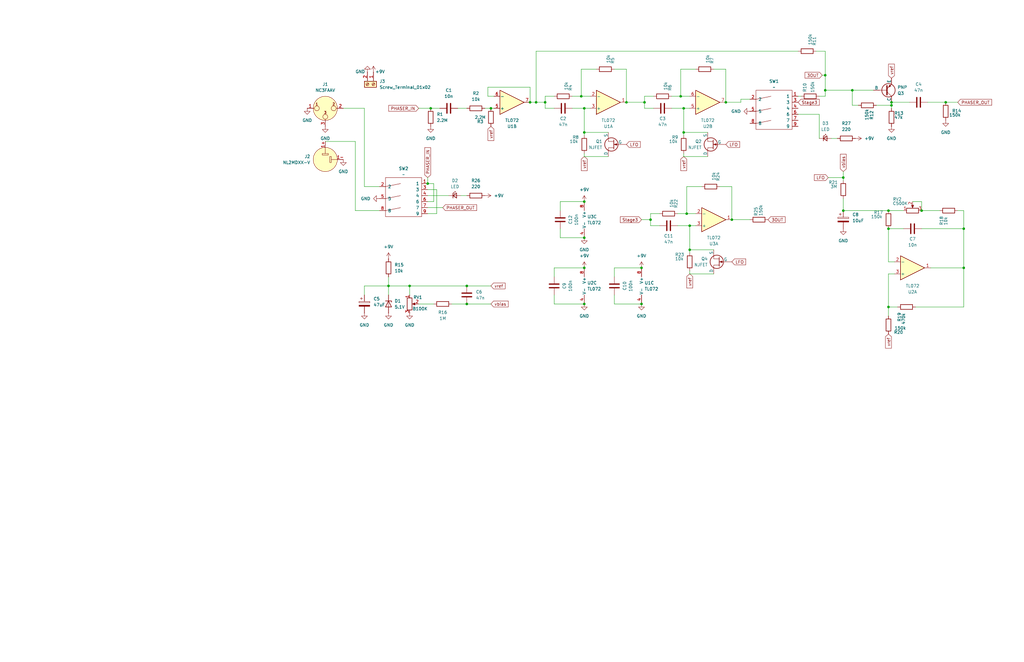
<source format=kicad_sch>
(kicad_sch
	(version 20250114)
	(generator "eeschema")
	(generator_version "9.0")
	(uuid "de19a98e-3d5c-415a-a2bd-68b5a904b28e")
	(paper "B")
	(lib_symbols
		(symbol "Amplifier_Operational:TL072"
			(pin_names
				(offset 0.127)
			)
			(exclude_from_sim no)
			(in_bom yes)
			(on_board yes)
			(property "Reference" "U"
				(at 0 5.08 0)
				(effects
					(font
						(size 1.27 1.27)
					)
					(justify left)
				)
			)
			(property "Value" "TL072"
				(at 0 -5.08 0)
				(effects
					(font
						(size 1.27 1.27)
					)
					(justify left)
				)
			)
			(property "Footprint" ""
				(at 0 0 0)
				(effects
					(font
						(size 1.27 1.27)
					)
					(hide yes)
				)
			)
			(property "Datasheet" "http://www.ti.com/lit/ds/symlink/tl071.pdf"
				(at 0 0 0)
				(effects
					(font
						(size 1.27 1.27)
					)
					(hide yes)
				)
			)
			(property "Description" "Dual Low-Noise JFET-Input Operational Amplifiers, DIP-8/SOIC-8"
				(at 0 0 0)
				(effects
					(font
						(size 1.27 1.27)
					)
					(hide yes)
				)
			)
			(property "ki_locked" ""
				(at 0 0 0)
				(effects
					(font
						(size 1.27 1.27)
					)
				)
			)
			(property "ki_keywords" "dual opamp"
				(at 0 0 0)
				(effects
					(font
						(size 1.27 1.27)
					)
					(hide yes)
				)
			)
			(property "ki_fp_filters" "SOIC*3.9x4.9mm*P1.27mm* DIP*W7.62mm* TO*99* OnSemi*Micro8* TSSOP*3x3mm*P0.65mm* TSSOP*4.4x3mm*P0.65mm* MSOP*3x3mm*P0.65mm* SSOP*3.9x4.9mm*P0.635mm* LFCSP*2x2mm*P0.5mm* *SIP* SOIC*5.3x6.2mm*P1.27mm*"
				(at 0 0 0)
				(effects
					(font
						(size 1.27 1.27)
					)
					(hide yes)
				)
			)
			(symbol "TL072_1_1"
				(polyline
					(pts
						(xy -5.08 5.08) (xy 5.08 0) (xy -5.08 -5.08) (xy -5.08 5.08)
					)
					(stroke
						(width 0.254)
						(type default)
					)
					(fill
						(type background)
					)
				)
				(pin input line
					(at -7.62 2.54 0)
					(length 2.54)
					(name "+"
						(effects
							(font
								(size 1.27 1.27)
							)
						)
					)
					(number "3"
						(effects
							(font
								(size 1.27 1.27)
							)
						)
					)
				)
				(pin input line
					(at -7.62 -2.54 0)
					(length 2.54)
					(name "-"
						(effects
							(font
								(size 1.27 1.27)
							)
						)
					)
					(number "2"
						(effects
							(font
								(size 1.27 1.27)
							)
						)
					)
				)
				(pin output line
					(at 7.62 0 180)
					(length 2.54)
					(name "~"
						(effects
							(font
								(size 1.27 1.27)
							)
						)
					)
					(number "1"
						(effects
							(font
								(size 1.27 1.27)
							)
						)
					)
				)
			)
			(symbol "TL072_2_1"
				(polyline
					(pts
						(xy -5.08 5.08) (xy 5.08 0) (xy -5.08 -5.08) (xy -5.08 5.08)
					)
					(stroke
						(width 0.254)
						(type default)
					)
					(fill
						(type background)
					)
				)
				(pin input line
					(at -7.62 2.54 0)
					(length 2.54)
					(name "+"
						(effects
							(font
								(size 1.27 1.27)
							)
						)
					)
					(number "5"
						(effects
							(font
								(size 1.27 1.27)
							)
						)
					)
				)
				(pin input line
					(at -7.62 -2.54 0)
					(length 2.54)
					(name "-"
						(effects
							(font
								(size 1.27 1.27)
							)
						)
					)
					(number "6"
						(effects
							(font
								(size 1.27 1.27)
							)
						)
					)
				)
				(pin output line
					(at 7.62 0 180)
					(length 2.54)
					(name "~"
						(effects
							(font
								(size 1.27 1.27)
							)
						)
					)
					(number "7"
						(effects
							(font
								(size 1.27 1.27)
							)
						)
					)
				)
			)
			(symbol "TL072_3_1"
				(pin power_in line
					(at -2.54 7.62 270)
					(length 3.81)
					(name "V+"
						(effects
							(font
								(size 1.27 1.27)
							)
						)
					)
					(number "8"
						(effects
							(font
								(size 1.27 1.27)
							)
						)
					)
				)
				(pin power_in line
					(at -2.54 -7.62 90)
					(length 3.81)
					(name "V-"
						(effects
							(font
								(size 1.27 1.27)
							)
						)
					)
					(number "4"
						(effects
							(font
								(size 1.27 1.27)
							)
						)
					)
				)
			)
			(embedded_fonts no)
		)
		(symbol "Connector:Screw_Terminal_01x02"
			(pin_names
				(offset 1.016)
				(hide yes)
			)
			(exclude_from_sim no)
			(in_bom yes)
			(on_board yes)
			(property "Reference" "J"
				(at 0 2.54 0)
				(effects
					(font
						(size 1.27 1.27)
					)
				)
			)
			(property "Value" "Screw_Terminal_01x02"
				(at 0 -5.08 0)
				(effects
					(font
						(size 1.27 1.27)
					)
				)
			)
			(property "Footprint" ""
				(at 0 0 0)
				(effects
					(font
						(size 1.27 1.27)
					)
					(hide yes)
				)
			)
			(property "Datasheet" "~"
				(at 0 0 0)
				(effects
					(font
						(size 1.27 1.27)
					)
					(hide yes)
				)
			)
			(property "Description" "Generic screw terminal, single row, 01x02, script generated (kicad-library-utils/schlib/autogen/connector/)"
				(at 0 0 0)
				(effects
					(font
						(size 1.27 1.27)
					)
					(hide yes)
				)
			)
			(property "ki_keywords" "screw terminal"
				(at 0 0 0)
				(effects
					(font
						(size 1.27 1.27)
					)
					(hide yes)
				)
			)
			(property "ki_fp_filters" "TerminalBlock*:*"
				(at 0 0 0)
				(effects
					(font
						(size 1.27 1.27)
					)
					(hide yes)
				)
			)
			(symbol "Screw_Terminal_01x02_1_1"
				(rectangle
					(start -1.27 1.27)
					(end 1.27 -3.81)
					(stroke
						(width 0.254)
						(type default)
					)
					(fill
						(type background)
					)
				)
				(polyline
					(pts
						(xy -0.5334 0.3302) (xy 0.3302 -0.508)
					)
					(stroke
						(width 0.1524)
						(type default)
					)
					(fill
						(type none)
					)
				)
				(polyline
					(pts
						(xy -0.5334 -2.2098) (xy 0.3302 -3.048)
					)
					(stroke
						(width 0.1524)
						(type default)
					)
					(fill
						(type none)
					)
				)
				(polyline
					(pts
						(xy -0.3556 0.508) (xy 0.508 -0.3302)
					)
					(stroke
						(width 0.1524)
						(type default)
					)
					(fill
						(type none)
					)
				)
				(polyline
					(pts
						(xy -0.3556 -2.032) (xy 0.508 -2.8702)
					)
					(stroke
						(width 0.1524)
						(type default)
					)
					(fill
						(type none)
					)
				)
				(circle
					(center 0 0)
					(radius 0.635)
					(stroke
						(width 0.1524)
						(type default)
					)
					(fill
						(type none)
					)
				)
				(circle
					(center 0 -2.54)
					(radius 0.635)
					(stroke
						(width 0.1524)
						(type default)
					)
					(fill
						(type none)
					)
				)
				(pin passive line
					(at -5.08 0 0)
					(length 3.81)
					(name "Pin_1"
						(effects
							(font
								(size 1.27 1.27)
							)
						)
					)
					(number "1"
						(effects
							(font
								(size 1.27 1.27)
							)
						)
					)
				)
				(pin passive line
					(at -5.08 -2.54 0)
					(length 3.81)
					(name "Pin_2"
						(effects
							(font
								(size 1.27 1.27)
							)
						)
					)
					(number "2"
						(effects
							(font
								(size 1.27 1.27)
							)
						)
					)
				)
			)
			(embedded_fonts no)
		)
		(symbol "Connector_Audio:NC3FAAV"
			(pin_names
				(hide yes)
			)
			(exclude_from_sim no)
			(in_bom yes)
			(on_board yes)
			(property "Reference" "J"
				(at 0 8.89 0)
				(effects
					(font
						(size 1.27 1.27)
					)
				)
			)
			(property "Value" "NC3FAAV"
				(at 0 6.35 0)
				(effects
					(font
						(size 1.27 1.27)
					)
				)
			)
			(property "Footprint" "Connector_Audio:Jack_XLR_Neutrik_NC3FAAV_Vertical"
				(at 0 0 0)
				(effects
					(font
						(size 1.27 1.27)
					)
					(hide yes)
				)
			)
			(property "Datasheet" "https://www.neutrik.com/en/product/nc3faav"
				(at 0 0 0)
				(effects
					(font
						(size 1.27 1.27)
					)
					(hide yes)
				)
			)
			(property "Description" "AA Series, 3 pole female receptacle, grounding: without ground/shell contact, vertical PCB mount"
				(at 0 0 0)
				(effects
					(font
						(size 1.27 1.27)
					)
					(hide yes)
				)
			)
			(property "ki_keywords" "xlr connector neutrik"
				(at 0 0 0)
				(effects
					(font
						(size 1.27 1.27)
					)
					(hide yes)
				)
			)
			(property "ki_fp_filters" "Jack*XLR*"
				(at 0 0 0)
				(effects
					(font
						(size 1.27 1.27)
					)
					(hide yes)
				)
			)
			(symbol "NC3FAAV_0_1"
				(polyline
					(pts
						(xy -5.08 0) (xy -4.572 0)
					)
					(stroke
						(width 0)
						(type default)
					)
					(fill
						(type none)
					)
				)
				(circle
					(center -3.556 0)
					(radius 1.016)
					(stroke
						(width 0)
						(type default)
					)
					(fill
						(type none)
					)
				)
				(circle
					(center 0 0)
					(radius 5.08)
					(stroke
						(width 0)
						(type default)
					)
					(fill
						(type background)
					)
				)
				(circle
					(center 0 -3.556)
					(radius 1.016)
					(stroke
						(width 0)
						(type default)
					)
					(fill
						(type none)
					)
				)
				(polyline
					(pts
						(xy 0 -5.08) (xy 0 -4.572)
					)
					(stroke
						(width 0)
						(type default)
					)
					(fill
						(type none)
					)
				)
				(circle
					(center 3.556 0)
					(radius 1.016)
					(stroke
						(width 0)
						(type default)
					)
					(fill
						(type none)
					)
				)
				(polyline
					(pts
						(xy 5.08 0) (xy 4.572 0)
					)
					(stroke
						(width 0)
						(type default)
					)
					(fill
						(type none)
					)
				)
				(text "1"
					(at -3.556 1.778 0)
					(effects
						(font
							(size 1.016 1.016)
							(bold yes)
						)
					)
				)
				(text "3"
					(at 0 -1.778 0)
					(effects
						(font
							(size 1.016 1.016)
							(bold yes)
						)
					)
				)
				(text "2"
					(at 3.556 1.778 0)
					(effects
						(font
							(size 1.016 1.016)
							(bold yes)
						)
					)
				)
				(pin passive line
					(at -7.62 0 0)
					(length 2.54)
					(name "~"
						(effects
							(font
								(size 1.27 1.27)
							)
						)
					)
					(number "1"
						(effects
							(font
								(size 1.27 1.27)
							)
						)
					)
				)
				(pin passive line
					(at 0 -7.62 90)
					(length 2.54)
					(name "~"
						(effects
							(font
								(size 1.27 1.27)
							)
						)
					)
					(number "3"
						(effects
							(font
								(size 1.27 1.27)
							)
						)
					)
				)
				(pin passive line
					(at 7.62 0 180)
					(length 2.54)
					(name "~"
						(effects
							(font
								(size 1.27 1.27)
							)
						)
					)
					(number "2"
						(effects
							(font
								(size 1.27 1.27)
							)
						)
					)
				)
			)
			(embedded_fonts no)
		)
		(symbol "Connector_Audio:NL2MDXX-V"
			(pin_names
				(hide yes)
			)
			(exclude_from_sim no)
			(in_bom yes)
			(on_board yes)
			(property "Reference" "J"
				(at 2.54 8.89 0)
				(effects
					(font
						(size 1.27 1.27)
					)
				)
			)
			(property "Value" "NL2MDXX-V"
				(at 7.62 6.35 0)
				(effects
					(font
						(size 1.27 1.27)
					)
				)
			)
			(property "Footprint" "Connector_Audio:Jack_speakON_Neutrik_NL2MDXX-V_Vertical"
				(at 0 0 0)
				(effects
					(font
						(size 1.27 1.27)
					)
					(hide yes)
				)
			)
			(property "Datasheet" "https://www.neutrik.com/en/product/nl2mdxx-v"
				(at 0 0 0)
				(effects
					(font
						(size 1.27 1.27)
					)
					(hide yes)
				)
			)
			(property "Description" "speakON Chassis Connectors, 2 pole chassis connector, black D-size flange, countersunk thru holes, vertical PCB mount. Replaces NL2MD-V"
				(at 0 0 0)
				(effects
					(font
						(size 1.27 1.27)
					)
					(hide yes)
				)
			)
			(property "ki_keywords" "speakon connector neutrik"
				(at 0 0 0)
				(effects
					(font
						(size 1.27 1.27)
					)
					(hide yes)
				)
			)
			(property "ki_fp_filters" "Jack*speakON*"
				(at 0 0 0)
				(effects
					(font
						(size 1.27 1.27)
					)
					(hide yes)
				)
			)
			(symbol "NL2MDXX-V_0_1"
				(polyline
					(pts
						(xy -5.08 0) (xy -2.54 0)
					)
					(stroke
						(width 0)
						(type default)
					)
					(fill
						(type none)
					)
				)
				(rectangle
					(start -2.54 1.27)
					(end -1.905 -1.27)
					(stroke
						(width 0)
						(type default)
					)
					(fill
						(type none)
					)
				)
				(rectangle
					(start -1.27 2.54)
					(end 1.27 1.905)
					(stroke
						(width 0)
						(type default)
					)
					(fill
						(type none)
					)
				)
				(polyline
					(pts
						(xy 0 5.08) (xy 0 2.54)
					)
					(stroke
						(width 0)
						(type default)
					)
					(fill
						(type none)
					)
				)
				(circle
					(center 0 0)
					(radius 5.08)
					(stroke
						(width 0)
						(type default)
					)
					(fill
						(type background)
					)
				)
				(pin passive line
					(at -7.62 0 0)
					(length 2.54)
					(name "1-"
						(effects
							(font
								(size 1.27 1.27)
							)
						)
					)
					(number "1-"
						(effects
							(font
								(size 1.27 1.27)
							)
						)
					)
				)
			)
			(symbol "NL2MDXX-V_1_1"
				(pin passive line
					(at 0 7.62 270)
					(length 2.54)
					(name "1+"
						(effects
							(font
								(size 1.27 1.27)
							)
						)
					)
					(number "1+"
						(effects
							(font
								(size 1.27 1.27)
							)
						)
					)
				)
			)
			(embedded_fonts no)
		)
		(symbol "Device:C"
			(pin_numbers
				(hide yes)
			)
			(pin_names
				(offset 0.254)
			)
			(exclude_from_sim no)
			(in_bom yes)
			(on_board yes)
			(property "Reference" "C"
				(at 0.635 2.54 0)
				(effects
					(font
						(size 1.27 1.27)
					)
					(justify left)
				)
			)
			(property "Value" "C"
				(at 0.635 -2.54 0)
				(effects
					(font
						(size 1.27 1.27)
					)
					(justify left)
				)
			)
			(property "Footprint" ""
				(at 0.9652 -3.81 0)
				(effects
					(font
						(size 1.27 1.27)
					)
					(hide yes)
				)
			)
			(property "Datasheet" "~"
				(at 0 0 0)
				(effects
					(font
						(size 1.27 1.27)
					)
					(hide yes)
				)
			)
			(property "Description" "Unpolarized capacitor"
				(at 0 0 0)
				(effects
					(font
						(size 1.27 1.27)
					)
					(hide yes)
				)
			)
			(property "ki_keywords" "cap capacitor"
				(at 0 0 0)
				(effects
					(font
						(size 1.27 1.27)
					)
					(hide yes)
				)
			)
			(property "ki_fp_filters" "C_*"
				(at 0 0 0)
				(effects
					(font
						(size 1.27 1.27)
					)
					(hide yes)
				)
			)
			(symbol "C_0_1"
				(polyline
					(pts
						(xy -2.032 0.762) (xy 2.032 0.762)
					)
					(stroke
						(width 0.508)
						(type default)
					)
					(fill
						(type none)
					)
				)
				(polyline
					(pts
						(xy -2.032 -0.762) (xy 2.032 -0.762)
					)
					(stroke
						(width 0.508)
						(type default)
					)
					(fill
						(type none)
					)
				)
			)
			(symbol "C_1_1"
				(pin passive line
					(at 0 3.81 270)
					(length 2.794)
					(name "~"
						(effects
							(font
								(size 1.27 1.27)
							)
						)
					)
					(number "1"
						(effects
							(font
								(size 1.27 1.27)
							)
						)
					)
				)
				(pin passive line
					(at 0 -3.81 90)
					(length 2.794)
					(name "~"
						(effects
							(font
								(size 1.27 1.27)
							)
						)
					)
					(number "2"
						(effects
							(font
								(size 1.27 1.27)
							)
						)
					)
				)
			)
			(embedded_fonts no)
		)
		(symbol "Device:C_Polarized"
			(pin_numbers
				(hide yes)
			)
			(pin_names
				(offset 0.254)
			)
			(exclude_from_sim no)
			(in_bom yes)
			(on_board yes)
			(property "Reference" "C"
				(at 0.635 2.54 0)
				(effects
					(font
						(size 1.27 1.27)
					)
					(justify left)
				)
			)
			(property "Value" "C_Polarized"
				(at 0.635 -2.54 0)
				(effects
					(font
						(size 1.27 1.27)
					)
					(justify left)
				)
			)
			(property "Footprint" ""
				(at 0.9652 -3.81 0)
				(effects
					(font
						(size 1.27 1.27)
					)
					(hide yes)
				)
			)
			(property "Datasheet" "~"
				(at 0 0 0)
				(effects
					(font
						(size 1.27 1.27)
					)
					(hide yes)
				)
			)
			(property "Description" "Polarized capacitor"
				(at 0 0 0)
				(effects
					(font
						(size 1.27 1.27)
					)
					(hide yes)
				)
			)
			(property "ki_keywords" "cap capacitor"
				(at 0 0 0)
				(effects
					(font
						(size 1.27 1.27)
					)
					(hide yes)
				)
			)
			(property "ki_fp_filters" "CP_*"
				(at 0 0 0)
				(effects
					(font
						(size 1.27 1.27)
					)
					(hide yes)
				)
			)
			(symbol "C_Polarized_0_1"
				(rectangle
					(start -2.286 0.508)
					(end 2.286 1.016)
					(stroke
						(width 0)
						(type default)
					)
					(fill
						(type none)
					)
				)
				(polyline
					(pts
						(xy -1.778 2.286) (xy -0.762 2.286)
					)
					(stroke
						(width 0)
						(type default)
					)
					(fill
						(type none)
					)
				)
				(polyline
					(pts
						(xy -1.27 2.794) (xy -1.27 1.778)
					)
					(stroke
						(width 0)
						(type default)
					)
					(fill
						(type none)
					)
				)
				(rectangle
					(start 2.286 -0.508)
					(end -2.286 -1.016)
					(stroke
						(width 0)
						(type default)
					)
					(fill
						(type outline)
					)
				)
			)
			(symbol "C_Polarized_1_1"
				(pin passive line
					(at 0 3.81 270)
					(length 2.794)
					(name "~"
						(effects
							(font
								(size 1.27 1.27)
							)
						)
					)
					(number "1"
						(effects
							(font
								(size 1.27 1.27)
							)
						)
					)
				)
				(pin passive line
					(at 0 -3.81 90)
					(length 2.794)
					(name "~"
						(effects
							(font
								(size 1.27 1.27)
							)
						)
					)
					(number "2"
						(effects
							(font
								(size 1.27 1.27)
							)
						)
					)
				)
			)
			(embedded_fonts no)
		)
		(symbol "Device:D_Zener"
			(pin_numbers
				(hide yes)
			)
			(pin_names
				(offset 1.016)
				(hide yes)
			)
			(exclude_from_sim no)
			(in_bom yes)
			(on_board yes)
			(property "Reference" "D"
				(at 0 2.54 0)
				(effects
					(font
						(size 1.27 1.27)
					)
				)
			)
			(property "Value" "D_Zener"
				(at 0 -2.54 0)
				(effects
					(font
						(size 1.27 1.27)
					)
				)
			)
			(property "Footprint" ""
				(at 0 0 0)
				(effects
					(font
						(size 1.27 1.27)
					)
					(hide yes)
				)
			)
			(property "Datasheet" "~"
				(at 0 0 0)
				(effects
					(font
						(size 1.27 1.27)
					)
					(hide yes)
				)
			)
			(property "Description" "Zener diode"
				(at 0 0 0)
				(effects
					(font
						(size 1.27 1.27)
					)
					(hide yes)
				)
			)
			(property "ki_keywords" "diode"
				(at 0 0 0)
				(effects
					(font
						(size 1.27 1.27)
					)
					(hide yes)
				)
			)
			(property "ki_fp_filters" "TO-???* *_Diode_* *SingleDiode* D_*"
				(at 0 0 0)
				(effects
					(font
						(size 1.27 1.27)
					)
					(hide yes)
				)
			)
			(symbol "D_Zener_0_1"
				(polyline
					(pts
						(xy -1.27 -1.27) (xy -1.27 1.27) (xy -0.762 1.27)
					)
					(stroke
						(width 0.254)
						(type default)
					)
					(fill
						(type none)
					)
				)
				(polyline
					(pts
						(xy 1.27 0) (xy -1.27 0)
					)
					(stroke
						(width 0)
						(type default)
					)
					(fill
						(type none)
					)
				)
				(polyline
					(pts
						(xy 1.27 -1.27) (xy 1.27 1.27) (xy -1.27 0) (xy 1.27 -1.27)
					)
					(stroke
						(width 0.254)
						(type default)
					)
					(fill
						(type none)
					)
				)
			)
			(symbol "D_Zener_1_1"
				(pin passive line
					(at -3.81 0 0)
					(length 2.54)
					(name "K"
						(effects
							(font
								(size 1.27 1.27)
							)
						)
					)
					(number "1"
						(effects
							(font
								(size 1.27 1.27)
							)
						)
					)
				)
				(pin passive line
					(at 3.81 0 180)
					(length 2.54)
					(name "A"
						(effects
							(font
								(size 1.27 1.27)
							)
						)
					)
					(number "2"
						(effects
							(font
								(size 1.27 1.27)
							)
						)
					)
				)
			)
			(embedded_fonts no)
		)
		(symbol "Device:R"
			(pin_numbers
				(hide yes)
			)
			(pin_names
				(offset 0)
			)
			(exclude_from_sim no)
			(in_bom yes)
			(on_board yes)
			(property "Reference" "R"
				(at 2.032 0 90)
				(effects
					(font
						(size 1.27 1.27)
					)
				)
			)
			(property "Value" "R"
				(at 0 0 90)
				(effects
					(font
						(size 1.27 1.27)
					)
				)
			)
			(property "Footprint" ""
				(at -1.778 0 90)
				(effects
					(font
						(size 1.27 1.27)
					)
					(hide yes)
				)
			)
			(property "Datasheet" "~"
				(at 0 0 0)
				(effects
					(font
						(size 1.27 1.27)
					)
					(hide yes)
				)
			)
			(property "Description" "Resistor"
				(at 0 0 0)
				(effects
					(font
						(size 1.27 1.27)
					)
					(hide yes)
				)
			)
			(property "ki_keywords" "R res resistor"
				(at 0 0 0)
				(effects
					(font
						(size 1.27 1.27)
					)
					(hide yes)
				)
			)
			(property "ki_fp_filters" "R_*"
				(at 0 0 0)
				(effects
					(font
						(size 1.27 1.27)
					)
					(hide yes)
				)
			)
			(symbol "R_0_1"
				(rectangle
					(start -1.016 -2.54)
					(end 1.016 2.54)
					(stroke
						(width 0.254)
						(type default)
					)
					(fill
						(type none)
					)
				)
			)
			(symbol "R_1_1"
				(pin passive line
					(at 0 3.81 270)
					(length 1.27)
					(name "~"
						(effects
							(font
								(size 1.27 1.27)
							)
						)
					)
					(number "1"
						(effects
							(font
								(size 1.27 1.27)
							)
						)
					)
				)
				(pin passive line
					(at 0 -3.81 90)
					(length 1.27)
					(name "~"
						(effects
							(font
								(size 1.27 1.27)
							)
						)
					)
					(number "2"
						(effects
							(font
								(size 1.27 1.27)
							)
						)
					)
				)
			)
			(embedded_fonts no)
		)
		(symbol "Device:R_Potentiometer"
			(pin_names
				(offset 1.016)
				(hide yes)
			)
			(exclude_from_sim no)
			(in_bom yes)
			(on_board yes)
			(property "Reference" "RV"
				(at -4.445 0 90)
				(effects
					(font
						(size 1.27 1.27)
					)
				)
			)
			(property "Value" "R_Potentiometer"
				(at -2.54 0 90)
				(effects
					(font
						(size 1.27 1.27)
					)
				)
			)
			(property "Footprint" ""
				(at 0 0 0)
				(effects
					(font
						(size 1.27 1.27)
					)
					(hide yes)
				)
			)
			(property "Datasheet" "~"
				(at 0 0 0)
				(effects
					(font
						(size 1.27 1.27)
					)
					(hide yes)
				)
			)
			(property "Description" "Potentiometer"
				(at 0 0 0)
				(effects
					(font
						(size 1.27 1.27)
					)
					(hide yes)
				)
			)
			(property "ki_keywords" "resistor variable"
				(at 0 0 0)
				(effects
					(font
						(size 1.27 1.27)
					)
					(hide yes)
				)
			)
			(property "ki_fp_filters" "Potentiometer*"
				(at 0 0 0)
				(effects
					(font
						(size 1.27 1.27)
					)
					(hide yes)
				)
			)
			(symbol "R_Potentiometer_0_1"
				(rectangle
					(start 1.016 2.54)
					(end -1.016 -2.54)
					(stroke
						(width 0.254)
						(type default)
					)
					(fill
						(type none)
					)
				)
				(polyline
					(pts
						(xy 1.143 0) (xy 2.286 0.508) (xy 2.286 -0.508) (xy 1.143 0)
					)
					(stroke
						(width 0)
						(type default)
					)
					(fill
						(type outline)
					)
				)
				(polyline
					(pts
						(xy 2.54 0) (xy 1.524 0)
					)
					(stroke
						(width 0)
						(type default)
					)
					(fill
						(type none)
					)
				)
			)
			(symbol "R_Potentiometer_1_1"
				(pin passive line
					(at 0 3.81 270)
					(length 1.27)
					(name "1"
						(effects
							(font
								(size 1.27 1.27)
							)
						)
					)
					(number "1"
						(effects
							(font
								(size 1.27 1.27)
							)
						)
					)
				)
				(pin passive line
					(at 0 -3.81 90)
					(length 1.27)
					(name "3"
						(effects
							(font
								(size 1.27 1.27)
							)
						)
					)
					(number "3"
						(effects
							(font
								(size 1.27 1.27)
							)
						)
					)
				)
				(pin passive line
					(at 3.81 0 180)
					(length 1.27)
					(name "2"
						(effects
							(font
								(size 1.27 1.27)
							)
						)
					)
					(number "2"
						(effects
							(font
								(size 1.27 1.27)
							)
						)
					)
				)
			)
			(embedded_fonts no)
		)
		(symbol "EffectsComponents:Switch-3PDT"
			(pin_names
				(offset 1.016)
			)
			(exclude_from_sim no)
			(in_bom yes)
			(on_board yes)
			(property "Reference" "SW"
				(at 4.064 2.54 0)
				(effects
					(font
						(size 1.27 1.27)
					)
				)
			)
			(property "Value" ""
				(at 0 0 0)
				(effects
					(font
						(size 1.27 1.27)
					)
				)
			)
			(property "Footprint" ""
				(at 0 0 0)
				(effects
					(font
						(size 1.27 1.27)
					)
					(hide yes)
				)
			)
			(property "Datasheet" ""
				(at 0 0 0)
				(effects
					(font
						(size 1.27 1.27)
					)
					(hide yes)
				)
			)
			(property "Description" ""
				(at 0 0 0)
				(effects
					(font
						(size 1.27 1.27)
					)
					(hide yes)
				)
			)
			(symbol "Switch-3PDT_0_1"
				(rectangle
					(start -3.81 1.27)
					(end 11.43 -15.24)
					(stroke
						(width 0)
						(type default)
					)
					(fill
						(type none)
					)
				)
				(polyline
					(pts
						(xy -3.81 -2.54) (xy 2.54 -1.27)
					)
					(stroke
						(width 0)
						(type default)
					)
					(fill
						(type none)
					)
				)
				(polyline
					(pts
						(xy -3.81 -7.62) (xy 2.54 -6.35)
					)
					(stroke
						(width 0)
						(type default)
					)
					(fill
						(type none)
					)
				)
				(polyline
					(pts
						(xy -3.81 -12.7) (xy 2.54 -11.43)
					)
					(stroke
						(width 0)
						(type default)
					)
					(fill
						(type none)
					)
				)
			)
			(symbol "Switch-3PDT_1_1"
				(pin input line
					(at -6.35 -2.54 0)
					(length 2.54)
					(name "2"
						(effects
							(font
								(size 1.27 1.27)
							)
						)
					)
					(number "2"
						(effects
							(font
								(size 1.27 1.27)
							)
						)
					)
				)
				(pin input line
					(at -6.35 -7.62 0)
					(length 2.54)
					(name "5"
						(effects
							(font
								(size 1.27 1.27)
							)
						)
					)
					(number "5"
						(effects
							(font
								(size 1.27 1.27)
							)
						)
					)
				)
				(pin input line
					(at -6.35 -12.7 0)
					(length 2.54)
					(name "8"
						(effects
							(font
								(size 1.27 1.27)
							)
						)
					)
					(number "8"
						(effects
							(font
								(size 1.27 1.27)
							)
						)
					)
				)
				(pin input line
					(at 13.97 -1.27 180)
					(length 2.54)
					(name "1"
						(effects
							(font
								(size 1.27 1.27)
							)
						)
					)
					(number "1"
						(effects
							(font
								(size 1.27 1.27)
							)
						)
					)
				)
				(pin input line
					(at 13.97 -3.81 180)
					(length 2.54)
					(name "3"
						(effects
							(font
								(size 1.27 1.27)
							)
						)
					)
					(number "3"
						(effects
							(font
								(size 1.27 1.27)
							)
						)
					)
				)
				(pin input line
					(at 13.97 -6.35 180)
					(length 2.54)
					(name "4"
						(effects
							(font
								(size 1.27 1.27)
							)
						)
					)
					(number "4"
						(effects
							(font
								(size 1.27 1.27)
							)
						)
					)
				)
				(pin input line
					(at 13.97 -8.89 180)
					(length 2.54)
					(name "6"
						(effects
							(font
								(size 1.27 1.27)
							)
						)
					)
					(number "6"
						(effects
							(font
								(size 1.27 1.27)
							)
						)
					)
				)
				(pin input line
					(at 13.97 -11.43 180)
					(length 2.54)
					(name "7"
						(effects
							(font
								(size 1.27 1.27)
							)
						)
					)
					(number "7"
						(effects
							(font
								(size 1.27 1.27)
							)
						)
					)
				)
				(pin input line
					(at 13.97 -13.97 180)
					(length 2.54)
					(name "9"
						(effects
							(font
								(size 1.27 1.27)
							)
						)
					)
					(number "9"
						(effects
							(font
								(size 1.27 1.27)
							)
						)
					)
				)
			)
			(embedded_fonts no)
		)
		(symbol "Simulation_SPICE:NJFET"
			(pin_numbers
				(hide yes)
			)
			(pin_names
				(offset 0)
			)
			(exclude_from_sim no)
			(in_bom yes)
			(on_board yes)
			(property "Reference" "Q"
				(at 5.08 1.27 0)
				(effects
					(font
						(size 1.27 1.27)
					)
					(justify left)
				)
			)
			(property "Value" "NJFET"
				(at 5.08 -1.27 0)
				(effects
					(font
						(size 1.27 1.27)
					)
					(justify left)
				)
			)
			(property "Footprint" ""
				(at 5.08 2.54 0)
				(effects
					(font
						(size 1.27 1.27)
					)
					(hide yes)
				)
			)
			(property "Datasheet" "https://ngspice.sourceforge.io/docs/ngspice-html-manual/manual.xhtml#cha_JFETs"
				(at 0 0 0)
				(effects
					(font
						(size 1.27 1.27)
					)
					(hide yes)
				)
			)
			(property "Description" "N-JFET transistor, for simulation only"
				(at 0 0 0)
				(effects
					(font
						(size 1.27 1.27)
					)
					(hide yes)
				)
			)
			(property "Sim.Device" "NJFET"
				(at 0 0 0)
				(effects
					(font
						(size 1.27 1.27)
					)
					(hide yes)
				)
			)
			(property "Sim.Type" "SHICHMANHODGES"
				(at 0 0 0)
				(effects
					(font
						(size 1.27 1.27)
					)
					(hide yes)
				)
			)
			(property "Sim.Pins" "1=D 2=G 3=S"
				(at 0 0 0)
				(effects
					(font
						(size 1.27 1.27)
					)
					(hide yes)
				)
			)
			(property "ki_keywords" "transistor NJFET N-JFET"
				(at 0 0 0)
				(effects
					(font
						(size 1.27 1.27)
					)
					(hide yes)
				)
			)
			(symbol "NJFET_0_1"
				(polyline
					(pts
						(xy 0 0) (xy -1.016 0.381) (xy -1.016 -0.381) (xy 0 0)
					)
					(stroke
						(width 0)
						(type default)
					)
					(fill
						(type outline)
					)
				)
				(polyline
					(pts
						(xy 0.254 1.905) (xy 0.254 -1.905) (xy 0.254 -1.905)
					)
					(stroke
						(width 0.254)
						(type default)
					)
					(fill
						(type none)
					)
				)
				(circle
					(center 1.27 0)
					(radius 2.8194)
					(stroke
						(width 0.254)
						(type default)
					)
					(fill
						(type none)
					)
				)
				(polyline
					(pts
						(xy 2.54 2.54) (xy 2.54 1.397) (xy 0.254 1.397)
					)
					(stroke
						(width 0)
						(type default)
					)
					(fill
						(type none)
					)
				)
				(polyline
					(pts
						(xy 2.54 -2.54) (xy 2.54 -1.27) (xy 0.254 -1.27)
					)
					(stroke
						(width 0)
						(type default)
					)
					(fill
						(type none)
					)
				)
			)
			(symbol "NJFET_1_1"
				(pin input line
					(at -5.08 0 0)
					(length 5.334)
					(name "G"
						(effects
							(font
								(size 1.27 1.27)
							)
						)
					)
					(number "2"
						(effects
							(font
								(size 1.27 1.27)
							)
						)
					)
				)
				(pin passive line
					(at 2.54 5.08 270)
					(length 2.54)
					(name "D"
						(effects
							(font
								(size 1.27 1.27)
							)
						)
					)
					(number "1"
						(effects
							(font
								(size 1.27 1.27)
							)
						)
					)
				)
				(pin passive line
					(at 2.54 -5.08 90)
					(length 2.54)
					(name "S"
						(effects
							(font
								(size 1.27 1.27)
							)
						)
					)
					(number "3"
						(effects
							(font
								(size 1.27 1.27)
							)
						)
					)
				)
			)
			(embedded_fonts no)
		)
		(symbol "Simulation_SPICE:PNP"
			(pin_numbers
				(hide yes)
			)
			(pin_names
				(offset 0)
			)
			(exclude_from_sim no)
			(in_bom yes)
			(on_board yes)
			(property "Reference" "Q"
				(at -2.54 7.62 0)
				(effects
					(font
						(size 1.27 1.27)
					)
				)
			)
			(property "Value" "PNP"
				(at -2.54 5.08 0)
				(effects
					(font
						(size 1.27 1.27)
					)
				)
			)
			(property "Footprint" ""
				(at 35.56 0 0)
				(effects
					(font
						(size 1.27 1.27)
					)
					(hide yes)
				)
			)
			(property "Datasheet" "https://ngspice.sourceforge.io/docs/ngspice-html-manual/manual.xhtml#cha_BJTs"
				(at 35.56 0 0)
				(effects
					(font
						(size 1.27 1.27)
					)
					(hide yes)
				)
			)
			(property "Description" "Bipolar transistor symbol for simulation only, substrate tied to the emitter"
				(at 0 0 0)
				(effects
					(font
						(size 1.27 1.27)
					)
					(hide yes)
				)
			)
			(property "Sim.Device" "PNP"
				(at 0 0 0)
				(effects
					(font
						(size 1.27 1.27)
					)
					(hide yes)
				)
			)
			(property "Sim.Type" "GUMMELPOON"
				(at 0 0 0)
				(effects
					(font
						(size 1.27 1.27)
					)
					(hide yes)
				)
			)
			(property "Sim.Pins" "1=C 2=B 3=E"
				(at 0 0 0)
				(effects
					(font
						(size 1.27 1.27)
					)
					(hide yes)
				)
			)
			(property "ki_keywords" "simulation"
				(at 0 0 0)
				(effects
					(font
						(size 1.27 1.27)
					)
					(hide yes)
				)
			)
			(symbol "PNP_0_1"
				(polyline
					(pts
						(xy -2.54 0) (xy 0.635 0)
					)
					(stroke
						(width 0.1524)
						(type default)
					)
					(fill
						(type none)
					)
				)
				(polyline
					(pts
						(xy 0.635 1.905) (xy 0.635 -1.905) (xy 0.635 -1.905)
					)
					(stroke
						(width 0.508)
						(type default)
					)
					(fill
						(type none)
					)
				)
				(polyline
					(pts
						(xy 0.635 0.635) (xy 2.54 2.54)
					)
					(stroke
						(width 0)
						(type default)
					)
					(fill
						(type none)
					)
				)
				(polyline
					(pts
						(xy 0.635 -0.635) (xy 2.54 -2.54) (xy 2.54 -2.54)
					)
					(stroke
						(width 0)
						(type default)
					)
					(fill
						(type none)
					)
				)
				(circle
					(center 1.27 0)
					(radius 2.8194)
					(stroke
						(width 0.254)
						(type default)
					)
					(fill
						(type none)
					)
				)
				(polyline
					(pts
						(xy 2.286 -1.778) (xy 1.778 -2.286) (xy 1.27 -1.27) (xy 2.286 -1.778) (xy 2.286 -1.778)
					)
					(stroke
						(width 0)
						(type default)
					)
					(fill
						(type outline)
					)
				)
			)
			(symbol "PNP_1_1"
				(pin input line
					(at -5.08 0 0)
					(length 2.54)
					(name "B"
						(effects
							(font
								(size 1.27 1.27)
							)
						)
					)
					(number "2"
						(effects
							(font
								(size 1.27 1.27)
							)
						)
					)
				)
				(pin open_collector line
					(at 2.54 5.08 270)
					(length 2.54)
					(name "C"
						(effects
							(font
								(size 1.27 1.27)
							)
						)
					)
					(number "1"
						(effects
							(font
								(size 1.27 1.27)
							)
						)
					)
				)
				(pin open_emitter line
					(at 2.54 -5.08 90)
					(length 2.54)
					(name "E"
						(effects
							(font
								(size 1.27 1.27)
							)
						)
					)
					(number "3"
						(effects
							(font
								(size 1.27 1.27)
							)
						)
					)
				)
			)
			(embedded_fonts no)
		)
		(symbol "SparkFun-LED:LED"
			(pin_numbers
				(hide yes)
			)
			(pin_names
				(offset 1.016)
				(hide yes)
			)
			(exclude_from_sim no)
			(in_bom yes)
			(on_board yes)
			(property "Reference" "D"
				(at 0 2.54 0)
				(effects
					(font
						(size 1.27 1.27)
					)
				)
			)
			(property "Value" "LED"
				(at 0 -2.54 0)
				(effects
					(font
						(size 1.27 1.27)
					)
				)
			)
			(property "Footprint" "SparkFun-LED:LED_0603_1608Metric"
				(at 0 -5.08 0)
				(effects
					(font
						(size 1.27 1.27)
					)
					(hide yes)
				)
			)
			(property "Datasheet" "~"
				(at 0 -7.62 0)
				(effects
					(font
						(size 1.27 1.27)
					)
					(hide yes)
				)
			)
			(property "Description" "Light emitting diode"
				(at 0 -12.7 0)
				(effects
					(font
						(size 1.27 1.27)
					)
					(hide yes)
				)
			)
			(property "PROD_ID" "LED-"
				(at 0 -10.16 0)
				(effects
					(font
						(size 1.27 1.27)
					)
					(hide yes)
				)
			)
			(property "ki_keywords" "SparkFun LED diode"
				(at 0 0 0)
				(effects
					(font
						(size 1.27 1.27)
					)
					(hide yes)
				)
			)
			(property "ki_fp_filters" "LED* LED_SMD:* LED_THT:*"
				(at 0 0 0)
				(effects
					(font
						(size 1.27 1.27)
					)
					(hide yes)
				)
			)
			(symbol "LED_0_1"
				(polyline
					(pts
						(xy -0.762 -1.016) (xy -0.762 1.016)
					)
					(stroke
						(width 0.254)
						(type default)
					)
					(fill
						(type none)
					)
				)
				(polyline
					(pts
						(xy 0 0.762) (xy -0.508 1.27) (xy -0.254 1.27) (xy -0.508 1.27) (xy -0.508 1.016)
					)
					(stroke
						(width 0)
						(type default)
					)
					(fill
						(type none)
					)
				)
				(polyline
					(pts
						(xy 0.508 1.27) (xy 0 1.778) (xy 0.254 1.778) (xy 0 1.778) (xy 0 1.524)
					)
					(stroke
						(width 0)
						(type default)
					)
					(fill
						(type none)
					)
				)
				(polyline
					(pts
						(xy 0.762 -1.016) (xy -0.762 0) (xy 0.762 1.016) (xy 0.762 -1.016)
					)
					(stroke
						(width 0.254)
						(type default)
					)
					(fill
						(type none)
					)
				)
				(polyline
					(pts
						(xy 1.016 0) (xy -0.762 0)
					)
					(stroke
						(width 0)
						(type default)
					)
					(fill
						(type none)
					)
				)
			)
			(symbol "LED_1_1"
				(pin passive line
					(at -2.54 0 0)
					(length 1.778)
					(name "K"
						(effects
							(font
								(size 1.27 1.27)
							)
						)
					)
					(number "1"
						(effects
							(font
								(size 1.27 1.27)
							)
						)
					)
				)
				(pin passive line
					(at 2.54 0 180)
					(length 1.778)
					(name "A"
						(effects
							(font
								(size 1.27 1.27)
							)
						)
					)
					(number "2"
						(effects
							(font
								(size 1.27 1.27)
							)
						)
					)
				)
			)
			(embedded_fonts no)
		)
		(symbol "power:+9V"
			(power)
			(pin_numbers
				(hide yes)
			)
			(pin_names
				(offset 0)
				(hide yes)
			)
			(exclude_from_sim no)
			(in_bom yes)
			(on_board yes)
			(property "Reference" "#PWR"
				(at 0 -3.81 0)
				(effects
					(font
						(size 1.27 1.27)
					)
					(hide yes)
				)
			)
			(property "Value" "+9V"
				(at 0 3.556 0)
				(effects
					(font
						(size 1.27 1.27)
					)
				)
			)
			(property "Footprint" ""
				(at 0 0 0)
				(effects
					(font
						(size 1.27 1.27)
					)
					(hide yes)
				)
			)
			(property "Datasheet" ""
				(at 0 0 0)
				(effects
					(font
						(size 1.27 1.27)
					)
					(hide yes)
				)
			)
			(property "Description" "Power symbol creates a global label with name \"+9V\""
				(at 0 0 0)
				(effects
					(font
						(size 1.27 1.27)
					)
					(hide yes)
				)
			)
			(property "ki_keywords" "global power"
				(at 0 0 0)
				(effects
					(font
						(size 1.27 1.27)
					)
					(hide yes)
				)
			)
			(symbol "+9V_0_1"
				(polyline
					(pts
						(xy -0.762 1.27) (xy 0 2.54)
					)
					(stroke
						(width 0)
						(type default)
					)
					(fill
						(type none)
					)
				)
				(polyline
					(pts
						(xy 0 2.54) (xy 0.762 1.27)
					)
					(stroke
						(width 0)
						(type default)
					)
					(fill
						(type none)
					)
				)
				(polyline
					(pts
						(xy 0 0) (xy 0 2.54)
					)
					(stroke
						(width 0)
						(type default)
					)
					(fill
						(type none)
					)
				)
			)
			(symbol "+9V_1_1"
				(pin power_in line
					(at 0 0 90)
					(length 0)
					(name "~"
						(effects
							(font
								(size 1.27 1.27)
							)
						)
					)
					(number "1"
						(effects
							(font
								(size 1.27 1.27)
							)
						)
					)
				)
			)
			(embedded_fonts no)
		)
		(symbol "power:GND"
			(power)
			(pin_numbers
				(hide yes)
			)
			(pin_names
				(offset 0)
				(hide yes)
			)
			(exclude_from_sim no)
			(in_bom yes)
			(on_board yes)
			(property "Reference" "#PWR"
				(at 0 -6.35 0)
				(effects
					(font
						(size 1.27 1.27)
					)
					(hide yes)
				)
			)
			(property "Value" "GND"
				(at 0 -3.81 0)
				(effects
					(font
						(size 1.27 1.27)
					)
				)
			)
			(property "Footprint" ""
				(at 0 0 0)
				(effects
					(font
						(size 1.27 1.27)
					)
					(hide yes)
				)
			)
			(property "Datasheet" ""
				(at 0 0 0)
				(effects
					(font
						(size 1.27 1.27)
					)
					(hide yes)
				)
			)
			(property "Description" "Power symbol creates a global label with name \"GND\" , ground"
				(at 0 0 0)
				(effects
					(font
						(size 1.27 1.27)
					)
					(hide yes)
				)
			)
			(property "ki_keywords" "global power"
				(at 0 0 0)
				(effects
					(font
						(size 1.27 1.27)
					)
					(hide yes)
				)
			)
			(symbol "GND_0_1"
				(polyline
					(pts
						(xy 0 0) (xy 0 -1.27) (xy 1.27 -1.27) (xy 0 -2.54) (xy -1.27 -1.27) (xy 0 -1.27)
					)
					(stroke
						(width 0)
						(type default)
					)
					(fill
						(type none)
					)
				)
			)
			(symbol "GND_1_1"
				(pin power_in line
					(at 0 0 270)
					(length 0)
					(name "~"
						(effects
							(font
								(size 1.27 1.27)
							)
						)
					)
					(number "1"
						(effects
							(font
								(size 1.27 1.27)
							)
						)
					)
				)
			)
			(embedded_fonts no)
		)
	)
	(junction
		(at 306.07 43.18)
		(diameter 0)
		(color 0 0 0 0)
		(uuid "0664029d-a5f0-411c-a510-6aa9fdcf69fa")
	)
	(junction
		(at 388.62 88.9)
		(diameter 0)
		(color 0 0 0 0)
		(uuid "09262968-c10a-4e26-b0dd-258a36495da0")
	)
	(junction
		(at 264.16 43.18)
		(diameter 0)
		(color 0 0 0 0)
		(uuid "182d8468-0013-479f-ad64-b713b2a41d59")
	)
	(junction
		(at 226.06 43.18)
		(diameter 0)
		(color 0 0 0 0)
		(uuid "219adc54-97e4-4cd6-aec0-d190a25974db")
	)
	(junction
		(at 246.38 113.03)
		(diameter 0)
		(color 0 0 0 0)
		(uuid "2597a5c8-ad4a-4e86-97fb-b9ae45818cb7")
	)
	(junction
		(at 374.65 88.9)
		(diameter 0)
		(color 0 0 0 0)
		(uuid "2be117d6-3f7f-4ce1-bea3-3a454da0f5e2")
	)
	(junction
		(at 246.38 45.72)
		(diameter 0)
		(color 0 0 0 0)
		(uuid "316f1d0b-792f-4797-96cd-293dcd9664a1")
	)
	(junction
		(at 274.32 92.71)
		(diameter 0)
		(color 0 0 0 0)
		(uuid "3a58fd98-dda1-4a1c-85d6-2149682c95cb")
	)
	(junction
		(at 223.52 43.18)
		(diameter 0)
		(color 0 0 0 0)
		(uuid "3eaa514e-07b2-49c9-bd6b-36de88b324b3")
	)
	(junction
		(at 374.65 96.52)
		(diameter 0)
		(color 0 0 0 0)
		(uuid "462e672b-f919-4604-9d67-1c994458ebd1")
	)
	(junction
		(at 180.34 77.47)
		(diameter 0)
		(color 0 0 0 0)
		(uuid "4821fcaf-09e8-4f09-98ff-10b759bf7328")
	)
	(junction
		(at 245.11 40.64)
		(diameter 0)
		(color 0 0 0 0)
		(uuid "4d72e3ed-1d4c-4e62-b02e-444073051913")
	)
	(junction
		(at 288.29 45.72)
		(diameter 0)
		(color 0 0 0 0)
		(uuid "5ff4a05e-8151-4a0e-9810-723661604f3e")
	)
	(junction
		(at 172.72 120.65)
		(diameter 0)
		(color 0 0 0 0)
		(uuid "61a56884-3c3c-4a9d-8639-65b622c43b66")
	)
	(junction
		(at 289.56 90.17)
		(diameter 0)
		(color 0 0 0 0)
		(uuid "674d87a9-a5ba-42a8-98c9-c3c2b16e482e")
	)
	(junction
		(at 347.98 31.75)
		(diameter 0)
		(color 0 0 0 0)
		(uuid "725660aa-6c24-4db7-9091-bd8269ba94fc")
	)
	(junction
		(at 229.87 43.18)
		(diameter 0)
		(color 0 0 0 0)
		(uuid "75c544cb-d533-4d05-ac75-2ddeac9f832d")
	)
	(junction
		(at 246.38 55.88)
		(diameter 0)
		(color 0 0 0 0)
		(uuid "770e415b-7fb1-4adb-9366-0fa387f321f3")
	)
	(junction
		(at 196.85 120.65)
		(diameter 0)
		(color 0 0 0 0)
		(uuid "79407de3-1dc8-4bf9-9e2a-99a8625e7d7f")
	)
	(junction
		(at 246.38 128.27)
		(diameter 0)
		(color 0 0 0 0)
		(uuid "7a8770af-a509-410a-9bab-eec4d4069221")
	)
	(junction
		(at 375.92 43.18)
		(diameter 0)
		(color 0 0 0 0)
		(uuid "7b6db71b-6c7f-4344-8c91-28dc6ef5d60e")
	)
	(junction
		(at 196.85 128.27)
		(diameter 0)
		(color 0 0 0 0)
		(uuid "7db90c07-f04b-4a5c-a59d-56af2d2ff3f3")
	)
	(junction
		(at 359.41 38.1)
		(diameter 0)
		(color 0 0 0 0)
		(uuid "80344cbb-fac3-4940-b993-9a90830951fb")
	)
	(junction
		(at 347.98 38.1)
		(diameter 0)
		(color 0 0 0 0)
		(uuid "8613e1fb-4f99-4f99-8674-d948d4e5734d")
	)
	(junction
		(at 290.83 95.25)
		(diameter 0)
		(color 0 0 0 0)
		(uuid "8a693123-9e99-46f9-ab0e-807a9996e96a")
	)
	(junction
		(at 246.38 85.09)
		(diameter 0)
		(color 0 0 0 0)
		(uuid "912258b2-a2b4-4620-b3ed-1f0d72cf4f45")
	)
	(junction
		(at 375.92 44.45)
		(diameter 0)
		(color 0 0 0 0)
		(uuid "9530bd2a-8402-43d6-a5bb-3ce366714253")
	)
	(junction
		(at 355.6 74.93)
		(diameter 0)
		(color 0 0 0 0)
		(uuid "a2bfa034-ef02-4287-8ee4-ed6a14b13335")
	)
	(junction
		(at 355.6 88.9)
		(diameter 0)
		(color 0 0 0 0)
		(uuid "a3ae6da5-c9bb-413b-9eed-213b693a88e4")
	)
	(junction
		(at 398.78 43.18)
		(diameter 0)
		(color 0 0 0 0)
		(uuid "b240d141-a03d-497f-88c3-ebd8997da287")
	)
	(junction
		(at 207.01 45.72)
		(diameter 0)
		(color 0 0 0 0)
		(uuid "bc85d209-1544-47d2-98f3-7321780526e9")
	)
	(junction
		(at 374.65 129.54)
		(diameter 0)
		(color 0 0 0 0)
		(uuid "bd9b15a4-e04b-4267-96cf-ddbfa3d2797c")
	)
	(junction
		(at 181.61 45.72)
		(diameter 0)
		(color 0 0 0 0)
		(uuid "c2641d44-01ae-4c03-a240-50a854e6b171")
	)
	(junction
		(at 246.38 100.33)
		(diameter 0)
		(color 0 0 0 0)
		(uuid "c505cfb7-4af0-4e07-a8c0-8aec6ecffda0")
	)
	(junction
		(at 270.51 113.03)
		(diameter 0)
		(color 0 0 0 0)
		(uuid "ca5ad205-b2fe-4426-8973-9120525987fb")
	)
	(junction
		(at 271.78 43.18)
		(diameter 0)
		(color 0 0 0 0)
		(uuid "d39d77d3-df6e-43bb-b8e4-987659c14479")
	)
	(junction
		(at 163.83 120.65)
		(diameter 0)
		(color 0 0 0 0)
		(uuid "dab8f288-edfa-4157-94cc-566dde10faa4")
	)
	(junction
		(at 288.29 55.88)
		(diameter 0)
		(color 0 0 0 0)
		(uuid "e5650dc8-3158-42df-881f-ee827a508752")
	)
	(junction
		(at 290.83 105.41)
		(diameter 0)
		(color 0 0 0 0)
		(uuid "e57b9fc8-991c-4cd1-ad61-dc3a4e030c45")
	)
	(junction
		(at 270.51 128.27)
		(diameter 0)
		(color 0 0 0 0)
		(uuid "ecccfa31-5017-44c0-8162-58275aceaf57")
	)
	(junction
		(at 406.4 113.03)
		(diameter 0)
		(color 0 0 0 0)
		(uuid "ee04a35d-e2be-4fee-b2f2-114dd502ea00")
	)
	(junction
		(at 308.61 92.71)
		(diameter 0)
		(color 0 0 0 0)
		(uuid "efa1e739-4476-4460-8b3e-d269ac3da437")
	)
	(junction
		(at 406.4 96.52)
		(diameter 0)
		(color 0 0 0 0)
		(uuid "fcdd44b2-5170-41a7-aa7f-7e3c0ca3d5f7")
	)
	(junction
		(at 287.02 40.64)
		(diameter 0)
		(color 0 0 0 0)
		(uuid "fe7bc307-8951-47db-b8ee-24804004271c")
	)
	(wire
		(pts
			(xy 374.65 88.9) (xy 381 88.9)
		)
		(stroke
			(width 0)
			(type default)
		)
		(uuid "024b1720-c869-453c-acf1-923c1178a602")
	)
	(wire
		(pts
			(xy 274.32 95.25) (xy 274.32 92.71)
		)
		(stroke
			(width 0)
			(type default)
		)
		(uuid "02a10bf6-013e-4bb4-bad6-bff9066c29f5")
	)
	(wire
		(pts
			(xy 259.08 29.21) (xy 264.16 29.21)
		)
		(stroke
			(width 0)
			(type default)
		)
		(uuid "02ac7e19-8c4f-4c70-abdf-233c0560676d")
	)
	(wire
		(pts
			(xy 392.43 113.03) (xy 406.4 113.03)
		)
		(stroke
			(width 0)
			(type default)
		)
		(uuid "0349ab05-26d8-40c4-acf5-081880295fd2")
	)
	(wire
		(pts
			(xy 149.86 59.69) (xy 149.86 88.9)
		)
		(stroke
			(width 0)
			(type default)
		)
		(uuid "034dea86-bc8d-4bbe-9415-09b77163e31e")
	)
	(wire
		(pts
			(xy 287.02 40.64) (xy 290.83 40.64)
		)
		(stroke
			(width 0)
			(type default)
		)
		(uuid "034ee7b8-f551-462e-ad2b-aea8ddd2bc86")
	)
	(wire
		(pts
			(xy 285.75 90.17) (xy 289.56 90.17)
		)
		(stroke
			(width 0)
			(type default)
		)
		(uuid "0380a68e-7b88-4ad3-a5d9-c84b3c0706b5")
	)
	(wire
		(pts
			(xy 287.02 29.21) (xy 287.02 40.64)
		)
		(stroke
			(width 0)
			(type default)
		)
		(uuid "05df60ac-3020-4267-9dea-998105edd060")
	)
	(wire
		(pts
			(xy 259.08 113.03) (xy 270.51 113.03)
		)
		(stroke
			(width 0)
			(type default)
		)
		(uuid "0721fe03-727f-43b2-bd7b-fbd20341de8f")
	)
	(wire
		(pts
			(xy 406.4 113.03) (xy 406.4 96.52)
		)
		(stroke
			(width 0)
			(type default)
		)
		(uuid "08458478-dd9f-415d-8ca8-685ba1bf18e5")
	)
	(wire
		(pts
			(xy 137.16 59.69) (xy 149.86 59.69)
		)
		(stroke
			(width 0)
			(type default)
		)
		(uuid "08c0bddc-94e4-4058-a709-d9a65f381406")
	)
	(wire
		(pts
			(xy 204.47 45.72) (xy 207.01 45.72)
		)
		(stroke
			(width 0)
			(type default)
		)
		(uuid "0ad7c13b-4fc3-4357-8734-2ef08f57b045")
	)
	(wire
		(pts
			(xy 233.68 113.03) (xy 246.38 113.03)
		)
		(stroke
			(width 0)
			(type default)
		)
		(uuid "0c8e50d1-c4fa-471e-8f58-9bc00dfa419e")
	)
	(wire
		(pts
			(xy 229.87 43.18) (xy 229.87 40.64)
		)
		(stroke
			(width 0)
			(type default)
		)
		(uuid "0cce9b47-2979-4830-bd3b-c79462eab88c")
	)
	(wire
		(pts
			(xy 290.83 115.57) (xy 290.83 114.3)
		)
		(stroke
			(width 0)
			(type default)
		)
		(uuid "0e1c9207-83cf-49dc-9060-8891b7af7bad")
	)
	(wire
		(pts
			(xy 295.91 78.74) (xy 289.56 78.74)
		)
		(stroke
			(width 0)
			(type default)
		)
		(uuid "0e6562d1-9f5e-469d-a6cd-d7735cc3e06d")
	)
	(wire
		(pts
			(xy 181.61 45.72) (xy 185.42 45.72)
		)
		(stroke
			(width 0)
			(type default)
		)
		(uuid "0eda0f10-f62c-4156-b71b-3f453c152a35")
	)
	(wire
		(pts
			(xy 289.56 78.74) (xy 289.56 90.17)
		)
		(stroke
			(width 0)
			(type default)
		)
		(uuid "107b7c6f-9b68-44a8-9444-fade7b2bd42e")
	)
	(wire
		(pts
			(xy 194.31 82.55) (xy 196.85 82.55)
		)
		(stroke
			(width 0)
			(type default)
		)
		(uuid "161c3d73-ab85-4ff5-98a4-e222a564ab33")
	)
	(wire
		(pts
			(xy 336.55 21.59) (xy 226.06 21.59)
		)
		(stroke
			(width 0)
			(type default)
		)
		(uuid "16bca51a-5319-4fe6-b367-64fb3defb3b6")
	)
	(wire
		(pts
			(xy 153.67 124.46) (xy 153.67 120.65)
		)
		(stroke
			(width 0)
			(type default)
		)
		(uuid "1748913c-bdd8-44be-bc5b-0f8fccf77249")
	)
	(wire
		(pts
			(xy 246.38 45.72) (xy 248.92 45.72)
		)
		(stroke
			(width 0)
			(type default)
		)
		(uuid "187c7413-ea6e-48dc-931b-c38ae26f52da")
	)
	(wire
		(pts
			(xy 274.32 92.71) (xy 274.32 90.17)
		)
		(stroke
			(width 0)
			(type default)
		)
		(uuid "19a51d7b-3c15-4dd7-91b3-a183640a6d59")
	)
	(wire
		(pts
			(xy 208.28 40.64) (xy 205.74 40.64)
		)
		(stroke
			(width 0)
			(type default)
		)
		(uuid "200e6c4d-95cd-41ed-b88a-e7b903444252")
	)
	(wire
		(pts
			(xy 193.04 45.72) (xy 196.85 45.72)
		)
		(stroke
			(width 0)
			(type default)
		)
		(uuid "206bd588-5a0b-4b7a-ada9-13dcf080827c")
	)
	(wire
		(pts
			(xy 359.41 44.45) (xy 359.41 38.1)
		)
		(stroke
			(width 0)
			(type default)
		)
		(uuid "210aa5fe-07d9-4309-a63d-3ad41077a656")
	)
	(wire
		(pts
			(xy 312.42 43.18) (xy 306.07 43.18)
		)
		(stroke
			(width 0)
			(type default)
		)
		(uuid "2275b53d-2533-4b31-b78b-9be4de74053d")
	)
	(wire
		(pts
			(xy 184.15 80.01) (xy 184.15 90.17)
		)
		(stroke
			(width 0)
			(type default)
		)
		(uuid "23186f05-e3ab-4b06-b58d-9a07251104e6")
	)
	(wire
		(pts
			(xy 344.17 21.59) (xy 347.98 21.59)
		)
		(stroke
			(width 0)
			(type default)
		)
		(uuid "23636397-d9d6-48a1-ace6-252e8e72c32a")
	)
	(wire
		(pts
			(xy 288.29 45.72) (xy 290.83 45.72)
		)
		(stroke
			(width 0)
			(type default)
		)
		(uuid "24ecd1e1-eda9-4c25-9115-e06f9a6c1e15")
	)
	(wire
		(pts
			(xy 271.78 43.18) (xy 271.78 45.72)
		)
		(stroke
			(width 0)
			(type default)
		)
		(uuid "26575954-295a-41dc-bed9-cd2f8fdff288")
	)
	(wire
		(pts
			(xy 303.53 78.74) (xy 308.61 78.74)
		)
		(stroke
			(width 0)
			(type default)
		)
		(uuid "27161ec4-e902-4840-ab90-58d5a8657b5d")
	)
	(wire
		(pts
			(xy 182.88 77.47) (xy 182.88 85.09)
		)
		(stroke
			(width 0)
			(type default)
		)
		(uuid "2b5f46c6-4954-4206-8ca7-94e8b87ca72d")
	)
	(wire
		(pts
			(xy 391.16 43.18) (xy 398.78 43.18)
		)
		(stroke
			(width 0)
			(type default)
		)
		(uuid "2de648ee-c9d1-41ce-aa75-9ba2178874af")
	)
	(wire
		(pts
			(xy 288.29 45.72) (xy 288.29 55.88)
		)
		(stroke
			(width 0)
			(type default)
		)
		(uuid "2e4dfe83-52ac-4bd3-8e69-f89a82673417")
	)
	(wire
		(pts
			(xy 300.99 115.57) (xy 290.83 115.57)
		)
		(stroke
			(width 0)
			(type default)
		)
		(uuid "2efd8dfb-ce22-4fc9-b21b-bd9a76ac1bc5")
	)
	(wire
		(pts
			(xy 290.83 95.25) (xy 293.37 95.25)
		)
		(stroke
			(width 0)
			(type default)
		)
		(uuid "321efb25-d249-4c7e-a90f-6debd934b375")
	)
	(wire
		(pts
			(xy 246.38 55.88) (xy 256.54 55.88)
		)
		(stroke
			(width 0)
			(type default)
		)
		(uuid "336291d4-55de-4f8e-b1b8-44ee02f19268")
	)
	(wire
		(pts
			(xy 233.68 116.84) (xy 233.68 113.03)
		)
		(stroke
			(width 0)
			(type default)
		)
		(uuid "33a0b88c-f448-42b7-91f0-6d7747bd198c")
	)
	(wire
		(pts
			(xy 241.3 40.64) (xy 245.11 40.64)
		)
		(stroke
			(width 0)
			(type default)
		)
		(uuid "37f98bff-a5f6-4f12-ab57-ca276bfacda2")
	)
	(wire
		(pts
			(xy 288.29 66.04) (xy 288.29 64.77)
		)
		(stroke
			(width 0)
			(type default)
		)
		(uuid "38acd9d3-d7c9-40af-995b-4b56e570704d")
	)
	(wire
		(pts
			(xy 180.34 80.01) (xy 184.15 80.01)
		)
		(stroke
			(width 0)
			(type default)
		)
		(uuid "3c5d0090-b244-4784-aacd-83eb4b5fff5f")
	)
	(wire
		(pts
			(xy 349.25 74.93) (xy 355.6 74.93)
		)
		(stroke
			(width 0)
			(type default)
		)
		(uuid "3c8b3281-81ba-4d03-aa59-8c7b89b7d67d")
	)
	(wire
		(pts
			(xy 207.01 45.72) (xy 208.28 45.72)
		)
		(stroke
			(width 0)
			(type default)
		)
		(uuid "3cb08dad-d737-47e7-9757-a4cf53f32f87")
	)
	(wire
		(pts
			(xy 180.34 82.55) (xy 189.23 82.55)
		)
		(stroke
			(width 0)
			(type default)
		)
		(uuid "4130cbfb-72b0-4e23-b6d2-b4161e320d5c")
	)
	(wire
		(pts
			(xy 149.86 88.9) (xy 160.02 88.9)
		)
		(stroke
			(width 0)
			(type default)
		)
		(uuid "41cbf524-c72b-4713-86bf-20ed0d3e4720")
	)
	(wire
		(pts
			(xy 283.21 40.64) (xy 287.02 40.64)
		)
		(stroke
			(width 0)
			(type default)
		)
		(uuid "41f79d60-dc62-4a03-a339-9840af441404")
	)
	(wire
		(pts
			(xy 196.85 120.65) (xy 207.01 120.65)
		)
		(stroke
			(width 0)
			(type default)
		)
		(uuid "421c42d2-1309-4ac6-a6d6-2d2f57e113e8")
	)
	(wire
		(pts
			(xy 246.38 66.04) (xy 246.38 64.77)
		)
		(stroke
			(width 0)
			(type default)
		)
		(uuid "43660e1a-b04a-4898-882e-423793b7b0ca")
	)
	(wire
		(pts
			(xy 288.29 55.88) (xy 288.29 57.15)
		)
		(stroke
			(width 0)
			(type default)
		)
		(uuid "43dd725c-e147-4abc-9bda-16334b8351b8")
	)
	(wire
		(pts
			(xy 377.19 110.49) (xy 374.65 110.49)
		)
		(stroke
			(width 0)
			(type default)
		)
		(uuid "44697070-9634-4067-9237-49fe4c6b97c3")
	)
	(wire
		(pts
			(xy 153.67 45.72) (xy 153.67 78.74)
		)
		(stroke
			(width 0)
			(type default)
		)
		(uuid "45a06d93-2c58-4379-b42e-7e57362b71ca")
	)
	(wire
		(pts
			(xy 256.54 66.04) (xy 246.38 66.04)
		)
		(stroke
			(width 0)
			(type default)
		)
		(uuid "495bc995-eb45-4a7e-a299-20edd8a5a705")
	)
	(wire
		(pts
			(xy 283.21 45.72) (xy 288.29 45.72)
		)
		(stroke
			(width 0)
			(type default)
		)
		(uuid "4a834d36-6a03-4df6-91af-98aaa66de41d")
	)
	(wire
		(pts
			(xy 180.34 77.47) (xy 182.88 77.47)
		)
		(stroke
			(width 0)
			(type default)
		)
		(uuid "4bc31b26-d5c3-40ac-a390-c3e3e3ee4f58")
	)
	(wire
		(pts
			(xy 347.98 31.75) (xy 347.98 38.1)
		)
		(stroke
			(width 0)
			(type default)
		)
		(uuid "4ca67212-a7df-467f-8ade-321bec034c5c")
	)
	(wire
		(pts
			(xy 355.6 72.39) (xy 355.6 74.93)
		)
		(stroke
			(width 0)
			(type default)
		)
		(uuid "4ccf7838-5a3c-4d9a-8b6d-07cfe3ede40d")
	)
	(wire
		(pts
			(xy 176.53 45.72) (xy 181.61 45.72)
		)
		(stroke
			(width 0)
			(type default)
		)
		(uuid "5685415e-7367-4fdb-9eb2-3b4065aa0f2c")
	)
	(wire
		(pts
			(xy 306.07 29.21) (xy 306.07 43.18)
		)
		(stroke
			(width 0)
			(type default)
		)
		(uuid "5ac34e72-57d2-4e4e-b907-2f456fbc0879")
	)
	(wire
		(pts
			(xy 236.22 85.09) (xy 246.38 85.09)
		)
		(stroke
			(width 0)
			(type default)
		)
		(uuid "5bcceed2-4577-4ce4-9c8a-4d0d9cc2e538")
	)
	(wire
		(pts
			(xy 163.83 120.65) (xy 172.72 120.65)
		)
		(stroke
			(width 0)
			(type default)
		)
		(uuid "5be2c5cd-7a88-4b2f-9eb8-9e3acbad73c3")
	)
	(wire
		(pts
			(xy 347.98 38.1) (xy 347.98 40.64)
		)
		(stroke
			(width 0)
			(type default)
		)
		(uuid "5ca479f9-d796-4295-b34f-52f739273b62")
	)
	(wire
		(pts
			(xy 274.32 90.17) (xy 278.13 90.17)
		)
		(stroke
			(width 0)
			(type default)
		)
		(uuid "5fdf2b64-779f-4b7a-ab5a-2f42d7f9b663")
	)
	(wire
		(pts
			(xy 233.68 128.27) (xy 246.38 128.27)
		)
		(stroke
			(width 0)
			(type default)
		)
		(uuid "60c00763-f06c-4314-a18a-5acaceaecf2d")
	)
	(wire
		(pts
			(xy 172.72 120.65) (xy 196.85 120.65)
		)
		(stroke
			(width 0)
			(type default)
		)
		(uuid "6170c69c-7d46-41dd-a375-3d6debcdaf28")
	)
	(wire
		(pts
			(xy 298.45 66.04) (xy 288.29 66.04)
		)
		(stroke
			(width 0)
			(type default)
		)
		(uuid "65d7e4c0-03a2-47d8-80fe-c7a1a88e6be1")
	)
	(wire
		(pts
			(xy 369.57 44.45) (xy 375.92 44.45)
		)
		(stroke
			(width 0)
			(type default)
		)
		(uuid "66965643-47db-4565-b5fc-4dcfd1df1160")
	)
	(wire
		(pts
			(xy 290.83 95.25) (xy 290.83 105.41)
		)
		(stroke
			(width 0)
			(type default)
		)
		(uuid "6755eec4-f263-42c7-bf26-0ed1fcecd4d3")
	)
	(wire
		(pts
			(xy 233.68 124.46) (xy 233.68 128.27)
		)
		(stroke
			(width 0)
			(type default)
		)
		(uuid "67c4b0f6-34bc-4e91-9154-b0bb3a5f124a")
	)
	(wire
		(pts
			(xy 241.3 45.72) (xy 246.38 45.72)
		)
		(stroke
			(width 0)
			(type default)
		)
		(uuid "68b7b8a5-f6fc-4acb-84bc-4cd023ef47ad")
	)
	(wire
		(pts
			(xy 153.67 120.65) (xy 163.83 120.65)
		)
		(stroke
			(width 0)
			(type default)
		)
		(uuid "6ea416db-15f2-4bba-bc99-6e434b3b22fc")
	)
	(wire
		(pts
			(xy 347.98 21.59) (xy 347.98 31.75)
		)
		(stroke
			(width 0)
			(type default)
		)
		(uuid "6f70a2f7-26c8-4f81-bef9-59774f99262b")
	)
	(wire
		(pts
			(xy 223.52 36.83) (xy 223.52 43.18)
		)
		(stroke
			(width 0)
			(type default)
		)
		(uuid "70bbabb5-4eeb-46df-8d65-17e62327f19a")
	)
	(wire
		(pts
			(xy 361.95 44.45) (xy 359.41 44.45)
		)
		(stroke
			(width 0)
			(type default)
		)
		(uuid "729e8672-3d92-4d5f-9373-3ecf4db17267")
	)
	(wire
		(pts
			(xy 355.6 74.93) (xy 355.6 76.2)
		)
		(stroke
			(width 0)
			(type default)
		)
		(uuid "739cd11c-47c5-4d16-b124-59304b330440")
	)
	(wire
		(pts
			(xy 236.22 96.52) (xy 236.22 100.33)
		)
		(stroke
			(width 0)
			(type default)
		)
		(uuid "75ab56b2-137f-4b85-8596-7bd0e2f7a1f7")
	)
	(wire
		(pts
			(xy 388.62 85.09) (xy 388.62 88.9)
		)
		(stroke
			(width 0)
			(type default)
		)
		(uuid "7778662b-a25c-4f36-83b3-b26ddad3c087")
	)
	(wire
		(pts
			(xy 375.92 43.18) (xy 375.92 44.45)
		)
		(stroke
			(width 0)
			(type default)
		)
		(uuid "77f75e16-6398-4dcf-b05d-3b271fd6f14e")
	)
	(wire
		(pts
			(xy 144.78 45.72) (xy 153.67 45.72)
		)
		(stroke
			(width 0)
			(type default)
		)
		(uuid "77fb29c1-194e-4b7f-ac56-61a8ecc80161")
	)
	(wire
		(pts
			(xy 285.75 95.25) (xy 290.83 95.25)
		)
		(stroke
			(width 0)
			(type default)
		)
		(uuid "78f77969-a0e6-4bfa-a8f5-2bbf4782e2d4")
	)
	(wire
		(pts
			(xy 259.08 124.46) (xy 259.08 128.27)
		)
		(stroke
			(width 0)
			(type default)
		)
		(uuid "796f6a24-ff7b-4eb7-a1ac-5d1c4af4b9c7")
	)
	(wire
		(pts
			(xy 398.78 43.18) (xy 403.86 43.18)
		)
		(stroke
			(width 0)
			(type default)
		)
		(uuid "8068e5ca-9516-48c4-9f52-396e0696b926")
	)
	(wire
		(pts
			(xy 386.08 129.54) (xy 406.4 129.54)
		)
		(stroke
			(width 0)
			(type default)
		)
		(uuid "80867e87-e37d-4b44-9a71-e8967610ef39")
	)
	(wire
		(pts
			(xy 226.06 43.18) (xy 229.87 43.18)
		)
		(stroke
			(width 0)
			(type default)
		)
		(uuid "80a50e86-78c4-435a-a637-704b41108232")
	)
	(wire
		(pts
			(xy 205.74 36.83) (xy 223.52 36.83)
		)
		(stroke
			(width 0)
			(type default)
		)
		(uuid "81bff815-e9b3-4550-8448-23ead94cb05c")
	)
	(wire
		(pts
			(xy 184.15 90.17) (xy 180.34 90.17)
		)
		(stroke
			(width 0)
			(type default)
		)
		(uuid "82843984-f68c-4f78-82bc-786cb6123860")
	)
	(wire
		(pts
			(xy 347.98 38.1) (xy 359.41 38.1)
		)
		(stroke
			(width 0)
			(type default)
		)
		(uuid "840ea674-0365-4c9b-8ed1-1ddc722ab622")
	)
	(wire
		(pts
			(xy 259.08 116.84) (xy 259.08 113.03)
		)
		(stroke
			(width 0)
			(type default)
		)
		(uuid "85266a8d-51cb-412e-9a0f-f88d95cbed56")
	)
	(wire
		(pts
			(xy 163.83 120.65) (xy 163.83 124.46)
		)
		(stroke
			(width 0)
			(type default)
		)
		(uuid "8b37eba0-c68b-428f-bbce-27307850880f")
	)
	(wire
		(pts
			(xy 264.16 29.21) (xy 264.16 43.18)
		)
		(stroke
			(width 0)
			(type default)
		)
		(uuid "8df6e13d-5273-49ff-94c9-a83b4807c78e")
	)
	(wire
		(pts
			(xy 308.61 78.74) (xy 308.61 92.71)
		)
		(stroke
			(width 0)
			(type default)
		)
		(uuid "8e4df547-5592-40b7-a517-2b4399896fc7")
	)
	(wire
		(pts
			(xy 403.86 88.9) (xy 406.4 88.9)
		)
		(stroke
			(width 0)
			(type default)
		)
		(uuid "91a540df-e4ee-49e7-b9d7-0f7bc48aa918")
	)
	(wire
		(pts
			(xy 374.65 96.52) (xy 381 96.52)
		)
		(stroke
			(width 0)
			(type default)
		)
		(uuid "926622cf-0016-42d1-be84-728b1916ceac")
	)
	(wire
		(pts
			(xy 275.59 45.72) (xy 271.78 45.72)
		)
		(stroke
			(width 0)
			(type default)
		)
		(uuid "939ac703-da24-43da-bddb-24bf29516025")
	)
	(wire
		(pts
			(xy 245.11 40.64) (xy 248.92 40.64)
		)
		(stroke
			(width 0)
			(type default)
		)
		(uuid "9582152c-eff1-478f-9dbf-0f2ca8e7a7fa")
	)
	(wire
		(pts
			(xy 180.34 87.63) (xy 186.69 87.63)
		)
		(stroke
			(width 0)
			(type default)
		)
		(uuid "95d50f36-7da0-473a-b275-acb9ed9119f7")
	)
	(wire
		(pts
			(xy 350.52 58.42) (xy 353.06 58.42)
		)
		(stroke
			(width 0)
			(type default)
		)
		(uuid "997cc8f6-b7e7-4edd-8961-c22d371a1a85")
	)
	(wire
		(pts
			(xy 182.88 85.09) (xy 180.34 85.09)
		)
		(stroke
			(width 0)
			(type default)
		)
		(uuid "9a9a2946-a4f2-4764-8bc3-868009c30558")
	)
	(wire
		(pts
			(xy 246.38 45.72) (xy 246.38 55.88)
		)
		(stroke
			(width 0)
			(type default)
		)
		(uuid "9bf9f260-ab6c-4665-bbb8-1be2e87ee372")
	)
	(wire
		(pts
			(xy 270.51 92.71) (xy 274.32 92.71)
		)
		(stroke
			(width 0)
			(type default)
		)
		(uuid "9d2acae5-4a26-4ce2-865c-79410d736376")
	)
	(wire
		(pts
			(xy 359.41 38.1) (xy 368.3 38.1)
		)
		(stroke
			(width 0)
			(type default)
		)
		(uuid "9ed405ce-6054-4908-8119-66291cd55163")
	)
	(wire
		(pts
			(xy 355.6 83.82) (xy 355.6 88.9)
		)
		(stroke
			(width 0)
			(type default)
		)
		(uuid "a2977bb0-ace4-46cc-843e-7269c0c65f33")
	)
	(wire
		(pts
			(xy 374.65 129.54) (xy 378.46 129.54)
		)
		(stroke
			(width 0)
			(type default)
		)
		(uuid "a3bc3047-a85b-4ff8-8617-deed1cd296ff")
	)
	(wire
		(pts
			(xy 278.13 95.25) (xy 274.32 95.25)
		)
		(stroke
			(width 0)
			(type default)
		)
		(uuid "a79bebb5-3457-4e57-a7d2-da5e465ab168")
	)
	(wire
		(pts
			(xy 251.46 29.21) (xy 245.11 29.21)
		)
		(stroke
			(width 0)
			(type default)
		)
		(uuid "a9d1d481-433d-4043-baa9-2ff854390040")
	)
	(wire
		(pts
			(xy 336.55 48.26) (xy 345.44 48.26)
		)
		(stroke
			(width 0)
			(type default)
		)
		(uuid "a9fd5ed4-07de-477e-b13f-01831ba541c8")
	)
	(wire
		(pts
			(xy 172.72 120.65) (xy 172.72 124.46)
		)
		(stroke
			(width 0)
			(type default)
		)
		(uuid "af9fb427-810b-4945-b535-dff46135c709")
	)
	(wire
		(pts
			(xy 312.42 41.91) (xy 312.42 43.18)
		)
		(stroke
			(width 0)
			(type default)
		)
		(uuid "b02fe9d1-9837-4f1d-969d-7f43555d93cf")
	)
	(wire
		(pts
			(xy 190.5 128.27) (xy 196.85 128.27)
		)
		(stroke
			(width 0)
			(type default)
		)
		(uuid "b1bfce56-b9f2-40da-b83c-7e0d7aafac3c")
	)
	(wire
		(pts
			(xy 288.29 55.88) (xy 298.45 55.88)
		)
		(stroke
			(width 0)
			(type default)
		)
		(uuid "b22a5a2f-88b8-4743-8915-301f821703b5")
	)
	(wire
		(pts
			(xy 375.92 44.45) (xy 375.92 45.72)
		)
		(stroke
			(width 0)
			(type default)
		)
		(uuid "b7f49bc1-1842-4e90-a638-4cf07336325b")
	)
	(wire
		(pts
			(xy 233.68 45.72) (xy 229.87 45.72)
		)
		(stroke
			(width 0)
			(type default)
		)
		(uuid "bdc2bd2f-416b-4abf-ad6e-6491528fe899")
	)
	(wire
		(pts
			(xy 271.78 40.64) (xy 275.59 40.64)
		)
		(stroke
			(width 0)
			(type default)
		)
		(uuid "be4a609a-9f22-4d9c-a396-8f957ee932c4")
	)
	(wire
		(pts
			(xy 290.83 105.41) (xy 300.99 105.41)
		)
		(stroke
			(width 0)
			(type default)
		)
		(uuid "bea222b3-928a-44f3-9e7e-27dcda7f8b4b")
	)
	(wire
		(pts
			(xy 374.65 115.57) (xy 374.65 129.54)
		)
		(stroke
			(width 0)
			(type default)
		)
		(uuid "bfc99e84-b335-4cbd-8a06-3166beec7fc4")
	)
	(wire
		(pts
			(xy 223.52 43.18) (xy 226.06 43.18)
		)
		(stroke
			(width 0)
			(type default)
		)
		(uuid "bfde38ef-9b19-4ad5-9f2d-d4deaf87cd22")
	)
	(wire
		(pts
			(xy 374.65 129.54) (xy 374.65 133.35)
		)
		(stroke
			(width 0)
			(type default)
		)
		(uuid "bfe99975-0de4-4142-99ae-6a41b01c9984")
	)
	(wire
		(pts
			(xy 153.67 78.74) (xy 160.02 78.74)
		)
		(stroke
			(width 0)
			(type default)
		)
		(uuid "c1c55290-51c9-40ea-a79f-c2cfa492cf81")
	)
	(wire
		(pts
			(xy 163.83 116.84) (xy 163.83 120.65)
		)
		(stroke
			(width 0)
			(type default)
		)
		(uuid "c2e36cc9-ddf2-4cfd-9da0-caf003ee6647")
	)
	(wire
		(pts
			(xy 229.87 40.64) (xy 233.68 40.64)
		)
		(stroke
			(width 0)
			(type default)
		)
		(uuid "c3832f4b-e2e6-428e-a8c9-b7f6acc9fc02")
	)
	(wire
		(pts
			(xy 345.44 48.26) (xy 345.44 58.42)
		)
		(stroke
			(width 0)
			(type default)
		)
		(uuid "c634e602-ab8e-43b7-bd40-815815c7cbdf")
	)
	(wire
		(pts
			(xy 406.4 88.9) (xy 406.4 96.52)
		)
		(stroke
			(width 0)
			(type default)
		)
		(uuid "c7de0619-6276-4505-a581-1e942db16692")
	)
	(wire
		(pts
			(xy 289.56 90.17) (xy 293.37 90.17)
		)
		(stroke
			(width 0)
			(type default)
		)
		(uuid "c814b803-8410-4929-900e-cf15f2a4ce9d")
	)
	(wire
		(pts
			(xy 259.08 128.27) (xy 270.51 128.27)
		)
		(stroke
			(width 0)
			(type default)
		)
		(uuid "c99c8b10-2dfa-4718-bd89-e2a63f8d34eb")
	)
	(wire
		(pts
			(xy 176.53 128.27) (xy 182.88 128.27)
		)
		(stroke
			(width 0)
			(type default)
		)
		(uuid "ca45b308-0b8c-4b40-afff-73274510b0bf")
	)
	(wire
		(pts
			(xy 180.34 74.93) (xy 180.34 77.47)
		)
		(stroke
			(width 0)
			(type default)
		)
		(uuid "cbff90e0-5908-4116-927d-cac5a7b6fe69")
	)
	(wire
		(pts
			(xy 336.55 40.64) (xy 337.82 40.64)
		)
		(stroke
			(width 0)
			(type default)
		)
		(uuid "ccdcaefb-ae86-4424-9f0f-2bec01c8eb16")
	)
	(wire
		(pts
			(xy 375.92 43.18) (xy 383.54 43.18)
		)
		(stroke
			(width 0)
			(type default)
		)
		(uuid "ced2d822-5513-4d44-a30d-ff8d54fe76d0")
	)
	(wire
		(pts
			(xy 377.19 115.57) (xy 374.65 115.57)
		)
		(stroke
			(width 0)
			(type default)
		)
		(uuid "d31e554c-b609-4080-af0e-969c12f111cc")
	)
	(wire
		(pts
			(xy 388.62 88.9) (xy 396.24 88.9)
		)
		(stroke
			(width 0)
			(type default)
		)
		(uuid "d377a482-bada-4184-8bf8-8f6dcbf2d3d5")
	)
	(wire
		(pts
			(xy 236.22 88.9) (xy 236.22 85.09)
		)
		(stroke
			(width 0)
			(type default)
		)
		(uuid "d4ea6346-4d43-4827-ac31-9b0a4744c0cf")
	)
	(wire
		(pts
			(xy 236.22 100.33) (xy 246.38 100.33)
		)
		(stroke
			(width 0)
			(type default)
		)
		(uuid "d58387f3-4db9-485d-a219-e3c329d25fa8")
	)
	(wire
		(pts
			(xy 346.71 31.75) (xy 347.98 31.75)
		)
		(stroke
			(width 0)
			(type default)
		)
		(uuid "d58d7612-ff92-4323-9e8a-03aa8228145c")
	)
	(wire
		(pts
			(xy 347.98 40.64) (xy 345.44 40.64)
		)
		(stroke
			(width 0)
			(type default)
		)
		(uuid "d85c8bac-8a95-42d5-a9c5-984e058b4305")
	)
	(wire
		(pts
			(xy 293.37 29.21) (xy 287.02 29.21)
		)
		(stroke
			(width 0)
			(type default)
		)
		(uuid "d8d80f79-8ca3-464c-b6aa-44a24bd0adb2")
	)
	(wire
		(pts
			(xy 384.81 85.09) (xy 388.62 85.09)
		)
		(stroke
			(width 0)
			(type default)
		)
		(uuid "da657e4b-a7a2-4525-aea8-c10168f7de98")
	)
	(wire
		(pts
			(xy 406.4 96.52) (xy 388.62 96.52)
		)
		(stroke
			(width 0)
			(type default)
		)
		(uuid "da924076-c12f-4704-843f-e33572e22b5d")
	)
	(wire
		(pts
			(xy 406.4 129.54) (xy 406.4 113.03)
		)
		(stroke
			(width 0)
			(type default)
		)
		(uuid "daba286f-7b98-45a8-bc44-0ac88d42d8a3")
	)
	(wire
		(pts
			(xy 355.6 88.9) (xy 374.65 88.9)
		)
		(stroke
			(width 0)
			(type default)
		)
		(uuid "db67b185-4615-4fb8-9e45-1a21e39dc4ef")
	)
	(wire
		(pts
			(xy 229.87 45.72) (xy 229.87 43.18)
		)
		(stroke
			(width 0)
			(type default)
		)
		(uuid "e607d6e5-6e11-4ecd-ad5a-2b9d52190ac8")
	)
	(wire
		(pts
			(xy 264.16 43.18) (xy 271.78 43.18)
		)
		(stroke
			(width 0)
			(type default)
		)
		(uuid "ea9b45fe-fc80-4b40-8daa-b75c306b7b4b")
	)
	(wire
		(pts
			(xy 300.99 29.21) (xy 306.07 29.21)
		)
		(stroke
			(width 0)
			(type default)
		)
		(uuid "eac28beb-eaf9-4ea6-b584-eb75bf767b1f")
	)
	(wire
		(pts
			(xy 205.74 40.64) (xy 205.74 36.83)
		)
		(stroke
			(width 0)
			(type default)
		)
		(uuid "ed54ebe2-bed1-42fc-b48a-ace31663e991")
	)
	(wire
		(pts
			(xy 245.11 29.21) (xy 245.11 40.64)
		)
		(stroke
			(width 0)
			(type default)
		)
		(uuid "efaa3192-2ba6-4aea-bcc8-1adc711a65b0")
	)
	(wire
		(pts
			(xy 312.42 41.91) (xy 316.23 41.91)
		)
		(stroke
			(width 0)
			(type default)
		)
		(uuid "f10a5be6-e3b7-4e15-b5fa-095f8dd09dea")
	)
	(wire
		(pts
			(xy 374.65 110.49) (xy 374.65 96.52)
		)
		(stroke
			(width 0)
			(type default)
		)
		(uuid "f6f88ce0-f706-4c4f-a010-3e4231bd6043")
	)
	(wire
		(pts
			(xy 226.06 21.59) (xy 226.06 43.18)
		)
		(stroke
			(width 0)
			(type default)
		)
		(uuid "f7aa45dd-3b5d-4cbc-b88e-27dac81fc88b")
	)
	(wire
		(pts
			(xy 308.61 92.71) (xy 316.23 92.71)
		)
		(stroke
			(width 0)
			(type default)
		)
		(uuid "fb6b1228-3e67-47aa-a45e-5572dc75140e")
	)
	(wire
		(pts
			(xy 246.38 55.88) (xy 246.38 57.15)
		)
		(stroke
			(width 0)
			(type default)
		)
		(uuid "fd25703f-95c3-45f3-ba0e-4de3d361ab0c")
	)
	(wire
		(pts
			(xy 290.83 105.41) (xy 290.83 106.68)
		)
		(stroke
			(width 0)
			(type default)
		)
		(uuid "fe661817-9452-4a2e-911b-2ad134acc80e")
	)
	(wire
		(pts
			(xy 196.85 128.27) (xy 207.01 128.27)
		)
		(stroke
			(width 0)
			(type default)
		)
		(uuid "ffb00f2d-49e7-47a9-a200-5888d91626d6")
	)
	(wire
		(pts
			(xy 271.78 40.64) (xy 271.78 43.18)
		)
		(stroke
			(width 0)
			(type default)
		)
		(uuid "ffec3ca4-c72f-4099-b319-d8351759e028")
	)
	(global_label "vref"
		(shape input)
		(at 290.83 115.57 270)
		(fields_autoplaced yes)
		(effects
			(font
				(size 1.27 1.27)
			)
			(justify right)
		)
		(uuid "02d057b8-a02d-4f10-8a6b-d3b9bb8924dc")
		(property "Intersheetrefs" "${INTERSHEET_REFS}"
			(at 290.83 122.1233 90)
			(effects
				(font
					(size 1.27 1.27)
				)
				(justify right)
				(hide yes)
			)
		)
	)
	(global_label "Stage3"
		(shape input)
		(at 270.51 92.71 180)
		(fields_autoplaced yes)
		(effects
			(font
				(size 1.27 1.27)
			)
			(justify right)
		)
		(uuid "083d1312-bcca-4923-af42-a147d671e4ba")
		(property "Intersheetrefs" "${INTERSHEET_REFS}"
			(at 260.9935 92.71 0)
			(effects
				(font
					(size 1.27 1.27)
				)
				(justify right)
				(hide yes)
			)
		)
	)
	(global_label "LFO"
		(shape input)
		(at 306.07 60.96 0)
		(fields_autoplaced yes)
		(effects
			(font
				(size 1.27 1.27)
			)
			(justify left)
		)
		(uuid "09ac7514-fbb4-44e6-a31c-f1c2d060cb1d")
		(property "Intersheetrefs" "${INTERSHEET_REFS}"
			(at 312.5024 60.96 0)
			(effects
				(font
					(size 1.27 1.27)
				)
				(justify left)
				(hide yes)
			)
		)
	)
	(global_label "LFO"
		(shape input)
		(at 349.25 74.93 180)
		(fields_autoplaced yes)
		(effects
			(font
				(size 1.27 1.27)
			)
			(justify right)
		)
		(uuid "2e241269-ff75-4334-b57b-c75528faf5d3")
		(property "Intersheetrefs" "${INTERSHEET_REFS}"
			(at 342.8176 74.93 0)
			(effects
				(font
					(size 1.27 1.27)
				)
				(justify right)
				(hide yes)
			)
		)
	)
	(global_label "vref"
		(shape input)
		(at 374.65 140.97 270)
		(fields_autoplaced yes)
		(effects
			(font
				(size 1.27 1.27)
			)
			(justify right)
		)
		(uuid "332628b6-453f-48fa-9f6d-47ffae29d9c7")
		(property "Intersheetrefs" "${INTERSHEET_REFS}"
			(at 374.65 147.5233 90)
			(effects
				(font
					(size 1.27 1.27)
				)
				(justify right)
				(hide yes)
			)
		)
	)
	(global_label "PHASER_IN"
		(shape input)
		(at 176.53 45.72 180)
		(fields_autoplaced yes)
		(effects
			(font
				(size 1.27 1.27)
			)
			(justify right)
		)
		(uuid "3d885eb4-0b3c-4337-b891-7e1f94e41748")
		(property "Intersheetrefs" "${INTERSHEET_REFS}"
			(at 163.3243 45.72 0)
			(effects
				(font
					(size 1.27 1.27)
				)
				(justify right)
				(hide yes)
			)
		)
	)
	(global_label "PHASER_IN"
		(shape input)
		(at 180.34 74.93 90)
		(fields_autoplaced yes)
		(effects
			(font
				(size 1.27 1.27)
			)
			(justify left)
		)
		(uuid "4418b328-5a7e-4cea-adfb-b2f46e1f264d")
		(property "Intersheetrefs" "${INTERSHEET_REFS}"
			(at 180.34 61.7243 90)
			(effects
				(font
					(size 1.27 1.27)
				)
				(justify left)
				(hide yes)
			)
		)
	)
	(global_label "vbias"
		(shape input)
		(at 355.6 72.39 90)
		(fields_autoplaced yes)
		(effects
			(font
				(size 1.27 1.27)
			)
			(justify left)
		)
		(uuid "53461ddb-9611-4a4a-9ee5-8fc65960373b")
		(property "Intersheetrefs" "${INTERSHEET_REFS}"
			(at 355.6 64.5063 90)
			(effects
				(font
					(size 1.27 1.27)
				)
				(justify left)
				(hide yes)
			)
		)
	)
	(global_label "3OUT"
		(shape input)
		(at 346.71 31.75 180)
		(fields_autoplaced yes)
		(effects
			(font
				(size 1.27 1.27)
			)
			(justify right)
		)
		(uuid "5393e3fd-1be5-45a8-b1b0-1cc93968e37d")
		(property "Intersheetrefs" "${INTERSHEET_REFS}"
			(at 338.8867 31.75 0)
			(effects
				(font
					(size 1.27 1.27)
				)
				(justify right)
				(hide yes)
			)
		)
	)
	(global_label "vbias"
		(shape input)
		(at 207.01 128.27 0)
		(fields_autoplaced yes)
		(effects
			(font
				(size 1.27 1.27)
			)
			(justify left)
		)
		(uuid "5745eb5b-bc05-45e4-963d-d78069c56e20")
		(property "Intersheetrefs" "${INTERSHEET_REFS}"
			(at 214.8937 128.27 0)
			(effects
				(font
					(size 1.27 1.27)
				)
				(justify left)
				(hide yes)
			)
		)
	)
	(global_label "PHASER_OUT"
		(shape input)
		(at 403.86 43.18 0)
		(fields_autoplaced yes)
		(effects
			(font
				(size 1.27 1.27)
			)
			(justify left)
		)
		(uuid "5764bddd-299c-4497-8efc-b66473f1c11a")
		(property "Intersheetrefs" "${INTERSHEET_REFS}"
			(at 418.759 43.18 0)
			(effects
				(font
					(size 1.27 1.27)
				)
				(justify left)
				(hide yes)
			)
		)
	)
	(global_label "vref"
		(shape input)
		(at 375.92 33.02 90)
		(fields_autoplaced yes)
		(effects
			(font
				(size 1.27 1.27)
			)
			(justify left)
		)
		(uuid "620c6990-7232-47c1-870d-ba181afc5049")
		(property "Intersheetrefs" "${INTERSHEET_REFS}"
			(at 375.92 26.4667 90)
			(effects
				(font
					(size 1.27 1.27)
				)
				(justify left)
				(hide yes)
			)
		)
	)
	(global_label "PHASER_OUT"
		(shape input)
		(at 186.69 87.63 0)
		(fields_autoplaced yes)
		(effects
			(font
				(size 1.27 1.27)
			)
			(justify left)
		)
		(uuid "67f758c6-ae57-408c-a4ff-a5ddc1740e79")
		(property "Intersheetrefs" "${INTERSHEET_REFS}"
			(at 201.589 87.63 0)
			(effects
				(font
					(size 1.27 1.27)
				)
				(justify left)
				(hide yes)
			)
		)
	)
	(global_label "vref"
		(shape input)
		(at 207.01 120.65 0)
		(fields_autoplaced yes)
		(effects
			(font
				(size 1.27 1.27)
			)
			(justify left)
		)
		(uuid "77b589e1-7fe5-4218-be68-2649f5ef5bf1")
		(property "Intersheetrefs" "${INTERSHEET_REFS}"
			(at 213.5633 120.65 0)
			(effects
				(font
					(size 1.27 1.27)
				)
				(justify left)
				(hide yes)
			)
		)
	)
	(global_label "LFO"
		(shape input)
		(at 264.16 60.96 0)
		(fields_autoplaced yes)
		(effects
			(font
				(size 1.27 1.27)
			)
			(justify left)
		)
		(uuid "7ccdc49d-d8b1-49be-bead-445b9a011dfa")
		(property "Intersheetrefs" "${INTERSHEET_REFS}"
			(at 270.5924 60.96 0)
			(effects
				(font
					(size 1.27 1.27)
				)
				(justify left)
				(hide yes)
			)
		)
	)
	(global_label "vref"
		(shape input)
		(at 246.38 66.04 270)
		(fields_autoplaced yes)
		(effects
			(font
				(size 1.27 1.27)
			)
			(justify right)
		)
		(uuid "8b4e6b0d-ddcb-4f8f-ab27-5f80781e93f6")
		(property "Intersheetrefs" "${INTERSHEET_REFS}"
			(at 246.38 72.5933 90)
			(effects
				(font
					(size 1.27 1.27)
				)
				(justify right)
				(hide yes)
			)
		)
	)
	(global_label "3OUT"
		(shape input)
		(at 323.85 92.71 0)
		(fields_autoplaced yes)
		(effects
			(font
				(size 1.27 1.27)
			)
			(justify left)
		)
		(uuid "a506d338-29c9-438f-b9a6-53dc89e024df")
		(property "Intersheetrefs" "${INTERSHEET_REFS}"
			(at 331.6733 92.71 0)
			(effects
				(font
					(size 1.27 1.27)
				)
				(justify left)
				(hide yes)
			)
		)
	)
	(global_label "vref"
		(shape input)
		(at 288.29 66.04 270)
		(fields_autoplaced yes)
		(effects
			(font
				(size 1.27 1.27)
			)
			(justify right)
		)
		(uuid "b493f175-62f4-4c3a-9c30-243cd4c1b456")
		(property "Intersheetrefs" "${INTERSHEET_REFS}"
			(at 288.29 72.5933 90)
			(effects
				(font
					(size 1.27 1.27)
				)
				(justify right)
				(hide yes)
			)
		)
	)
	(global_label "Stage3"
		(shape input)
		(at 336.55 43.18 0)
		(fields_autoplaced yes)
		(effects
			(font
				(size 1.27 1.27)
			)
			(justify left)
		)
		(uuid "b78c13c7-90a0-4f61-a162-a8213add65f5")
		(property "Intersheetrefs" "${INTERSHEET_REFS}"
			(at 346.0665 43.18 0)
			(effects
				(font
					(size 1.27 1.27)
				)
				(justify left)
				(hide yes)
			)
		)
	)
	(global_label "vref"
		(shape input)
		(at 207.01 53.34 270)
		(fields_autoplaced yes)
		(effects
			(font
				(size 1.27 1.27)
			)
			(justify right)
		)
		(uuid "b7d098a8-a8c2-4a7a-8289-553510c7db0b")
		(property "Intersheetrefs" "${INTERSHEET_REFS}"
			(at 207.01 59.8933 90)
			(effects
				(font
					(size 1.27 1.27)
				)
				(justify right)
				(hide yes)
			)
		)
	)
	(global_label "LFO"
		(shape input)
		(at 308.61 110.49 0)
		(fields_autoplaced yes)
		(effects
			(font
				(size 1.27 1.27)
			)
			(justify left)
		)
		(uuid "ecefaafd-df72-4b9f-ae1e-0e2ea3559e83")
		(property "Intersheetrefs" "${INTERSHEET_REFS}"
			(at 315.0424 110.49 0)
			(effects
				(font
					(size 1.27 1.27)
				)
				(justify left)
				(hide yes)
			)
		)
	)
	(symbol
		(lib_id "Device:R")
		(at 320.04 92.71 90)
		(unit 1)
		(exclude_from_sim no)
		(in_bom yes)
		(on_board yes)
		(dnp no)
		(uuid "02cccd38-8b93-47b9-99e0-4fc21b83a484")
		(property "Reference" "R25"
			(at 318.77 91.186 0)
			(effects
				(font
					(size 1.27 1.27)
				)
				(justify left)
			)
		)
		(property "Value" "150k"
			(at 320.802 91.186 0)
			(effects
				(font
					(size 1.27 1.27)
				)
				(justify left)
			)
		)
		(property "Footprint" "Resistor_THT:R_Axial_DIN0309_L9.0mm_D3.2mm_P12.70mm_Horizontal"
			(at 320.04 94.488 90)
			(effects
				(font
					(size 1.27 1.27)
				)
				(hide yes)
			)
		)
		(property "Datasheet" "~"
			(at 320.04 92.71 0)
			(effects
				(font
					(size 1.27 1.27)
				)
				(hide yes)
			)
		)
		(property "Description" "Resistor"
			(at 320.04 92.71 0)
			(effects
				(font
					(size 1.27 1.27)
				)
				(hide yes)
			)
		)
		(pin "1"
			(uuid "e80714e7-e828-49c8-8afa-997c6ab02116")
		)
		(pin "2"
			(uuid "248d57cb-a406-49c5-9096-c98f513a8169")
		)
		(instances
			(project "DE_circuits"
				(path "/de19a98e-3d5c-415a-a2bd-68b5a904b28e"
					(reference "R25")
					(unit 1)
				)
			)
		)
	)
	(symbol
		(lib_id "Simulation_SPICE:NJFET")
		(at 303.53 110.49 180)
		(unit 1)
		(exclude_from_sim no)
		(in_bom yes)
		(on_board yes)
		(dnp no)
		(fields_autoplaced yes)
		(uuid "092e26f0-4ce1-485a-962f-699520b8c292")
		(property "Reference" "Q4"
			(at 298.45 109.2199 0)
			(effects
				(font
					(size 1.27 1.27)
				)
				(justify left)
			)
		)
		(property "Value" "NJFET"
			(at 298.45 111.7599 0)
			(effects
				(font
					(size 1.27 1.27)
				)
				(justify left)
			)
		)
		(property "Footprint" "Package_TO_SOT_THT:TO-92L_HandSolder"
			(at 298.45 113.03 0)
			(effects
				(font
					(size 1.27 1.27)
				)
				(hide yes)
			)
		)
		(property "Datasheet" "https://ngspice.sourceforge.io/docs/ngspice-html-manual/manual.xhtml#cha_JFETs"
			(at 303.53 110.49 0)
			(effects
				(font
					(size 1.27 1.27)
				)
				(hide yes)
			)
		)
		(property "Description" "N-JFET transistor, for simulation only"
			(at 303.53 110.49 0)
			(effects
				(font
					(size 1.27 1.27)
				)
				(hide yes)
			)
		)
		(property "Sim.Device" "NJFET"
			(at 303.53 110.49 0)
			(effects
				(font
					(size 1.27 1.27)
				)
				(hide yes)
			)
		)
		(property "Sim.Type" "SHICHMANHODGES"
			(at 303.53 110.49 0)
			(effects
				(font
					(size 1.27 1.27)
				)
				(hide yes)
			)
		)
		(property "Sim.Pins" "1=D 2=G 3=S"
			(at 303.53 110.49 0)
			(effects
				(font
					(size 1.27 1.27)
				)
				(hide yes)
			)
		)
		(pin "1"
			(uuid "4979e227-ac28-4de6-be62-5b0ce136d286")
		)
		(pin "2"
			(uuid "792b12ae-47ce-434d-8d14-87d188c15d36")
		)
		(pin "3"
			(uuid "c1f5c26e-aa5d-44ce-a158-ee760b0214a7")
		)
		(instances
			(project "DE_circuits"
				(path "/de19a98e-3d5c-415a-a2bd-68b5a904b28e"
					(reference "Q4")
					(unit 1)
				)
			)
		)
	)
	(symbol
		(lib_id "Simulation_SPICE:PNP")
		(at 373.38 38.1 0)
		(mirror x)
		(unit 1)
		(exclude_from_sim no)
		(in_bom yes)
		(on_board yes)
		(dnp no)
		(uuid "0d0e20bb-837d-498b-a799-8e68e0505c9e")
		(property "Reference" "Q3"
			(at 378.46 39.3701 0)
			(effects
				(font
					(size 1.27 1.27)
				)
				(justify left)
			)
		)
		(property "Value" "PNP"
			(at 378.46 36.8301 0)
			(effects
				(font
					(size 1.27 1.27)
				)
				(justify left)
			)
		)
		(property "Footprint" "Package_TO_SOT_THT:TO-92L_HandSolder"
			(at 408.94 38.1 0)
			(effects
				(font
					(size 1.27 1.27)
				)
				(hide yes)
			)
		)
		(property "Datasheet" "https://ngspice.sourceforge.io/docs/ngspice-html-manual/manual.xhtml#cha_BJTs"
			(at 408.94 38.1 0)
			(effects
				(font
					(size 1.27 1.27)
				)
				(hide yes)
			)
		)
		(property "Description" "Bipolar transistor symbol for simulation only, substrate tied to the emitter"
			(at 373.38 38.1 0)
			(effects
				(font
					(size 1.27 1.27)
				)
				(hide yes)
			)
		)
		(property "Sim.Device" "PNP"
			(at 373.38 38.1 0)
			(effects
				(font
					(size 1.27 1.27)
				)
				(hide yes)
			)
		)
		(property "Sim.Type" "GUMMELPOON"
			(at 373.38 38.1 0)
			(effects
				(font
					(size 1.27 1.27)
				)
				(hide yes)
			)
		)
		(property "Sim.Pins" "1=C 2=B 3=E"
			(at 373.38 38.1 0)
			(effects
				(font
					(size 1.27 1.27)
				)
				(hide yes)
			)
		)
		(pin "1"
			(uuid "5b745934-3346-4be5-b132-be4e08ce619b")
		)
		(pin "3"
			(uuid "c11c5513-4371-4d2f-bded-81061575facb")
		)
		(pin "2"
			(uuid "f6e97556-9b57-4d21-b0c6-353504f99b6d")
		)
		(instances
			(project ""
				(path "/de19a98e-3d5c-415a-a2bd-68b5a904b28e"
					(reference "Q3")
					(unit 1)
				)
			)
		)
	)
	(symbol
		(lib_id "Device:C_Polarized")
		(at 355.6 92.71 0)
		(unit 1)
		(exclude_from_sim no)
		(in_bom yes)
		(on_board yes)
		(dnp no)
		(fields_autoplaced yes)
		(uuid "0da25e03-af75-4b49-b6c4-42b1c977ca1b")
		(property "Reference" "C8"
			(at 359.41 90.5509 0)
			(effects
				(font
					(size 1.27 1.27)
				)
				(justify left)
			)
		)
		(property "Value" "10uF"
			(at 359.41 93.0909 0)
			(effects
				(font
					(size 1.27 1.27)
				)
				(justify left)
			)
		)
		(property "Footprint" "Capacitor_THT:CP_Radial_D4.0mm_P1.50mm"
			(at 356.5652 96.52 0)
			(effects
				(font
					(size 1.27 1.27)
				)
				(hide yes)
			)
		)
		(property "Datasheet" "~"
			(at 355.6 92.71 0)
			(effects
				(font
					(size 1.27 1.27)
				)
				(hide yes)
			)
		)
		(property "Description" "Polarized capacitor"
			(at 355.6 92.71 0)
			(effects
				(font
					(size 1.27 1.27)
				)
				(hide yes)
			)
		)
		(pin "1"
			(uuid "59f63db3-4caf-46fa-8bd7-ef7a5ce6d8ac")
		)
		(pin "2"
			(uuid "2456da91-3b13-4ac7-b63a-bed367d5e881")
		)
		(instances
			(project "DE_circuits"
				(path "/de19a98e-3d5c-415a-a2bd-68b5a904b28e"
					(reference "C8")
					(unit 1)
				)
			)
		)
	)
	(symbol
		(lib_id "Device:R")
		(at 186.69 128.27 90)
		(unit 1)
		(exclude_from_sim no)
		(in_bom yes)
		(on_board yes)
		(dnp no)
		(uuid "0db7e24b-2359-480b-a5f8-25edc6858ccc")
		(property "Reference" "R16"
			(at 186.69 131.826 90)
			(effects
				(font
					(size 1.27 1.27)
				)
			)
		)
		(property "Value" "1M"
			(at 186.69 134.366 90)
			(effects
				(font
					(size 1.27 1.27)
				)
			)
		)
		(property "Footprint" "Resistor_THT:R_Axial_DIN0309_L9.0mm_D3.2mm_P12.70mm_Horizontal"
			(at 186.69 130.048 90)
			(effects
				(font
					(size 1.27 1.27)
				)
				(hide yes)
			)
		)
		(property "Datasheet" "~"
			(at 186.69 128.27 0)
			(effects
				(font
					(size 1.27 1.27)
				)
				(hide yes)
			)
		)
		(property "Description" "Resistor"
			(at 186.69 128.27 0)
			(effects
				(font
					(size 1.27 1.27)
				)
				(hide yes)
			)
		)
		(pin "1"
			(uuid "b24b04b2-23d5-4807-ba7a-c3bfe258909e")
		)
		(pin "2"
			(uuid "32a73002-db98-4867-9717-f88653751aee")
		)
		(instances
			(project "DE_circuits"
				(path "/de19a98e-3d5c-415a-a2bd-68b5a904b28e"
					(reference "R16")
					(unit 1)
				)
			)
		)
	)
	(symbol
		(lib_id "Device:R")
		(at 255.27 29.21 90)
		(unit 1)
		(exclude_from_sim no)
		(in_bom yes)
		(on_board yes)
		(dnp no)
		(uuid "0e4a2370-33d4-4ec5-b2a2-8af870327776")
		(property "Reference" "R5"
			(at 258.318 26.924 0)
			(effects
				(font
					(size 1.27 1.27)
				)
				(justify left)
			)
		)
		(property "Value" "10k"
			(at 256.5399 26.67 0)
			(effects
				(font
					(size 1.27 1.27)
				)
				(justify left)
			)
		)
		(property "Footprint" "Resistor_THT:R_Axial_DIN0309_L9.0mm_D3.2mm_P12.70mm_Horizontal"
			(at 255.27 30.988 90)
			(effects
				(font
					(size 1.27 1.27)
				)
				(hide yes)
			)
		)
		(property "Datasheet" "~"
			(at 255.27 29.21 0)
			(effects
				(font
					(size 1.27 1.27)
				)
				(hide yes)
			)
		)
		(property "Description" "Resistor"
			(at 255.27 29.21 0)
			(effects
				(font
					(size 1.27 1.27)
				)
				(hide yes)
			)
		)
		(pin "1"
			(uuid "f0917b7e-431a-4799-9685-aeb01f64ef96")
		)
		(pin "2"
			(uuid "4d3232cc-2583-4a6f-9be7-a39dde11fbf1")
		)
		(instances
			(project "DE_circuits"
				(path "/de19a98e-3d5c-415a-a2bd-68b5a904b28e"
					(reference "R5")
					(unit 1)
				)
			)
		)
	)
	(symbol
		(lib_id "Device:R")
		(at 356.87 58.42 90)
		(unit 1)
		(exclude_from_sim no)
		(in_bom yes)
		(on_board yes)
		(dnp no)
		(fields_autoplaced yes)
		(uuid "1635aa48-1bd0-4cb7-9a47-8dc3a42eec0c")
		(property "Reference" "R27"
			(at 356.87 52.07 90)
			(effects
				(font
					(size 1.27 1.27)
				)
			)
		)
		(property "Value" "220"
			(at 356.87 54.61 90)
			(effects
				(font
					(size 1.27 1.27)
				)
			)
		)
		(property "Footprint" "Resistor_THT:R_Axial_DIN0309_L9.0mm_D3.2mm_P12.70mm_Horizontal"
			(at 356.87 60.198 90)
			(effects
				(font
					(size 1.27 1.27)
				)
				(hide yes)
			)
		)
		(property "Datasheet" "~"
			(at 356.87 58.42 0)
			(effects
				(font
					(size 1.27 1.27)
				)
				(hide yes)
			)
		)
		(property "Description" "Resistor"
			(at 356.87 58.42 0)
			(effects
				(font
					(size 1.27 1.27)
				)
				(hide yes)
			)
		)
		(pin "1"
			(uuid "f070b8dd-1eb0-4d9b-9356-1806ced8cce3")
		)
		(pin "2"
			(uuid "a76c119c-a0ad-4ab4-9c0c-418a411acf07")
		)
		(instances
			(project "DE_circuits"
				(path "/de19a98e-3d5c-415a-a2bd-68b5a904b28e"
					(reference "R27")
					(unit 1)
				)
			)
		)
	)
	(symbol
		(lib_id "power:GND")
		(at 270.51 128.27 0)
		(unit 1)
		(exclude_from_sim no)
		(in_bom yes)
		(on_board yes)
		(dnp no)
		(fields_autoplaced yes)
		(uuid "1ea78330-9108-4db5-907e-13e6fb50db14")
		(property "Reference" "#PWR012"
			(at 270.51 134.62 0)
			(effects
				(font
					(size 1.27 1.27)
				)
				(hide yes)
			)
		)
		(property "Value" "GND"
			(at 270.51 133.35 0)
			(effects
				(font
					(size 1.27 1.27)
				)
			)
		)
		(property "Footprint" ""
			(at 270.51 128.27 0)
			(effects
				(font
					(size 1.27 1.27)
				)
				(hide yes)
			)
		)
		(property "Datasheet" ""
			(at 270.51 128.27 0)
			(effects
				(font
					(size 1.27 1.27)
				)
				(hide yes)
			)
		)
		(property "Description" "Power symbol creates a global label with name \"GND\" , ground"
			(at 270.51 128.27 0)
			(effects
				(font
					(size 1.27 1.27)
				)
				(hide yes)
			)
		)
		(pin "1"
			(uuid "e8a7fb8b-e687-4643-b59f-efe9a2d9c9a5")
		)
		(instances
			(project "DE_circuits"
				(path "/de19a98e-3d5c-415a-a2bd-68b5a904b28e"
					(reference "#PWR012")
					(unit 1)
				)
			)
		)
	)
	(symbol
		(lib_id "Amplifier_Operational:TL072")
		(at 300.99 92.71 0)
		(mirror x)
		(unit 1)
		(exclude_from_sim no)
		(in_bom yes)
		(on_board yes)
		(dnp no)
		(uuid "209c69fc-f6f7-4f32-b5f3-dafdeadde9c5")
		(property "Reference" "U3"
			(at 300.99 102.87 0)
			(effects
				(font
					(size 1.27 1.27)
				)
			)
		)
		(property "Value" "TL072"
			(at 300.99 100.33 0)
			(effects
				(font
					(size 1.27 1.27)
				)
			)
		)
		(property "Footprint" "Package_DIP:DIP-8_W7.62mm"
			(at 300.99 92.71 0)
			(effects
				(font
					(size 1.27 1.27)
				)
				(hide yes)
			)
		)
		(property "Datasheet" "http://www.ti.com/lit/ds/symlink/tl071.pdf"
			(at 300.99 92.71 0)
			(effects
				(font
					(size 1.27 1.27)
				)
				(hide yes)
			)
		)
		(property "Description" "Dual Low-Noise JFET-Input Operational Amplifiers, DIP-8/SOIC-8"
			(at 300.99 92.71 0)
			(effects
				(font
					(size 1.27 1.27)
				)
				(hide yes)
			)
		)
		(pin "8"
			(uuid "70d216c6-417e-4dc9-b35c-f3586e6f8393")
		)
		(pin "4"
			(uuid "3b00ae41-1f62-43d8-b8f8-0849c4304b36")
		)
		(pin "2"
			(uuid "7bd9022b-3771-4328-8449-d76332c8df58")
		)
		(pin "1"
			(uuid "bfbc44be-7b59-444e-8195-79766416a5aa")
		)
		(pin "5"
			(uuid "3d0cfe92-b9f7-40ac-968f-7552bececb31")
		)
		(pin "6"
			(uuid "1529433f-451c-4e9e-89e2-c10983173382")
		)
		(pin "3"
			(uuid "7133aabb-c6ad-4ba7-aefd-135666b7957d")
		)
		(pin "7"
			(uuid "71d44131-2884-4a3a-a746-42b52cee0bbc")
		)
		(instances
			(project "DE_circuits"
				(path "/de19a98e-3d5c-415a-a2bd-68b5a904b28e"
					(reference "U3")
					(unit 1)
				)
			)
		)
	)
	(symbol
		(lib_id "Device:C")
		(at 259.08 120.65 180)
		(unit 1)
		(exclude_from_sim no)
		(in_bom yes)
		(on_board yes)
		(dnp no)
		(uuid "230dd02c-cf49-42dc-88b1-8732615fca5c")
		(property "Reference" "C10"
			(at 263.398 120.65 90)
			(effects
				(font
					(size 1.27 1.27)
				)
			)
		)
		(property "Value" "100n"
			(at 265.938 120.65 90)
			(effects
				(font
					(size 1.27 1.27)
				)
			)
		)
		(property "Footprint" "Capacitor_THT:C_Disc_D5.0mm_W2.5mm_P2.50mm"
			(at 258.1148 116.84 0)
			(effects
				(font
					(size 1.27 1.27)
				)
				(hide yes)
			)
		)
		(property "Datasheet" "~"
			(at 259.08 120.65 0)
			(effects
				(font
					(size 1.27 1.27)
				)
				(hide yes)
			)
		)
		(property "Description" "Unpolarized capacitor"
			(at 259.08 120.65 0)
			(effects
				(font
					(size 1.27 1.27)
				)
				(hide yes)
			)
		)
		(pin "1"
			(uuid "4c4f4ec3-2f2a-4805-bf5b-ad1758d8e247")
		)
		(pin "2"
			(uuid "bc2ee9c3-69f1-4407-9e60-bfd3d63cc214")
		)
		(instances
			(project "DE_circuits"
				(path "/de19a98e-3d5c-415a-a2bd-68b5a904b28e"
					(reference "C10")
					(unit 1)
				)
			)
		)
	)
	(symbol
		(lib_id "power:GND")
		(at 181.61 53.34 0)
		(unit 1)
		(exclude_from_sim no)
		(in_bom yes)
		(on_board yes)
		(dnp no)
		(fields_autoplaced yes)
		(uuid "2aa684f8-9973-4b20-be7f-4c89ca40c82c")
		(property "Reference" "#PWR01"
			(at 181.61 59.69 0)
			(effects
				(font
					(size 1.27 1.27)
				)
				(hide yes)
			)
		)
		(property "Value" "GND"
			(at 181.61 58.42 0)
			(effects
				(font
					(size 1.27 1.27)
				)
			)
		)
		(property "Footprint" ""
			(at 181.61 53.34 0)
			(effects
				(font
					(size 1.27 1.27)
				)
				(hide yes)
			)
		)
		(property "Datasheet" ""
			(at 181.61 53.34 0)
			(effects
				(font
					(size 1.27 1.27)
				)
				(hide yes)
			)
		)
		(property "Description" "Power symbol creates a global label with name \"GND\" , ground"
			(at 181.61 53.34 0)
			(effects
				(font
					(size 1.27 1.27)
				)
				(hide yes)
			)
		)
		(pin "1"
			(uuid "195a0051-bb65-4bff-99c3-41fecf115e77")
		)
		(instances
			(project ""
				(path "/de19a98e-3d5c-415a-a2bd-68b5a904b28e"
					(reference "#PWR01")
					(unit 1)
				)
			)
		)
	)
	(symbol
		(lib_id "Device:R")
		(at 355.6 80.01 180)
		(unit 1)
		(exclude_from_sim no)
		(in_bom yes)
		(on_board yes)
		(dnp no)
		(uuid "2ca15750-9247-46d1-b33c-9661f21c6339")
		(property "Reference" "R21"
			(at 353.314 76.962 0)
			(effects
				(font
					(size 1.27 1.27)
				)
				(justify left)
			)
		)
		(property "Value" "3M"
			(at 353.06 78.7401 0)
			(effects
				(font
					(size 1.27 1.27)
				)
				(justify left)
			)
		)
		(property "Footprint" "Resistor_THT:R_Axial_DIN0309_L9.0mm_D3.2mm_P12.70mm_Horizontal"
			(at 357.378 80.01 90)
			(effects
				(font
					(size 1.27 1.27)
				)
				(hide yes)
			)
		)
		(property "Datasheet" "~"
			(at 355.6 80.01 0)
			(effects
				(font
					(size 1.27 1.27)
				)
				(hide yes)
			)
		)
		(property "Description" "Resistor"
			(at 355.6 80.01 0)
			(effects
				(font
					(size 1.27 1.27)
				)
				(hide yes)
			)
		)
		(pin "1"
			(uuid "3f1e7e7b-54b9-4f06-ba62-190ac1f69c70")
		)
		(pin "2"
			(uuid "6870f38f-9360-46d3-9033-c9aa2d9acbd3")
		)
		(instances
			(project "DE_circuits"
				(path "/de19a98e-3d5c-415a-a2bd-68b5a904b28e"
					(reference "R21")
					(unit 1)
				)
			)
		)
	)
	(symbol
		(lib_id "Amplifier_Operational:TL072")
		(at 215.9 43.18 0)
		(mirror x)
		(unit 2)
		(exclude_from_sim no)
		(in_bom yes)
		(on_board yes)
		(dnp no)
		(uuid "2cfe4564-bd1e-485c-9369-1b49c14a018a")
		(property "Reference" "U1"
			(at 215.9 53.34 0)
			(effects
				(font
					(size 1.27 1.27)
				)
			)
		)
		(property "Value" "TL072"
			(at 215.9 50.8 0)
			(effects
				(font
					(size 1.27 1.27)
				)
			)
		)
		(property "Footprint" "Package_DIP:DIP-8_W7.62mm"
			(at 215.9 43.18 0)
			(effects
				(font
					(size 1.27 1.27)
				)
				(hide yes)
			)
		)
		(property "Datasheet" "http://www.ti.com/lit/ds/symlink/tl071.pdf"
			(at 215.9 43.18 0)
			(effects
				(font
					(size 1.27 1.27)
				)
				(hide yes)
			)
		)
		(property "Description" "Dual Low-Noise JFET-Input Operational Amplifiers, DIP-8/SOIC-8"
			(at 215.9 43.18 0)
			(effects
				(font
					(size 1.27 1.27)
				)
				(hide yes)
			)
		)
		(pin "8"
			(uuid "70d216c6-417e-4dc9-b35c-f3586e6f8392")
		)
		(pin "4"
			(uuid "3b00ae41-1f62-43d8-b8f8-0849c4304b35")
		)
		(pin "2"
			(uuid "fd96e690-96cb-4286-add6-52f9ed3be4c2")
		)
		(pin "1"
			(uuid "79a69e36-08e2-466d-b3ab-223a12c9ee77")
		)
		(pin "5"
			(uuid "3d0cfe92-b9f7-40ac-968f-7552bececb30")
		)
		(pin "6"
			(uuid "1529433f-451c-4e9e-89e2-c10983173381")
		)
		(pin "3"
			(uuid "1df626f8-d80d-444a-a8fc-2b621a9d1109")
		)
		(pin "7"
			(uuid "71d44131-2884-4a3a-a746-42b52cee0bbb")
		)
		(instances
			(project ""
				(path "/de19a98e-3d5c-415a-a2bd-68b5a904b28e"
					(reference "U1")
					(unit 2)
				)
			)
		)
	)
	(symbol
		(lib_id "Device:R")
		(at 374.65 137.16 0)
		(unit 1)
		(exclude_from_sim no)
		(in_bom yes)
		(on_board yes)
		(dnp no)
		(uuid "2dee9aea-92c2-4ce1-82ab-62e05019b907")
		(property "Reference" "R20"
			(at 376.936 140.208 0)
			(effects
				(font
					(size 1.27 1.27)
				)
				(justify left)
			)
		)
		(property "Value" "150k"
			(at 377.19 138.4299 0)
			(effects
				(font
					(size 1.27 1.27)
				)
				(justify left)
			)
		)
		(property "Footprint" "Resistor_THT:R_Axial_DIN0309_L9.0mm_D3.2mm_P12.70mm_Horizontal"
			(at 372.872 137.16 90)
			(effects
				(font
					(size 1.27 1.27)
				)
				(hide yes)
			)
		)
		(property "Datasheet" "~"
			(at 374.65 137.16 0)
			(effects
				(font
					(size 1.27 1.27)
				)
				(hide yes)
			)
		)
		(property "Description" "Resistor"
			(at 374.65 137.16 0)
			(effects
				(font
					(size 1.27 1.27)
				)
				(hide yes)
			)
		)
		(pin "1"
			(uuid "621a84e2-f53c-4511-ab56-2720e284ed07")
		)
		(pin "2"
			(uuid "836e41e9-4f1c-41db-947a-0f2b407004bd")
		)
		(instances
			(project "DE_circuits"
				(path "/de19a98e-3d5c-415a-a2bd-68b5a904b28e"
					(reference "R20")
					(unit 1)
				)
			)
		)
	)
	(symbol
		(lib_id "Amplifier_Operational:TL072")
		(at 273.05 120.65 0)
		(unit 3)
		(exclude_from_sim no)
		(in_bom yes)
		(on_board yes)
		(dnp no)
		(fields_autoplaced yes)
		(uuid "2e18fe78-762d-4b9c-9f6a-4f8cd052669b")
		(property "Reference" "U1"
			(at 271.78 119.3799 0)
			(effects
				(font
					(size 1.27 1.27)
				)
				(justify left)
			)
		)
		(property "Value" "TL072"
			(at 271.78 121.9199 0)
			(effects
				(font
					(size 1.27 1.27)
				)
				(justify left)
			)
		)
		(property "Footprint" "Package_DIP:DIP-8_W7.62mm"
			(at 273.05 120.65 0)
			(effects
				(font
					(size 1.27 1.27)
				)
				(hide yes)
			)
		)
		(property "Datasheet" "http://www.ti.com/lit/ds/symlink/tl071.pdf"
			(at 273.05 120.65 0)
			(effects
				(font
					(size 1.27 1.27)
				)
				(hide yes)
			)
		)
		(property "Description" "Dual Low-Noise JFET-Input Operational Amplifiers, DIP-8/SOIC-8"
			(at 273.05 120.65 0)
			(effects
				(font
					(size 1.27 1.27)
				)
				(hide yes)
			)
		)
		(pin "2"
			(uuid "3111abc1-2c82-4710-9add-07ac42cc83e3")
		)
		(pin "1"
			(uuid "300e6f51-488e-4127-a824-a0199d8400c5")
		)
		(pin "8"
			(uuid "edd9514f-d961-4f72-8d04-0d028396919f")
		)
		(pin "7"
			(uuid "55a90eb1-db14-4bb3-9437-b56360767ea6")
		)
		(pin "4"
			(uuid "7445fcc6-4030-4aba-aa0f-b1cd164ae2cd")
		)
		(pin "5"
			(uuid "22f35a84-63c0-49f2-9adc-9778c0fe4e92")
		)
		(pin "6"
			(uuid "0f4ad1d5-f7dd-4bbd-9b41-488aa8cabbc0")
		)
		(pin "3"
			(uuid "4370986d-51ee-46d5-aa6b-05cff82b6375")
		)
		(instances
			(project ""
				(path "/de19a98e-3d5c-415a-a2bd-68b5a904b28e"
					(reference "U1")
					(unit 3)
				)
			)
		)
	)
	(symbol
		(lib_id "Device:C")
		(at 233.68 120.65 180)
		(unit 1)
		(exclude_from_sim no)
		(in_bom yes)
		(on_board yes)
		(dnp no)
		(uuid "2eb365d1-0abe-4ead-bdce-b9d918e4a6d1")
		(property "Reference" "C9"
			(at 237.998 120.65 90)
			(effects
				(font
					(size 1.27 1.27)
				)
			)
		)
		(property "Value" "100n"
			(at 240.538 120.65 90)
			(effects
				(font
					(size 1.27 1.27)
				)
			)
		)
		(property "Footprint" "Capacitor_THT:C_Disc_D5.0mm_W2.5mm_P2.50mm"
			(at 232.7148 116.84 0)
			(effects
				(font
					(size 1.27 1.27)
				)
				(hide yes)
			)
		)
		(property "Datasheet" "~"
			(at 233.68 120.65 0)
			(effects
				(font
					(size 1.27 1.27)
				)
				(hide yes)
			)
		)
		(property "Description" "Unpolarized capacitor"
			(at 233.68 120.65 0)
			(effects
				(font
					(size 1.27 1.27)
				)
				(hide yes)
			)
		)
		(pin "1"
			(uuid "98f2f280-1627-4bdd-85be-b7b9666acba6")
		)
		(pin "2"
			(uuid "ed8868fa-9e92-47c0-81a6-4d3d8e3d399b")
		)
		(instances
			(project "DE_circuits"
				(path "/de19a98e-3d5c-415a-a2bd-68b5a904b28e"
					(reference "C9")
					(unit 1)
				)
			)
		)
	)
	(symbol
		(lib_id "Simulation_SPICE:NJFET")
		(at 259.08 60.96 180)
		(unit 1)
		(exclude_from_sim no)
		(in_bom yes)
		(on_board yes)
		(dnp no)
		(fields_autoplaced yes)
		(uuid "2f3cfa26-4d6f-4f6f-b9f8-f7d7d55364ec")
		(property "Reference" "Q1"
			(at 254 59.6899 0)
			(effects
				(font
					(size 1.27 1.27)
				)
				(justify left)
			)
		)
		(property "Value" "NJFET"
			(at 254 62.2299 0)
			(effects
				(font
					(size 1.27 1.27)
				)
				(justify left)
			)
		)
		(property "Footprint" "Package_TO_SOT_THT:TO-92L_HandSolder"
			(at 254 63.5 0)
			(effects
				(font
					(size 1.27 1.27)
				)
				(hide yes)
			)
		)
		(property "Datasheet" "https://ngspice.sourceforge.io/docs/ngspice-html-manual/manual.xhtml#cha_JFETs"
			(at 259.08 60.96 0)
			(effects
				(font
					(size 1.27 1.27)
				)
				(hide yes)
			)
		)
		(property "Description" "N-JFET transistor, for simulation only"
			(at 259.08 60.96 0)
			(effects
				(font
					(size 1.27 1.27)
				)
				(hide yes)
			)
		)
		(property "Sim.Device" "NJFET"
			(at 259.08 60.96 0)
			(effects
				(font
					(size 1.27 1.27)
				)
				(hide yes)
			)
		)
		(property "Sim.Type" "SHICHMANHODGES"
			(at 259.08 60.96 0)
			(effects
				(font
					(size 1.27 1.27)
				)
				(hide yes)
			)
		)
		(property "Sim.Pins" "1=D 2=G 3=S"
			(at 259.08 60.96 0)
			(effects
				(font
					(size 1.27 1.27)
				)
				(hide yes)
			)
		)
		(pin "1"
			(uuid "f9a47de4-2d57-4c4c-8429-8557b79d922e")
		)
		(pin "2"
			(uuid "34f2136f-0418-4c37-a392-6e615afab8e3")
		)
		(pin "3"
			(uuid "248449e7-f9a1-4f77-98d1-746b0c9041df")
		)
		(instances
			(project ""
				(path "/de19a98e-3d5c-415a-a2bd-68b5a904b28e"
					(reference "Q1")
					(unit 1)
				)
			)
		)
	)
	(symbol
		(lib_id "power:+9V")
		(at 204.47 82.55 270)
		(unit 1)
		(exclude_from_sim no)
		(in_bom yes)
		(on_board yes)
		(dnp no)
		(fields_autoplaced yes)
		(uuid "341ef334-25da-472c-af6e-e5fe6ceaeebd")
		(property "Reference" "#PWR014"
			(at 200.66 82.55 0)
			(effects
				(font
					(size 1.27 1.27)
				)
				(hide yes)
			)
		)
		(property "Value" "+9V"
			(at 208.28 82.5499 90)
			(effects
				(font
					(size 1.27 1.27)
				)
				(justify left)
			)
		)
		(property "Footprint" ""
			(at 204.47 82.55 0)
			(effects
				(font
					(size 1.27 1.27)
				)
				(hide yes)
			)
		)
		(property "Datasheet" ""
			(at 204.47 82.55 0)
			(effects
				(font
					(size 1.27 1.27)
				)
				(hide yes)
			)
		)
		(property "Description" "Power symbol creates a global label with name \"+9V\""
			(at 204.47 82.55 0)
			(effects
				(font
					(size 1.27 1.27)
				)
				(hide yes)
			)
		)
		(pin "1"
			(uuid "20b8c3b1-02c8-4e4c-8b22-d2372fa700d8")
		)
		(instances
			(project "DE_circuits"
				(path "/de19a98e-3d5c-415a-a2bd-68b5a904b28e"
					(reference "#PWR014")
					(unit 1)
				)
			)
		)
	)
	(symbol
		(lib_id "Device:R")
		(at 246.38 60.96 180)
		(unit 1)
		(exclude_from_sim no)
		(in_bom yes)
		(on_board yes)
		(dnp no)
		(uuid "350194db-1c7c-49e3-bb6b-4a4a3bf94294")
		(property "Reference" "R8"
			(at 244.094 57.912 0)
			(effects
				(font
					(size 1.27 1.27)
				)
				(justify left)
			)
		)
		(property "Value" "10k"
			(at 243.84 59.6901 0)
			(effects
				(font
					(size 1.27 1.27)
				)
				(justify left)
			)
		)
		(property "Footprint" "Resistor_THT:R_Axial_DIN0309_L9.0mm_D3.2mm_P12.70mm_Horizontal"
			(at 248.158 60.96 90)
			(effects
				(font
					(size 1.27 1.27)
				)
				(hide yes)
			)
		)
		(property "Datasheet" "~"
			(at 246.38 60.96 0)
			(effects
				(font
					(size 1.27 1.27)
				)
				(hide yes)
			)
		)
		(property "Description" "Resistor"
			(at 246.38 60.96 0)
			(effects
				(font
					(size 1.27 1.27)
				)
				(hide yes)
			)
		)
		(pin "1"
			(uuid "446bba5b-0f3a-45fc-8d40-d6b641ca9289")
		)
		(pin "2"
			(uuid "819553dd-5cd8-4b27-a6ae-56d81036fa6d")
		)
		(instances
			(project "DE_circuits"
				(path "/de19a98e-3d5c-415a-a2bd-68b5a904b28e"
					(reference "R8")
					(unit 1)
				)
			)
		)
	)
	(symbol
		(lib_id "power:GND")
		(at 153.67 132.08 0)
		(unit 1)
		(exclude_from_sim no)
		(in_bom yes)
		(on_board yes)
		(dnp no)
		(fields_autoplaced yes)
		(uuid "37c6049f-99d6-4674-aed7-faa43312b0a4")
		(property "Reference" "#PWR04"
			(at 153.67 138.43 0)
			(effects
				(font
					(size 1.27 1.27)
				)
				(hide yes)
			)
		)
		(property "Value" "GND"
			(at 153.67 137.16 0)
			(effects
				(font
					(size 1.27 1.27)
				)
			)
		)
		(property "Footprint" ""
			(at 153.67 132.08 0)
			(effects
				(font
					(size 1.27 1.27)
				)
				(hide yes)
			)
		)
		(property "Datasheet" ""
			(at 153.67 132.08 0)
			(effects
				(font
					(size 1.27 1.27)
				)
				(hide yes)
			)
		)
		(property "Description" "Power symbol creates a global label with name \"GND\" , ground"
			(at 153.67 132.08 0)
			(effects
				(font
					(size 1.27 1.27)
				)
				(hide yes)
			)
		)
		(pin "1"
			(uuid "88a95010-4d8b-4ada-b750-92a47d1a5536")
		)
		(instances
			(project "DE_circuits"
				(path "/de19a98e-3d5c-415a-a2bd-68b5a904b28e"
					(reference "#PWR04")
					(unit 1)
				)
			)
		)
	)
	(symbol
		(lib_id "Connector_Audio:NC3FAAV")
		(at 137.16 45.72 0)
		(unit 1)
		(exclude_from_sim no)
		(in_bom yes)
		(on_board yes)
		(dnp no)
		(fields_autoplaced yes)
		(uuid "37f15139-7388-4aca-b584-6d99a159af85")
		(property "Reference" "J1"
			(at 137.16 35.56 0)
			(effects
				(font
					(size 1.27 1.27)
				)
			)
		)
		(property "Value" "NC3FAAV"
			(at 137.16 38.1 0)
			(effects
				(font
					(size 1.27 1.27)
				)
			)
		)
		(property "Footprint" "Connector_Audio:Jack_XLR_Neutrik_NC3FAAV_Vertical"
			(at 137.16 45.72 0)
			(effects
				(font
					(size 1.27 1.27)
				)
				(hide yes)
			)
		)
		(property "Datasheet" "https://www.neutrik.com/en/product/nc3faav"
			(at 137.16 45.72 0)
			(effects
				(font
					(size 1.27 1.27)
				)
				(hide yes)
			)
		)
		(property "Description" "AA Series, 3 pole female receptacle, grounding: without ground/shell contact, vertical PCB mount"
			(at 137.16 45.72 0)
			(effects
				(font
					(size 1.27 1.27)
				)
				(hide yes)
			)
		)
		(property "Sim.Device" "V"
			(at 137.16 45.72 0)
			(effects
				(font
					(size 1.27 1.27)
				)
				(hide yes)
			)
		)
		(property "Sim.Type" "SIN"
			(at 137.16 45.72 0)
			(effects
				(font
					(size 1.27 1.27)
				)
				(hide yes)
			)
		)
		(property "Sim.Pins" "1=+ 2=-"
			(at 137.16 45.72 0)
			(effects
				(font
					(size 1.27 1.27)
				)
				(hide yes)
			)
		)
		(property "Sim.Params" "dc=0 ampl=5 f=440 td=0 theta=0 phase=0"
			(at 137.16 45.72 0)
			(effects
				(font
					(size 1.27 1.27)
				)
				(hide yes)
			)
		)
		(pin "3"
			(uuid "252b8d75-76b1-4955-81ae-b6c3c40df6a2")
		)
		(pin "1"
			(uuid "85e9ff60-df72-4822-9245-2b35cc6d1be5")
		)
		(pin "2"
			(uuid "defa1b33-d8ed-4b3b-b67d-e0583ac6c382")
		)
		(instances
			(project ""
				(path "/de19a98e-3d5c-415a-a2bd-68b5a904b28e"
					(reference "J1")
					(unit 1)
				)
			)
		)
	)
	(symbol
		(lib_id "power:+9V")
		(at 360.68 58.42 270)
		(unit 1)
		(exclude_from_sim no)
		(in_bom yes)
		(on_board yes)
		(dnp no)
		(fields_autoplaced yes)
		(uuid "38a03242-2432-4033-a429-3db835e9e480")
		(property "Reference" "#PWR021"
			(at 356.87 58.42 0)
			(effects
				(font
					(size 1.27 1.27)
				)
				(hide yes)
			)
		)
		(property "Value" "+9V"
			(at 364.49 58.4199 90)
			(effects
				(font
					(size 1.27 1.27)
				)
				(justify left)
			)
		)
		(property "Footprint" ""
			(at 360.68 58.42 0)
			(effects
				(font
					(size 1.27 1.27)
				)
				(hide yes)
			)
		)
		(property "Datasheet" ""
			(at 360.68 58.42 0)
			(effects
				(font
					(size 1.27 1.27)
				)
				(hide yes)
			)
		)
		(property "Description" "Power symbol creates a global label with name \"+9V\""
			(at 360.68 58.42 0)
			(effects
				(font
					(size 1.27 1.27)
				)
				(hide yes)
			)
		)
		(pin "1"
			(uuid "34a2d576-3205-487c-bfc0-92ebf0f816ae")
		)
		(instances
			(project "DE_circuits"
				(path "/de19a98e-3d5c-415a-a2bd-68b5a904b28e"
					(reference "#PWR021")
					(unit 1)
				)
			)
		)
	)
	(symbol
		(lib_id "Device:R_Potentiometer")
		(at 172.72 128.27 0)
		(unit 1)
		(exclude_from_sim no)
		(in_bom yes)
		(on_board yes)
		(dnp no)
		(uuid "398e583c-bfdf-4e4c-9dbb-1c1817041540")
		(property "Reference" "RV1"
			(at 178.054 125.476 0)
			(effects
				(font
					(size 1.27 1.27)
				)
				(justify right)
			)
		)
		(property "Value" "B100K"
			(at 180.34 130.302 0)
			(effects
				(font
					(size 1.27 1.27)
				)
				(justify right)
			)
		)
		(property "Footprint" "Potentiometer_THT:Potentiometer_ACP_CA6-H2,5_Horizontal"
			(at 172.72 128.27 0)
			(effects
				(font
					(size 1.27 1.27)
				)
				(hide yes)
			)
		)
		(property "Datasheet" "~"
			(at 172.72 128.27 0)
			(effects
				(font
					(size 1.27 1.27)
				)
				(hide yes)
			)
		)
		(property "Description" "Potentiometer"
			(at 172.72 128.27 0)
			(effects
				(font
					(size 1.27 1.27)
				)
				(hide yes)
			)
		)
		(property "Sim.Device" "R"
			(at 172.72 128.27 0)
			(effects
				(font
					(size 1.27 1.27)
				)
				(hide yes)
			)
		)
		(property "Sim.Type" "POT"
			(at 172.72 128.27 0)
			(effects
				(font
					(size 1.27 1.27)
				)
				(hide yes)
			)
		)
		(property "Sim.Pins" "1=r0 2=wiper 3=r1"
			(at 172.72 128.27 0)
			(effects
				(font
					(size 1.27 1.27)
				)
				(hide yes)
			)
		)
		(property "Sim.Params" "r=\"\""
			(at 172.72 128.27 0)
			(effects
				(font
					(size 1.27 1.27)
				)
				(hide yes)
			)
		)
		(pin "3"
			(uuid "3e1dccdf-dcbc-4cda-a1f3-a0c1df652155")
		)
		(pin "1"
			(uuid "55960288-9611-4c5c-9f65-a62ff9c79efb")
		)
		(pin "2"
			(uuid "73e64a80-2bb5-4cbb-936d-a82854ffac61")
		)
		(instances
			(project ""
				(path "/de19a98e-3d5c-415a-a2bd-68b5a904b28e"
					(reference "RV1")
					(unit 1)
				)
			)
		)
	)
	(symbol
		(lib_id "SparkFun-LED:LED")
		(at 191.77 82.55 0)
		(unit 1)
		(exclude_from_sim no)
		(in_bom yes)
		(on_board yes)
		(dnp no)
		(fields_autoplaced yes)
		(uuid "3a9ef1bc-babe-4236-accb-157b911356a4")
		(property "Reference" "D2"
			(at 191.8335 76.2 0)
			(effects
				(font
					(size 1.27 1.27)
				)
			)
		)
		(property "Value" "LED"
			(at 191.8335 78.74 0)
			(effects
				(font
					(size 1.27 1.27)
				)
			)
		)
		(property "Footprint" "LED_THT:LED_D1.8mm_W1.8mm_H2.4mm_Horizontal_O1.27mm_Z1.6mm"
			(at 191.77 87.63 0)
			(effects
				(font
					(size 1.27 1.27)
				)
				(hide yes)
			)
		)
		(property "Datasheet" "~"
			(at 191.77 90.17 0)
			(effects
				(font
					(size 1.27 1.27)
				)
				(hide yes)
			)
		)
		(property "Description" "Light emitting diode"
			(at 191.77 95.25 0)
			(effects
				(font
					(size 1.27 1.27)
				)
				(hide yes)
			)
		)
		(property "PROD_ID" "LED-"
			(at 191.77 92.71 0)
			(effects
				(font
					(size 1.27 1.27)
				)
				(hide yes)
			)
		)
		(property "Sim.Device" "D"
			(at 191.77 82.55 0)
			(effects
				(font
					(size 1.27 1.27)
				)
				(hide yes)
			)
		)
		(property "Sim.Pins" "1=A 2=K"
			(at 191.77 82.55 0)
			(effects
				(font
					(size 1.27 1.27)
				)
				(hide yes)
			)
		)
		(pin "1"
			(uuid "7a9e3ab5-1ef3-4657-b74d-c79f702cdaa9")
		)
		(pin "2"
			(uuid "522d1c4d-0f63-4144-a981-7847bf77b3f3")
		)
		(instances
			(project ""
				(path "/de19a98e-3d5c-415a-a2bd-68b5a904b28e"
					(reference "D2")
					(unit 1)
				)
			)
		)
	)
	(symbol
		(lib_id "power:GND")
		(at 316.23 46.99 270)
		(unit 1)
		(exclude_from_sim no)
		(in_bom yes)
		(on_board yes)
		(dnp no)
		(fields_autoplaced yes)
		(uuid "3d969a27-3009-48d4-964c-33d8f0162310")
		(property "Reference" "#PWR020"
			(at 309.88 46.99 0)
			(effects
				(font
					(size 1.27 1.27)
				)
				(hide yes)
			)
		)
		(property "Value" "GND"
			(at 312.42 46.9899 90)
			(effects
				(font
					(size 1.27 1.27)
				)
				(justify right)
			)
		)
		(property "Footprint" ""
			(at 316.23 46.99 0)
			(effects
				(font
					(size 1.27 1.27)
				)
				(hide yes)
			)
		)
		(property "Datasheet" ""
			(at 316.23 46.99 0)
			(effects
				(font
					(size 1.27 1.27)
				)
				(hide yes)
			)
		)
		(property "Description" "Power symbol creates a global label with name \"GND\" , ground"
			(at 316.23 46.99 0)
			(effects
				(font
					(size 1.27 1.27)
				)
				(hide yes)
			)
		)
		(pin "1"
			(uuid "f5f1485c-a9c4-4d00-ab51-870a7d718cfa")
		)
		(instances
			(project "DE_circuits"
				(path "/de19a98e-3d5c-415a-a2bd-68b5a904b28e"
					(reference "#PWR020")
					(unit 1)
				)
			)
		)
	)
	(symbol
		(lib_id "Amplifier_Operational:TL072")
		(at 256.54 43.18 0)
		(mirror x)
		(unit 1)
		(exclude_from_sim no)
		(in_bom yes)
		(on_board yes)
		(dnp no)
		(uuid "3de15b4d-eeee-4102-b97d-5864ca186045")
		(property "Reference" "U1"
			(at 256.54 53.34 0)
			(effects
				(font
					(size 1.27 1.27)
				)
			)
		)
		(property "Value" "TL072"
			(at 256.54 50.8 0)
			(effects
				(font
					(size 1.27 1.27)
				)
			)
		)
		(property "Footprint" "Package_DIP:DIP-8_W7.62mm"
			(at 256.54 43.18 0)
			(effects
				(font
					(size 1.27 1.27)
				)
				(hide yes)
			)
		)
		(property "Datasheet" "http://www.ti.com/lit/ds/symlink/tl071.pdf"
			(at 256.54 43.18 0)
			(effects
				(font
					(size 1.27 1.27)
				)
				(hide yes)
			)
		)
		(property "Description" "Dual Low-Noise JFET-Input Operational Amplifiers, DIP-8/SOIC-8"
			(at 256.54 43.18 0)
			(effects
				(font
					(size 1.27 1.27)
				)
				(hide yes)
			)
		)
		(pin "8"
			(uuid "70d216c6-417e-4dc9-b35c-f3586e6f8394")
		)
		(pin "4"
			(uuid "3b00ae41-1f62-43d8-b8f8-0849c4304b37")
		)
		(pin "2"
			(uuid "fd96e690-96cb-4286-add6-52f9ed3be4c3")
		)
		(pin "1"
			(uuid "79a69e36-08e2-466d-b3ab-223a12c9ee78")
		)
		(pin "5"
			(uuid "3d0cfe92-b9f7-40ac-968f-7552bececb32")
		)
		(pin "6"
			(uuid "1529433f-451c-4e9e-89e2-c10983173383")
		)
		(pin "3"
			(uuid "1df626f8-d80d-444a-a8fc-2b621a9d110a")
		)
		(pin "7"
			(uuid "71d44131-2884-4a3a-a746-42b52cee0bbd")
		)
		(instances
			(project ""
				(path "/de19a98e-3d5c-415a-a2bd-68b5a904b28e"
					(reference "U1")
					(unit 1)
				)
			)
		)
	)
	(symbol
		(lib_id "power:GND")
		(at 160.02 83.82 270)
		(unit 1)
		(exclude_from_sim no)
		(in_bom yes)
		(on_board yes)
		(dnp no)
		(fields_autoplaced yes)
		(uuid "40ad776e-d6b2-4c8b-9cae-b7dff29bd767")
		(property "Reference" "#PWR013"
			(at 153.67 83.82 0)
			(effects
				(font
					(size 1.27 1.27)
				)
				(hide yes)
			)
		)
		(property "Value" "GND"
			(at 156.21 83.8199 90)
			(effects
				(font
					(size 1.27 1.27)
				)
				(justify right)
			)
		)
		(property "Footprint" ""
			(at 160.02 83.82 0)
			(effects
				(font
					(size 1.27 1.27)
				)
				(hide yes)
			)
		)
		(property "Datasheet" ""
			(at 160.02 83.82 0)
			(effects
				(font
					(size 1.27 1.27)
				)
				(hide yes)
			)
		)
		(property "Description" "Power symbol creates a global label with name \"GND\" , ground"
			(at 160.02 83.82 0)
			(effects
				(font
					(size 1.27 1.27)
				)
				(hide yes)
			)
		)
		(pin "1"
			(uuid "92f9a382-1bb4-488a-9c99-e709c4c02d66")
		)
		(instances
			(project ""
				(path "/de19a98e-3d5c-415a-a2bd-68b5a904b28e"
					(reference "#PWR013")
					(unit 1)
				)
			)
		)
	)
	(symbol
		(lib_id "power:GND")
		(at 154.94 30.48 180)
		(unit 1)
		(exclude_from_sim no)
		(in_bom yes)
		(on_board yes)
		(dnp no)
		(uuid "4880628b-c8aa-4894-9393-2431e4ad21cd")
		(property "Reference" "#PWR019"
			(at 154.94 24.13 0)
			(effects
				(font
					(size 1.27 1.27)
				)
				(hide yes)
			)
		)
		(property "Value" "GND"
			(at 151.892 30.226 0)
			(effects
				(font
					(size 1.27 1.27)
				)
			)
		)
		(property "Footprint" ""
			(at 154.94 30.48 0)
			(effects
				(font
					(size 1.27 1.27)
				)
				(hide yes)
			)
		)
		(property "Datasheet" ""
			(at 154.94 30.48 0)
			(effects
				(font
					(size 1.27 1.27)
				)
				(hide yes)
			)
		)
		(property "Description" "Power symbol creates a global label with name \"GND\" , ground"
			(at 154.94 30.48 0)
			(effects
				(font
					(size 1.27 1.27)
				)
				(hide yes)
			)
		)
		(pin "1"
			(uuid "614dc38e-94d4-4d46-9a5d-998d8ffd64a3")
		)
		(instances
			(project "DE_circuits"
				(path "/de19a98e-3d5c-415a-a2bd-68b5a904b28e"
					(reference "#PWR019")
					(unit 1)
				)
			)
		)
	)
	(symbol
		(lib_id "power:GND")
		(at 129.54 45.72 0)
		(unit 1)
		(exclude_from_sim no)
		(in_bom yes)
		(on_board yes)
		(dnp no)
		(fields_autoplaced yes)
		(uuid "4a72f47b-d804-4042-a26d-5bdf93d79484")
		(property "Reference" "#PWR017"
			(at 129.54 52.07 0)
			(effects
				(font
					(size 1.27 1.27)
				)
				(hide yes)
			)
		)
		(property "Value" "GND"
			(at 129.54 50.8 0)
			(effects
				(font
					(size 1.27 1.27)
				)
			)
		)
		(property "Footprint" ""
			(at 129.54 45.72 0)
			(effects
				(font
					(size 1.27 1.27)
				)
				(hide yes)
			)
		)
		(property "Datasheet" ""
			(at 129.54 45.72 0)
			(effects
				(font
					(size 1.27 1.27)
				)
				(hide yes)
			)
		)
		(property "Description" "Power symbol creates a global label with name \"GND\" , ground"
			(at 129.54 45.72 0)
			(effects
				(font
					(size 1.27 1.27)
				)
				(hide yes)
			)
		)
		(pin "1"
			(uuid "7482ed3c-4741-4ddd-8db8-bdd453eceaa0")
		)
		(instances
			(project "DE_circuits"
				(path "/de19a98e-3d5c-415a-a2bd-68b5a904b28e"
					(reference "#PWR017")
					(unit 1)
				)
			)
		)
	)
	(symbol
		(lib_id "Amplifier_Operational:TL072")
		(at 248.92 120.65 0)
		(unit 3)
		(exclude_from_sim no)
		(in_bom yes)
		(on_board yes)
		(dnp no)
		(fields_autoplaced yes)
		(uuid "4eb2eb0c-4e4e-4d67-9462-35df4c4c8657")
		(property "Reference" "U2"
			(at 247.65 119.3799 0)
			(effects
				(font
					(size 1.27 1.27)
				)
				(justify left)
			)
		)
		(property "Value" "TL072"
			(at 247.65 121.9199 0)
			(effects
				(font
					(size 1.27 1.27)
				)
				(justify left)
			)
		)
		(property "Footprint" "Package_DIP:DIP-8_W7.62mm"
			(at 248.92 120.65 0)
			(effects
				(font
					(size 1.27 1.27)
				)
				(hide yes)
			)
		)
		(property "Datasheet" "http://www.ti.com/lit/ds/symlink/tl071.pdf"
			(at 248.92 120.65 0)
			(effects
				(font
					(size 1.27 1.27)
				)
				(hide yes)
			)
		)
		(property "Description" "Dual Low-Noise JFET-Input Operational Amplifiers, DIP-8/SOIC-8"
			(at 248.92 120.65 0)
			(effects
				(font
					(size 1.27 1.27)
				)
				(hide yes)
			)
		)
		(pin "2"
			(uuid "3111abc1-2c82-4710-9add-07ac42cc83e4")
		)
		(pin "1"
			(uuid "300e6f51-488e-4127-a824-a0199d8400c6")
		)
		(pin "8"
			(uuid "c2b56745-552c-4b65-9f40-14ccce192910")
		)
		(pin "7"
			(uuid "55a90eb1-db14-4bb3-9437-b56360767ea7")
		)
		(pin "4"
			(uuid "f84d4f44-cb66-4d35-8525-cdccc9786748")
		)
		(pin "5"
			(uuid "22f35a84-63c0-49f2-9adc-9778c0fe4e93")
		)
		(pin "6"
			(uuid "0f4ad1d5-f7dd-4bbd-9b41-488aa8cabbc1")
		)
		(pin "3"
			(uuid "4370986d-51ee-46d5-aa6b-05cff82b6376")
		)
		(instances
			(project "DE_circuits"
				(path "/de19a98e-3d5c-415a-a2bd-68b5a904b28e"
					(reference "U2")
					(unit 3)
				)
			)
		)
	)
	(symbol
		(lib_id "Device:R")
		(at 341.63 40.64 90)
		(unit 1)
		(exclude_from_sim no)
		(in_bom yes)
		(on_board yes)
		(dnp no)
		(uuid "4f095876-5399-44b2-b08b-929bc4782eb8")
		(property "Reference" "R10"
			(at 339.344 38.862 0)
			(effects
				(font
					(size 1.27 1.27)
				)
				(justify left)
			)
		)
		(property "Value" "150k"
			(at 342.646 39.116 0)
			(effects
				(font
					(size 1.27 1.27)
				)
				(justify left)
			)
		)
		(property "Footprint" "Resistor_THT:R_Axial_DIN0309_L9.0mm_D3.2mm_P12.70mm_Horizontal"
			(at 341.63 42.418 90)
			(effects
				(font
					(size 1.27 1.27)
				)
				(hide yes)
			)
		)
		(property "Datasheet" "~"
			(at 341.63 40.64 0)
			(effects
				(font
					(size 1.27 1.27)
				)
				(hide yes)
			)
		)
		(property "Description" "Resistor"
			(at 341.63 40.64 0)
			(effects
				(font
					(size 1.27 1.27)
				)
				(hide yes)
			)
		)
		(pin "1"
			(uuid "73c6f5b1-74b1-4826-997c-c4733885b6f8")
		)
		(pin "2"
			(uuid "57a489e0-16df-4929-a181-06a4a8843041")
		)
		(instances
			(project "DE_circuits"
				(path "/de19a98e-3d5c-415a-a2bd-68b5a904b28e"
					(reference "R10")
					(unit 1)
				)
			)
		)
	)
	(symbol
		(lib_id "Device:R")
		(at 288.29 60.96 180)
		(unit 1)
		(exclude_from_sim no)
		(in_bom yes)
		(on_board yes)
		(dnp no)
		(uuid "4f85753f-6793-4d51-adce-7fac0194f40b")
		(property "Reference" "R9"
			(at 286.004 57.912 0)
			(effects
				(font
					(size 1.27 1.27)
				)
				(justify left)
			)
		)
		(property "Value" "10k"
			(at 285.75 59.6901 0)
			(effects
				(font
					(size 1.27 1.27)
				)
				(justify left)
			)
		)
		(property "Footprint" "Resistor_THT:R_Axial_DIN0309_L9.0mm_D3.2mm_P12.70mm_Horizontal"
			(at 290.068 60.96 90)
			(effects
				(font
					(size 1.27 1.27)
				)
				(hide yes)
			)
		)
		(property "Datasheet" "~"
			(at 288.29 60.96 0)
			(effects
				(font
					(size 1.27 1.27)
				)
				(hide yes)
			)
		)
		(property "Description" "Resistor"
			(at 288.29 60.96 0)
			(effects
				(font
					(size 1.27 1.27)
				)
				(hide yes)
			)
		)
		(pin "1"
			(uuid "d0012636-c15e-4bc9-86aa-7553977780c2")
		)
		(pin "2"
			(uuid "dfca55ed-899f-4782-a5ba-4a926e6da53c")
		)
		(instances
			(project "DE_circuits"
				(path "/de19a98e-3d5c-415a-a2bd-68b5a904b28e"
					(reference "R9")
					(unit 1)
				)
			)
		)
	)
	(symbol
		(lib_id "Device:R")
		(at 398.78 46.99 180)
		(unit 1)
		(exclude_from_sim no)
		(in_bom yes)
		(on_board yes)
		(dnp no)
		(uuid "5233eae6-d505-468d-8952-93dc7639f2f3")
		(property "Reference" "R14"
			(at 405.384 46.736 0)
			(effects
				(font
					(size 1.27 1.27)
				)
				(justify left)
			)
		)
		(property "Value" "150k"
			(at 405.13 48.5141 0)
			(effects
				(font
					(size 1.27 1.27)
				)
				(justify left)
			)
		)
		(property "Footprint" "Resistor_THT:R_Axial_DIN0309_L9.0mm_D3.2mm_P12.70mm_Horizontal"
			(at 400.558 46.99 90)
			(effects
				(font
					(size 1.27 1.27)
				)
				(hide yes)
			)
		)
		(property "Datasheet" "~"
			(at 398.78 46.99 0)
			(effects
				(font
					(size 1.27 1.27)
				)
				(hide yes)
			)
		)
		(property "Description" "Resistor"
			(at 398.78 46.99 0)
			(effects
				(font
					(size 1.27 1.27)
				)
				(hide yes)
			)
		)
		(pin "1"
			(uuid "41fade3f-287b-47de-8772-36c7424d1b8b")
		)
		(pin "2"
			(uuid "aec7bb09-6962-452c-99ee-f1215da9a17a")
		)
		(instances
			(project "DE_circuits"
				(path "/de19a98e-3d5c-415a-a2bd-68b5a904b28e"
					(reference "R14")
					(unit 1)
				)
			)
		)
	)
	(symbol
		(lib_id "Device:C")
		(at 279.4 45.72 90)
		(unit 1)
		(exclude_from_sim no)
		(in_bom yes)
		(on_board yes)
		(dnp no)
		(uuid "5db0a0f7-cd51-4c4b-a93f-f0a92fe028e4")
		(property "Reference" "C3"
			(at 279.4 50.038 90)
			(effects
				(font
					(size 1.27 1.27)
				)
			)
		)
		(property "Value" "47n"
			(at 279.4 52.578 90)
			(effects
				(font
					(size 1.27 1.27)
				)
			)
		)
		(property "Footprint" "Capacitor_THT:C_Disc_D5.0mm_W2.5mm_P2.50mm"
			(at 283.21 44.7548 0)
			(effects
				(font
					(size 1.27 1.27)
				)
				(hide yes)
			)
		)
		(property "Datasheet" "~"
			(at 279.4 45.72 0)
			(effects
				(font
					(size 1.27 1.27)
				)
				(hide yes)
			)
		)
		(property "Description" "Unpolarized capacitor"
			(at 279.4 45.72 0)
			(effects
				(font
					(size 1.27 1.27)
				)
				(hide yes)
			)
		)
		(pin "1"
			(uuid "2fbe1b9c-6711-42dc-85bf-eebcdba27c81")
		)
		(pin "2"
			(uuid "9a1a61de-bdb6-48cc-b74f-74d6cefc9013")
		)
		(instances
			(project "DE_circuits"
				(path "/de19a98e-3d5c-415a-a2bd-68b5a904b28e"
					(reference "C3")
					(unit 1)
				)
			)
		)
	)
	(symbol
		(lib_id "power:+9V")
		(at 163.83 109.22 0)
		(unit 1)
		(exclude_from_sim no)
		(in_bom yes)
		(on_board yes)
		(dnp no)
		(fields_autoplaced yes)
		(uuid "5fbbc1a7-37cc-4a36-ae23-aacc14a010e7")
		(property "Reference" "#PWR07"
			(at 163.83 113.03 0)
			(effects
				(font
					(size 1.27 1.27)
				)
				(hide yes)
			)
		)
		(property "Value" "+9V"
			(at 163.83 104.14 0)
			(effects
				(font
					(size 1.27 1.27)
				)
			)
		)
		(property "Footprint" ""
			(at 163.83 109.22 0)
			(effects
				(font
					(size 1.27 1.27)
				)
				(hide yes)
			)
		)
		(property "Datasheet" ""
			(at 163.83 109.22 0)
			(effects
				(font
					(size 1.27 1.27)
				)
				(hide yes)
			)
		)
		(property "Description" "Power symbol creates a global label with name \"+9V\""
			(at 163.83 109.22 0)
			(effects
				(font
					(size 1.27 1.27)
				)
				(hide yes)
			)
		)
		(pin "1"
			(uuid "398a4a3a-f3ac-41db-ae73-33be1ff0895a")
		)
		(instances
			(project ""
				(path "/de19a98e-3d5c-415a-a2bd-68b5a904b28e"
					(reference "#PWR07")
					(unit 1)
				)
			)
		)
	)
	(symbol
		(lib_id "Amplifier_Operational:TL072")
		(at 384.81 113.03 0)
		(mirror x)
		(unit 1)
		(exclude_from_sim no)
		(in_bom yes)
		(on_board yes)
		(dnp no)
		(uuid "608285f1-a903-4006-8351-c047f8819b8d")
		(property "Reference" "U2"
			(at 384.81 123.19 0)
			(effects
				(font
					(size 1.27 1.27)
				)
			)
		)
		(property "Value" "TL072"
			(at 384.81 120.65 0)
			(effects
				(font
					(size 1.27 1.27)
				)
			)
		)
		(property "Footprint" "Package_DIP:DIP-8_W7.62mm"
			(at 384.81 113.03 0)
			(effects
				(font
					(size 1.27 1.27)
				)
				(hide yes)
			)
		)
		(property "Datasheet" "http://www.ti.com/lit/ds/symlink/tl071.pdf"
			(at 384.81 113.03 0)
			(effects
				(font
					(size 1.27 1.27)
				)
				(hide yes)
			)
		)
		(property "Description" "Dual Low-Noise JFET-Input Operational Amplifiers, DIP-8/SOIC-8"
			(at 384.81 113.03 0)
			(effects
				(font
					(size 1.27 1.27)
				)
				(hide yes)
			)
		)
		(pin "8"
			(uuid "70d216c6-417e-4dc9-b35c-f3586e6f8395")
		)
		(pin "4"
			(uuid "3b00ae41-1f62-43d8-b8f8-0849c4304b38")
		)
		(pin "2"
			(uuid "ec0e676d-fc8e-4932-a544-35d900380304")
		)
		(pin "1"
			(uuid "ca43c97e-f636-4134-b130-b93558bd4781")
		)
		(pin "5"
			(uuid "3d0cfe92-b9f7-40ac-968f-7552bececb33")
		)
		(pin "6"
			(uuid "1529433f-451c-4e9e-89e2-c10983173384")
		)
		(pin "3"
			(uuid "8c38be84-0208-4e2e-85d2-79d193b0cd70")
		)
		(pin "7"
			(uuid "71d44131-2884-4a3a-a746-42b52cee0bbe")
		)
		(instances
			(project "DE_circuits"
				(path "/de19a98e-3d5c-415a-a2bd-68b5a904b28e"
					(reference "U2")
					(unit 1)
				)
			)
		)
	)
	(symbol
		(lib_id "power:GND")
		(at 246.38 100.33 0)
		(unit 1)
		(exclude_from_sim no)
		(in_bom yes)
		(on_board yes)
		(dnp no)
		(fields_autoplaced yes)
		(uuid "67eaff8f-180b-4624-81f9-172335246952")
		(property "Reference" "#PWR023"
			(at 246.38 106.68 0)
			(effects
				(font
					(size 1.27 1.27)
				)
				(hide yes)
			)
		)
		(property "Value" "GND"
			(at 246.38 105.41 0)
			(effects
				(font
					(size 1.27 1.27)
				)
			)
		)
		(property "Footprint" ""
			(at 246.38 100.33 0)
			(effects
				(font
					(size 1.27 1.27)
				)
				(hide yes)
			)
		)
		(property "Datasheet" ""
			(at 246.38 100.33 0)
			(effects
				(font
					(size 1.27 1.27)
				)
				(hide yes)
			)
		)
		(property "Description" "Power symbol creates a global label with name \"GND\" , ground"
			(at 246.38 100.33 0)
			(effects
				(font
					(size 1.27 1.27)
				)
				(hide yes)
			)
		)
		(pin "1"
			(uuid "5e408f03-3911-4980-ada4-8b8fc8df41a5")
		)
		(instances
			(project "DE_circuits"
				(path "/de19a98e-3d5c-415a-a2bd-68b5a904b28e"
					(reference "#PWR023")
					(unit 1)
				)
			)
		)
	)
	(symbol
		(lib_id "Device:R")
		(at 290.83 110.49 180)
		(unit 1)
		(exclude_from_sim no)
		(in_bom yes)
		(on_board yes)
		(dnp no)
		(uuid "6aa2e43a-3774-477c-a193-80727a261016")
		(property "Reference" "R23"
			(at 288.544 107.442 0)
			(effects
				(font
					(size 1.27 1.27)
				)
				(justify left)
			)
		)
		(property "Value" "10k"
			(at 288.29 109.2201 0)
			(effects
				(font
					(size 1.27 1.27)
				)
				(justify left)
			)
		)
		(property "Footprint" "Resistor_THT:R_Axial_DIN0309_L9.0mm_D3.2mm_P12.70mm_Horizontal"
			(at 292.608 110.49 90)
			(effects
				(font
					(size 1.27 1.27)
				)
				(hide yes)
			)
		)
		(property "Datasheet" "~"
			(at 290.83 110.49 0)
			(effects
				(font
					(size 1.27 1.27)
				)
				(hide yes)
			)
		)
		(property "Description" "Resistor"
			(at 290.83 110.49 0)
			(effects
				(font
					(size 1.27 1.27)
				)
				(hide yes)
			)
		)
		(pin "1"
			(uuid "49a1433f-f458-44be-864e-ba81a862f77d")
		)
		(pin "2"
			(uuid "a0e43f65-5c27-4f9a-8991-860eebc34596")
		)
		(instances
			(project "DE_circuits"
				(path "/de19a98e-3d5c-415a-a2bd-68b5a904b28e"
					(reference "R23")
					(unit 1)
				)
			)
		)
	)
	(symbol
		(lib_id "Device:R")
		(at 299.72 78.74 90)
		(unit 1)
		(exclude_from_sim no)
		(in_bom yes)
		(on_board yes)
		(dnp no)
		(uuid "6bf0e317-b1ee-420c-be54-a3dec1361e33")
		(property "Reference" "R24"
			(at 302.768 76.454 0)
			(effects
				(font
					(size 1.27 1.27)
				)
				(justify left)
			)
		)
		(property "Value" "10k"
			(at 300.9899 76.2 0)
			(effects
				(font
					(size 1.27 1.27)
				)
				(justify left)
			)
		)
		(property "Footprint" "Resistor_THT:R_Axial_DIN0309_L9.0mm_D3.2mm_P12.70mm_Horizontal"
			(at 299.72 80.518 90)
			(effects
				(font
					(size 1.27 1.27)
				)
				(hide yes)
			)
		)
		(property "Datasheet" "~"
			(at 299.72 78.74 0)
			(effects
				(font
					(size 1.27 1.27)
				)
				(hide yes)
			)
		)
		(property "Description" "Resistor"
			(at 299.72 78.74 0)
			(effects
				(font
					(size 1.27 1.27)
				)
				(hide yes)
			)
		)
		(pin "1"
			(uuid "cb44c509-e541-4399-a121-5db5ccc05518")
		)
		(pin "2"
			(uuid "40919598-9224-4839-bb46-c4ea4c27796a")
		)
		(instances
			(project "DE_circuits"
				(path "/de19a98e-3d5c-415a-a2bd-68b5a904b28e"
					(reference "R24")
					(unit 1)
				)
			)
		)
	)
	(symbol
		(lib_id "Device:R")
		(at 207.01 49.53 0)
		(unit 1)
		(exclude_from_sim no)
		(in_bom yes)
		(on_board yes)
		(dnp no)
		(uuid "6d1b25c3-259a-43dd-b096-120d7ac46532")
		(property "Reference" "R3"
			(at 201.168 51.308 0)
			(effects
				(font
					(size 1.27 1.27)
				)
				(justify left)
			)
		)
		(property "Value" "2.2M"
			(at 200.152 49.53 0)
			(effects
				(font
					(size 1.27 1.27)
				)
				(justify left)
			)
		)
		(property "Footprint" "Resistor_THT:R_Axial_DIN0309_L9.0mm_D3.2mm_P12.70mm_Horizontal"
			(at 205.232 49.53 90)
			(effects
				(font
					(size 1.27 1.27)
				)
				(hide yes)
			)
		)
		(property "Datasheet" "~"
			(at 207.01 49.53 0)
			(effects
				(font
					(size 1.27 1.27)
				)
				(hide yes)
			)
		)
		(property "Description" "Resistor"
			(at 207.01 49.53 0)
			(effects
				(font
					(size 1.27 1.27)
				)
				(hide yes)
			)
		)
		(pin "1"
			(uuid "7501fc44-082e-4f1f-9243-8cb77e08928b")
		)
		(pin "2"
			(uuid "05d70c74-6f7b-4843-baf9-1c72be30e76b")
		)
		(instances
			(project "DE_circuits"
				(path "/de19a98e-3d5c-415a-a2bd-68b5a904b28e"
					(reference "R3")
					(unit 1)
				)
			)
		)
	)
	(symbol
		(lib_id "Device:R")
		(at 279.4 40.64 90)
		(unit 1)
		(exclude_from_sim no)
		(in_bom yes)
		(on_board yes)
		(dnp no)
		(uuid "6d2f73bd-b911-4f44-8c58-50192cfac092")
		(property "Reference" "R6"
			(at 282.448 38.354 0)
			(effects
				(font
					(size 1.27 1.27)
				)
				(justify left)
			)
		)
		(property "Value" "10k"
			(at 280.6699 38.1 0)
			(effects
				(font
					(size 1.27 1.27)
				)
				(justify left)
			)
		)
		(property "Footprint" "Resistor_THT:R_Axial_DIN0309_L9.0mm_D3.2mm_P12.70mm_Horizontal"
			(at 279.4 42.418 90)
			(effects
				(font
					(size 1.27 1.27)
				)
				(hide yes)
			)
		)
		(property "Datasheet" "~"
			(at 279.4 40.64 0)
			(effects
				(font
					(size 1.27 1.27)
				)
				(hide yes)
			)
		)
		(property "Description" "Resistor"
			(at 279.4 40.64 0)
			(effects
				(font
					(size 1.27 1.27)
				)
				(hide yes)
			)
		)
		(pin "1"
			(uuid "ec77f95d-65e1-4df5-bf06-e622c6a7de07")
		)
		(pin "2"
			(uuid "f1f44bca-8d33-489c-927a-0f617de047f4")
		)
		(instances
			(project "DE_circuits"
				(path "/de19a98e-3d5c-415a-a2bd-68b5a904b28e"
					(reference "R6")
					(unit 1)
				)
			)
		)
	)
	(symbol
		(lib_id "power:GND")
		(at 246.38 128.27 0)
		(unit 1)
		(exclude_from_sim no)
		(in_bom yes)
		(on_board yes)
		(dnp no)
		(fields_autoplaced yes)
		(uuid "724b91ff-2a5d-4c9e-b835-a0d2f41db305")
		(property "Reference" "#PWR011"
			(at 246.38 134.62 0)
			(effects
				(font
					(size 1.27 1.27)
				)
				(hide yes)
			)
		)
		(property "Value" "GND"
			(at 246.38 133.35 0)
			(effects
				(font
					(size 1.27 1.27)
				)
			)
		)
		(property "Footprint" ""
			(at 246.38 128.27 0)
			(effects
				(font
					(size 1.27 1.27)
				)
				(hide yes)
			)
		)
		(property "Datasheet" ""
			(at 246.38 128.27 0)
			(effects
				(font
					(size 1.27 1.27)
				)
				(hide yes)
			)
		)
		(property "Description" "Power symbol creates a global label with name \"GND\" , ground"
			(at 246.38 128.27 0)
			(effects
				(font
					(size 1.27 1.27)
				)
				(hide yes)
			)
		)
		(pin "1"
			(uuid "6ecc5204-852b-4994-89b1-4a27f5490f74")
		)
		(instances
			(project "DE_circuits"
				(path "/de19a98e-3d5c-415a-a2bd-68b5a904b28e"
					(reference "#PWR011")
					(unit 1)
				)
			)
		)
	)
	(symbol
		(lib_id "Device:R")
		(at 340.36 21.59 90)
		(unit 1)
		(exclude_from_sim no)
		(in_bom yes)
		(on_board yes)
		(dnp no)
		(uuid "73268a6d-6dfd-4934-a671-83efc4ff1951")
		(property "Reference" "R11"
			(at 343.408 19.304 0)
			(effects
				(font
					(size 1.27 1.27)
				)
				(justify left)
			)
		)
		(property "Value" "150k"
			(at 341.6299 19.05 0)
			(effects
				(font
					(size 1.27 1.27)
				)
				(justify left)
			)
		)
		(property "Footprint" "Resistor_THT:R_Axial_DIN0309_L9.0mm_D3.2mm_P12.70mm_Horizontal"
			(at 340.36 23.368 90)
			(effects
				(font
					(size 1.27 1.27)
				)
				(hide yes)
			)
		)
		(property "Datasheet" "~"
			(at 340.36 21.59 0)
			(effects
				(font
					(size 1.27 1.27)
				)
				(hide yes)
			)
		)
		(property "Description" "Resistor"
			(at 340.36 21.59 0)
			(effects
				(font
					(size 1.27 1.27)
				)
				(hide yes)
			)
		)
		(pin "1"
			(uuid "90b8dadb-1e3a-4e3b-bda3-122cad8a04c9")
		)
		(pin "2"
			(uuid "d0bdc5fe-e81e-4232-9e98-72fec6e59ac4")
		)
		(instances
			(project "DE_circuits"
				(path "/de19a98e-3d5c-415a-a2bd-68b5a904b28e"
					(reference "R11")
					(unit 1)
				)
			)
		)
	)
	(symbol
		(lib_id "EffectsComponents:Switch-3PDT")
		(at 322.58 39.37 0)
		(unit 1)
		(exclude_from_sim no)
		(in_bom yes)
		(on_board yes)
		(dnp no)
		(uuid "777de78d-653c-4efc-818b-e8f246e428d0")
		(property "Reference" "SW1"
			(at 326.39 34.29 0)
			(effects
				(font
					(size 1.27 1.27)
				)
			)
		)
		(property "Value" "~"
			(at 326.39 36.83 0)
			(effects
				(font
					(size 1.27 1.27)
				)
			)
		)
		(property "Footprint" "SparkFun-Switch:Switch-3PDT"
			(at 322.58 39.37 0)
			(effects
				(font
					(size 1.27 1.27)
				)
				(hide yes)
			)
		)
		(property "Datasheet" ""
			(at 322.58 39.37 0)
			(effects
				(font
					(size 1.27 1.27)
				)
				(hide yes)
			)
		)
		(property "Description" ""
			(at 322.58 39.37 0)
			(effects
				(font
					(size 1.27 1.27)
				)
				(hide yes)
			)
		)
		(pin "5"
			(uuid "f084b1b5-7031-496a-832b-422452ac2d7d")
		)
		(pin "8"
			(uuid "ce4bdec0-d4f6-4e56-bdac-022cc219f54a")
		)
		(pin "1"
			(uuid "40e08644-87c0-4755-91a2-4548dd546f97")
		)
		(pin "2"
			(uuid "cea32a63-f77b-495f-bc8f-3ff1d2cfd739")
		)
		(pin "3"
			(uuid "1afca68e-5a24-408d-8abe-4e7ab588eea5")
		)
		(pin "4"
			(uuid "2d888e21-01ca-4aeb-a2fd-b104aaf0ecf6")
		)
		(pin "6"
			(uuid "731ef1b1-ab08-400c-9cfe-82d664aa2d7c")
		)
		(pin "7"
			(uuid "6717eed6-0405-4588-b7ea-b68a080817c3")
		)
		(pin "9"
			(uuid "b10f6a17-a7b8-4a02-b3f7-2de5933ddddb")
		)
		(instances
			(project "DE_circuits"
				(path "/de19a98e-3d5c-415a-a2bd-68b5a904b28e"
					(reference "SW1")
					(unit 1)
				)
			)
		)
	)
	(symbol
		(lib_id "Connector_Audio:NL2MDXX-V")
		(at 137.16 67.31 0)
		(mirror y)
		(unit 1)
		(exclude_from_sim no)
		(in_bom yes)
		(on_board yes)
		(dnp no)
		(uuid "7c668d67-f07b-409e-b873-8d59643e08c8")
		(property "Reference" "J2"
			(at 130.81 66.0399 0)
			(effects
				(font
					(size 1.27 1.27)
				)
				(justify left)
			)
		)
		(property "Value" "NL2MDXX-V"
			(at 130.81 68.5799 0)
			(effects
				(font
					(size 1.27 1.27)
				)
				(justify left)
			)
		)
		(property "Footprint" "Connector_Audio:Jack_speakON_Neutrik_NL2MDXX-V_Vertical"
			(at 137.16 67.31 0)
			(effects
				(font
					(size 1.27 1.27)
				)
				(hide yes)
			)
		)
		(property "Datasheet" "https://www.neutrik.com/en/product/nl2mdxx-v"
			(at 137.16 67.31 0)
			(effects
				(font
					(size 1.27 1.27)
				)
				(hide yes)
			)
		)
		(property "Description" "speakON Chassis Connectors, 2 pole chassis connector, black D-size flange, countersunk thru holes, vertical PCB mount. Replaces NL2MD-V"
			(at 137.16 67.31 0)
			(effects
				(font
					(size 1.27 1.27)
				)
				(hide yes)
			)
		)
		(pin "1+"
			(uuid "4ca3bcff-b44b-4d0e-a16d-9eadb1ae4d5c")
		)
		(pin "1-"
			(uuid "7cbe96c5-187f-4ccf-ac9a-36668c892016")
		)
		(instances
			(project ""
				(path "/de19a98e-3d5c-415a-a2bd-68b5a904b28e"
					(reference "J2")
					(unit 1)
				)
			)
		)
	)
	(symbol
		(lib_id "power:+9V")
		(at 246.38 85.09 0)
		(unit 1)
		(exclude_from_sim no)
		(in_bom yes)
		(on_board yes)
		(dnp no)
		(fields_autoplaced yes)
		(uuid "7cbe0e8c-8270-48ba-8cbd-6ff6a314585f")
		(property "Reference" "#PWR022"
			(at 246.38 88.9 0)
			(effects
				(font
					(size 1.27 1.27)
				)
				(hide yes)
			)
		)
		(property "Value" "+9V"
			(at 246.38 80.01 0)
			(effects
				(font
					(size 1.27 1.27)
				)
			)
		)
		(property "Footprint" ""
			(at 246.38 85.09 0)
			(effects
				(font
					(size 1.27 1.27)
				)
				(hide yes)
			)
		)
		(property "Datasheet" ""
			(at 246.38 85.09 0)
			(effects
				(font
					(size 1.27 1.27)
				)
				(hide yes)
			)
		)
		(property "Description" "Power symbol creates a global label with name \"+9V\""
			(at 246.38 85.09 0)
			(effects
				(font
					(size 1.27 1.27)
				)
				(hide yes)
			)
		)
		(pin "1"
			(uuid "0bb4fa7e-f8de-4607-b154-63f9a44f6daf")
		)
		(instances
			(project "DE_circuits"
				(path "/de19a98e-3d5c-415a-a2bd-68b5a904b28e"
					(reference "#PWR022")
					(unit 1)
				)
			)
		)
	)
	(symbol
		(lib_id "Device:R")
		(at 365.76 44.45 90)
		(unit 1)
		(exclude_from_sim no)
		(in_bom yes)
		(on_board yes)
		(dnp no)
		(uuid "858d8106-94e8-47a9-b7ac-6235f2f8d3c0")
		(property "Reference" "R12"
			(at 367.538 50.546 0)
			(effects
				(font
					(size 1.27 1.27)
				)
				(justify left)
			)
		)
		(property "Value" "150k"
			(at 365.506 50.8 0)
			(effects
				(font
					(size 1.27 1.27)
				)
				(justify left)
			)
		)
		(property "Footprint" "Resistor_THT:R_Axial_DIN0309_L9.0mm_D3.2mm_P12.70mm_Horizontal"
			(at 365.76 46.228 90)
			(effects
				(font
					(size 1.27 1.27)
				)
				(hide yes)
			)
		)
		(property "Datasheet" "~"
			(at 365.76 44.45 0)
			(effects
				(font
					(size 1.27 1.27)
				)
				(hide yes)
			)
		)
		(property "Description" "Resistor"
			(at 365.76 44.45 0)
			(effects
				(font
					(size 1.27 1.27)
				)
				(hide yes)
			)
		)
		(pin "1"
			(uuid "f007d3fc-b66f-4e6c-97e8-d6c5d2c42800")
		)
		(pin "2"
			(uuid "4e24cbfd-9550-48a0-90cd-fab505b37545")
		)
		(instances
			(project "DE_circuits"
				(path "/de19a98e-3d5c-415a-a2bd-68b5a904b28e"
					(reference "R12")
					(unit 1)
				)
			)
		)
	)
	(symbol
		(lib_id "SparkFun-LED:LED")
		(at 347.98 58.42 0)
		(unit 1)
		(exclude_from_sim no)
		(in_bom yes)
		(on_board yes)
		(dnp no)
		(fields_autoplaced yes)
		(uuid "86f9a6b3-0e1e-49b7-b9f2-d848502afc33")
		(property "Reference" "D3"
			(at 348.0435 52.07 0)
			(effects
				(font
					(size 1.27 1.27)
				)
			)
		)
		(property "Value" "LED"
			(at 348.0435 54.61 0)
			(effects
				(font
					(size 1.27 1.27)
				)
			)
		)
		(property "Footprint" "LED_THT:LED_D1.8mm_W1.8mm_H2.4mm_Horizontal_O1.27mm_Z1.6mm"
			(at 347.98 63.5 0)
			(effects
				(font
					(size 1.27 1.27)
				)
				(hide yes)
			)
		)
		(property "Datasheet" "~"
			(at 347.98 66.04 0)
			(effects
				(font
					(size 1.27 1.27)
				)
				(hide yes)
			)
		)
		(property "Description" "Light emitting diode"
			(at 347.98 71.12 0)
			(effects
				(font
					(size 1.27 1.27)
				)
				(hide yes)
			)
		)
		(property "PROD_ID" "LED-"
			(at 347.98 68.58 0)
			(effects
				(font
					(size 1.27 1.27)
				)
				(hide yes)
			)
		)
		(property "Sim.Device" "D"
			(at 347.98 58.42 0)
			(effects
				(font
					(size 1.27 1.27)
				)
				(hide yes)
			)
		)
		(property "Sim.Pins" "1=A 2=K"
			(at 347.98 58.42 0)
			(effects
				(font
					(size 1.27 1.27)
				)
				(hide yes)
			)
		)
		(pin "1"
			(uuid "d25b92db-f617-4702-9df1-6d804ce0dec0")
		)
		(pin "2"
			(uuid "286024ee-0fe8-42a0-96aa-c9af3115c175")
		)
		(instances
			(project "DE_circuits"
				(path "/de19a98e-3d5c-415a-a2bd-68b5a904b28e"
					(reference "D3")
					(unit 1)
				)
			)
		)
	)
	(symbol
		(lib_id "Device:R")
		(at 374.65 92.71 180)
		(unit 1)
		(exclude_from_sim no)
		(in_bom yes)
		(on_board yes)
		(dnp no)
		(uuid "8cac9ee2-1df1-466a-82b0-75fafea2371c")
		(property "Reference" "R17"
			(at 372.364 89.662 0)
			(effects
				(font
					(size 1.27 1.27)
				)
				(justify left)
			)
		)
		(property "Value" "150k"
			(at 372.11 91.4401 0)
			(effects
				(font
					(size 1.27 1.27)
				)
				(justify left)
			)
		)
		(property "Footprint" "Resistor_THT:R_Axial_DIN0309_L9.0mm_D3.2mm_P12.70mm_Horizontal"
			(at 376.428 92.71 90)
			(effects
				(font
					(size 1.27 1.27)
				)
				(hide yes)
			)
		)
		(property "Datasheet" "~"
			(at 374.65 92.71 0)
			(effects
				(font
					(size 1.27 1.27)
				)
				(hide yes)
			)
		)
		(property "Description" "Resistor"
			(at 374.65 92.71 0)
			(effects
				(font
					(size 1.27 1.27)
				)
				(hide yes)
			)
		)
		(pin "1"
			(uuid "3dc19569-c837-4dba-9926-9013c05e0ec0")
		)
		(pin "2"
			(uuid "a83edfde-9c74-46be-9466-d45d05d7f2b2")
		)
		(instances
			(project "DE_circuits"
				(path "/de19a98e-3d5c-415a-a2bd-68b5a904b28e"
					(reference "R17")
					(unit 1)
				)
			)
		)
	)
	(symbol
		(lib_id "power:+9V")
		(at 246.38 113.03 0)
		(unit 1)
		(exclude_from_sim no)
		(in_bom yes)
		(on_board yes)
		(dnp no)
		(fields_autoplaced yes)
		(uuid "8f91c0e8-f796-421c-8eec-779c63f27435")
		(property "Reference" "#PWR09"
			(at 246.38 116.84 0)
			(effects
				(font
					(size 1.27 1.27)
				)
				(hide yes)
			)
		)
		(property "Value" "+9V"
			(at 246.38 107.95 0)
			(effects
				(font
					(size 1.27 1.27)
				)
			)
		)
		(property "Footprint" ""
			(at 246.38 113.03 0)
			(effects
				(font
					(size 1.27 1.27)
				)
				(hide yes)
			)
		)
		(property "Datasheet" ""
			(at 246.38 113.03 0)
			(effects
				(font
					(size 1.27 1.27)
				)
				(hide yes)
			)
		)
		(property "Description" "Power symbol creates a global label with name \"+9V\""
			(at 246.38 113.03 0)
			(effects
				(font
					(size 1.27 1.27)
				)
				(hide yes)
			)
		)
		(pin "1"
			(uuid "b764134d-77b9-43aa-9bb0-44f474cab2d7")
		)
		(instances
			(project "DE_circuits"
				(path "/de19a98e-3d5c-415a-a2bd-68b5a904b28e"
					(reference "#PWR09")
					(unit 1)
				)
			)
		)
	)
	(symbol
		(lib_id "Device:R")
		(at 297.18 29.21 90)
		(unit 1)
		(exclude_from_sim no)
		(in_bom yes)
		(on_board yes)
		(dnp no)
		(uuid "908ab080-1476-4ade-b858-ed6df963fb6f")
		(property "Reference" "R7"
			(at 300.228 26.924 0)
			(effects
				(font
					(size 1.27 1.27)
				)
				(justify left)
			)
		)
		(property "Value" "10k"
			(at 298.4499 26.67 0)
			(effects
				(font
					(size 1.27 1.27)
				)
				(justify left)
			)
		)
		(property "Footprint" "Resistor_THT:R_Axial_DIN0309_L9.0mm_D3.2mm_P12.70mm_Horizontal"
			(at 297.18 30.988 90)
			(effects
				(font
					(size 1.27 1.27)
				)
				(hide yes)
			)
		)
		(property "Datasheet" "~"
			(at 297.18 29.21 0)
			(effects
				(font
					(size 1.27 1.27)
				)
				(hide yes)
			)
		)
		(property "Description" "Resistor"
			(at 297.18 29.21 0)
			(effects
				(font
					(size 1.27 1.27)
				)
				(hide yes)
			)
		)
		(pin "1"
			(uuid "bea1f4cd-8ad6-4ea6-9a04-60df4b205eda")
		)
		(pin "2"
			(uuid "25936cf9-8ef9-4cc7-be68-c58c98034d6e")
		)
		(instances
			(project "DE_circuits"
				(path "/de19a98e-3d5c-415a-a2bd-68b5a904b28e"
					(reference "R7")
					(unit 1)
				)
			)
		)
	)
	(symbol
		(lib_id "Device:R")
		(at 375.92 49.53 180)
		(unit 1)
		(exclude_from_sim no)
		(in_bom yes)
		(on_board yes)
		(dnp no)
		(uuid "946406c8-7fee-49ba-8eba-b414a9fdbf61")
		(property "Reference" "R13"
			(at 381 47.752 0)
			(effects
				(font
					(size 1.27 1.27)
				)
				(justify left)
			)
		)
		(property "Value" "47k"
			(at 380.746 49.5301 0)
			(effects
				(font
					(size 1.27 1.27)
				)
				(justify left)
			)
		)
		(property "Footprint" "Resistor_THT:R_Axial_DIN0309_L9.0mm_D3.2mm_P12.70mm_Horizontal"
			(at 377.698 49.53 90)
			(effects
				(font
					(size 1.27 1.27)
				)
				(hide yes)
			)
		)
		(property "Datasheet" "~"
			(at 375.92 49.53 0)
			(effects
				(font
					(size 1.27 1.27)
				)
				(hide yes)
			)
		)
		(property "Description" "Resistor"
			(at 375.92 49.53 0)
			(effects
				(font
					(size 1.27 1.27)
				)
				(hide yes)
			)
		)
		(pin "1"
			(uuid "251996a9-30c2-4056-ac1e-3d2f2e8a70dd")
		)
		(pin "2"
			(uuid "6d1e575b-14be-4429-bda5-d3d6559be7fd")
		)
		(instances
			(project "DE_circuits"
				(path "/de19a98e-3d5c-415a-a2bd-68b5a904b28e"
					(reference "R13")
					(unit 1)
				)
			)
		)
	)
	(symbol
		(lib_id "Device:D_Zener")
		(at 163.83 128.27 270)
		(unit 1)
		(exclude_from_sim no)
		(in_bom yes)
		(on_board yes)
		(dnp no)
		(fields_autoplaced yes)
		(uuid "96cb11a3-6b4f-4106-9e84-537d2d8a2b01")
		(property "Reference" "D1"
			(at 166.37 126.9999 90)
			(effects
				(font
					(size 1.27 1.27)
				)
				(justify left)
			)
		)
		(property "Value" "5.1V"
			(at 166.37 129.5399 90)
			(effects
				(font
					(size 1.27 1.27)
				)
				(justify left)
			)
		)
		(property "Footprint" "Diode_SMD:D_MELF-RM10_Universal_Handsoldering"
			(at 163.83 128.27 0)
			(effects
				(font
					(size 1.27 1.27)
				)
				(hide yes)
			)
		)
		(property "Datasheet" "~"
			(at 163.83 128.27 0)
			(effects
				(font
					(size 1.27 1.27)
				)
				(hide yes)
			)
		)
		(property "Description" "Zener diode"
			(at 163.83 128.27 0)
			(effects
				(font
					(size 1.27 1.27)
				)
				(hide yes)
			)
		)
		(property "Sim.Device" "D"
			(at 163.83 128.27 0)
			(effects
				(font
					(size 1.27 1.27)
				)
				(hide yes)
			)
		)
		(property "Sim.Pins" "1=A 2=K"
			(at 163.83 128.27 0)
			(effects
				(font
					(size 1.27 1.27)
				)
				(hide yes)
			)
		)
		(pin "1"
			(uuid "2ff7a99a-89bc-437c-875b-eea32f04e49e")
		)
		(pin "2"
			(uuid "45d76182-8cad-4b0a-ae8c-bc50c96da91e")
		)
		(instances
			(project ""
				(path "/de19a98e-3d5c-415a-a2bd-68b5a904b28e"
					(reference "D1")
					(unit 1)
				)
			)
		)
	)
	(symbol
		(lib_id "power:GND")
		(at 144.78 67.31 0)
		(unit 1)
		(exclude_from_sim no)
		(in_bom yes)
		(on_board yes)
		(dnp no)
		(fields_autoplaced yes)
		(uuid "9d2ce353-88b7-4447-aa69-1cc942d8ed65")
		(property "Reference" "#PWR015"
			(at 144.78 73.66 0)
			(effects
				(font
					(size 1.27 1.27)
				)
				(hide yes)
			)
		)
		(property "Value" "GND"
			(at 144.78 72.39 0)
			(effects
				(font
					(size 1.27 1.27)
				)
			)
		)
		(property "Footprint" ""
			(at 144.78 67.31 0)
			(effects
				(font
					(size 1.27 1.27)
				)
				(hide yes)
			)
		)
		(property "Datasheet" ""
			(at 144.78 67.31 0)
			(effects
				(font
					(size 1.27 1.27)
				)
				(hide yes)
			)
		)
		(property "Description" "Power symbol creates a global label with name \"GND\" , ground"
			(at 144.78 67.31 0)
			(effects
				(font
					(size 1.27 1.27)
				)
				(hide yes)
			)
		)
		(pin "1"
			(uuid "77228f97-56c7-4bef-a0de-de97c20dc27b")
		)
		(instances
			(project "DE_circuits"
				(path "/de19a98e-3d5c-415a-a2bd-68b5a904b28e"
					(reference "#PWR015")
					(unit 1)
				)
			)
		)
	)
	(symbol
		(lib_id "Device:C")
		(at 189.23 45.72 90)
		(unit 1)
		(exclude_from_sim no)
		(in_bom yes)
		(on_board yes)
		(dnp no)
		(fields_autoplaced yes)
		(uuid "a01e2bf7-6ada-498c-bc04-01c094dda253")
		(property "Reference" "C1"
			(at 189.23 38.1 90)
			(effects
				(font
					(size 1.27 1.27)
				)
			)
		)
		(property "Value" "10n"
			(at 189.23 40.64 90)
			(effects
				(font
					(size 1.27 1.27)
				)
			)
		)
		(property "Footprint" "Capacitor_THT:C_Disc_D5.0mm_W2.5mm_P2.50mm"
			(at 193.04 44.7548 0)
			(effects
				(font
					(size 1.27 1.27)
				)
				(hide yes)
			)
		)
		(property "Datasheet" "~"
			(at 189.23 45.72 0)
			(effects
				(font
					(size 1.27 1.27)
				)
				(hide yes)
			)
		)
		(property "Description" "Unpolarized capacitor"
			(at 189.23 45.72 0)
			(effects
				(font
					(size 1.27 1.27)
				)
				(hide yes)
			)
		)
		(pin "1"
			(uuid "fe0828d5-4088-4142-9781-1107b673b254")
		)
		(pin "2"
			(uuid "1dd8ddbc-5964-43d0-99a9-6ef9f8116f22")
		)
		(instances
			(project ""
				(path "/de19a98e-3d5c-415a-a2bd-68b5a904b28e"
					(reference "C1")
					(unit 1)
				)
			)
		)
	)
	(symbol
		(lib_id "Device:R")
		(at 181.61 49.53 0)
		(unit 1)
		(exclude_from_sim no)
		(in_bom yes)
		(on_board yes)
		(dnp no)
		(fields_autoplaced yes)
		(uuid "a61f3878-0303-431c-883b-290d5a44038a")
		(property "Reference" "R1"
			(at 184.15 48.2599 0)
			(effects
				(font
					(size 1.27 1.27)
				)
				(justify left)
			)
		)
		(property "Value" "2.2M"
			(at 184.15 50.7999 0)
			(effects
				(font
					(size 1.27 1.27)
				)
				(justify left)
			)
		)
		(property "Footprint" "Resistor_THT:R_Axial_DIN0309_L9.0mm_D3.2mm_P12.70mm_Horizontal"
			(at 179.832 49.53 90)
			(effects
				(font
					(size 1.27 1.27)
				)
				(hide yes)
			)
		)
		(property "Datasheet" "~"
			(at 181.61 49.53 0)
			(effects
				(font
					(size 1.27 1.27)
				)
				(hide yes)
			)
		)
		(property "Description" "Resistor"
			(at 181.61 49.53 0)
			(effects
				(font
					(size 1.27 1.27)
				)
				(hide yes)
			)
		)
		(pin "1"
			(uuid "4c4d0815-c6c9-4038-bee1-9d60fc44b541")
		)
		(pin "2"
			(uuid "73c9167e-bea2-4cd1-9bed-478471bc88a8")
		)
		(instances
			(project ""
				(path "/de19a98e-3d5c-415a-a2bd-68b5a904b28e"
					(reference "R1")
					(unit 1)
				)
			)
		)
	)
	(symbol
		(lib_id "Device:R")
		(at 382.27 129.54 270)
		(unit 1)
		(exclude_from_sim no)
		(in_bom yes)
		(on_board yes)
		(dnp no)
		(uuid "a793b32b-d474-4cf5-99b1-53868f3abe56")
		(property "Reference" "R19"
			(at 379.222 131.826 0)
			(effects
				(font
					(size 1.27 1.27)
				)
				(justify left)
			)
		)
		(property "Value" "470k"
			(at 381.0001 132.08 0)
			(effects
				(font
					(size 1.27 1.27)
				)
				(justify left)
			)
		)
		(property "Footprint" "Resistor_THT:R_Axial_DIN0309_L9.0mm_D3.2mm_P12.70mm_Horizontal"
			(at 382.27 127.762 90)
			(effects
				(font
					(size 1.27 1.27)
				)
				(hide yes)
			)
		)
		(property "Datasheet" "~"
			(at 382.27 129.54 0)
			(effects
				(font
					(size 1.27 1.27)
				)
				(hide yes)
			)
		)
		(property "Description" "Resistor"
			(at 382.27 129.54 0)
			(effects
				(font
					(size 1.27 1.27)
				)
				(hide yes)
			)
		)
		(pin "1"
			(uuid "974e22d8-452e-4548-af4d-809266cf6dd0")
		)
		(pin "2"
			(uuid "531809d9-3f49-4b86-848e-dd4764cc060a")
		)
		(instances
			(project "DE_circuits"
				(path "/de19a98e-3d5c-415a-a2bd-68b5a904b28e"
					(reference "R19")
					(unit 1)
				)
			)
		)
	)
	(symbol
		(lib_id "Device:R")
		(at 200.66 82.55 90)
		(unit 1)
		(exclude_from_sim no)
		(in_bom yes)
		(on_board yes)
		(dnp no)
		(fields_autoplaced yes)
		(uuid "abbe14ba-3cac-47ce-98a5-50daa4aed407")
		(property "Reference" "R26"
			(at 200.66 76.2 90)
			(effects
				(font
					(size 1.27 1.27)
				)
			)
		)
		(property "Value" "220"
			(at 200.66 78.74 90)
			(effects
				(font
					(size 1.27 1.27)
				)
			)
		)
		(property "Footprint" "Resistor_THT:R_Axial_DIN0309_L9.0mm_D3.2mm_P12.70mm_Horizontal"
			(at 200.66 84.328 90)
			(effects
				(font
					(size 1.27 1.27)
				)
				(hide yes)
			)
		)
		(property "Datasheet" "~"
			(at 200.66 82.55 0)
			(effects
				(font
					(size 1.27 1.27)
				)
				(hide yes)
			)
		)
		(property "Description" "Resistor"
			(at 200.66 82.55 0)
			(effects
				(font
					(size 1.27 1.27)
				)
				(hide yes)
			)
		)
		(pin "1"
			(uuid "96ba3b01-20ce-49c9-9061-548767045b81")
		)
		(pin "2"
			(uuid "65d9004e-93fb-4f9c-8251-e59833fe5f35")
		)
		(instances
			(project "DE_circuits"
				(path "/de19a98e-3d5c-415a-a2bd-68b5a904b28e"
					(reference "R26")
					(unit 1)
				)
			)
		)
	)
	(symbol
		(lib_id "power:GND")
		(at 172.72 132.08 0)
		(unit 1)
		(exclude_from_sim no)
		(in_bom yes)
		(on_board yes)
		(dnp no)
		(fields_autoplaced yes)
		(uuid "abf508a8-15cd-4cd7-a5d6-b9beb649cea1")
		(property "Reference" "#PWR06"
			(at 172.72 138.43 0)
			(effects
				(font
					(size 1.27 1.27)
				)
				(hide yes)
			)
		)
		(property "Value" "GND"
			(at 172.72 137.16 0)
			(effects
				(font
					(size 1.27 1.27)
				)
			)
		)
		(property "Footprint" ""
			(at 172.72 132.08 0)
			(effects
				(font
					(size 1.27 1.27)
				)
				(hide yes)
			)
		)
		(property "Datasheet" ""
			(at 172.72 132.08 0)
			(effects
				(font
					(size 1.27 1.27)
				)
				(hide yes)
			)
		)
		(property "Description" "Power symbol creates a global label with name \"GND\" , ground"
			(at 172.72 132.08 0)
			(effects
				(font
					(size 1.27 1.27)
				)
				(hide yes)
			)
		)
		(pin "1"
			(uuid "d9521bd6-5c38-4e03-a765-5619bc4d1aeb")
		)
		(instances
			(project "DE_circuits"
				(path "/de19a98e-3d5c-415a-a2bd-68b5a904b28e"
					(reference "#PWR06")
					(unit 1)
				)
			)
		)
	)
	(symbol
		(lib_id "power:GND")
		(at 355.6 96.52 0)
		(unit 1)
		(exclude_from_sim no)
		(in_bom yes)
		(on_board yes)
		(dnp no)
		(fields_autoplaced yes)
		(uuid "b212d347-4794-4166-811e-879edf733e5f")
		(property "Reference" "#PWR08"
			(at 355.6 102.87 0)
			(effects
				(font
					(size 1.27 1.27)
				)
				(hide yes)
			)
		)
		(property "Value" "GND"
			(at 355.6 101.6 0)
			(effects
				(font
					(size 1.27 1.27)
				)
			)
		)
		(property "Footprint" ""
			(at 355.6 96.52 0)
			(effects
				(font
					(size 1.27 1.27)
				)
				(hide yes)
			)
		)
		(property "Datasheet" ""
			(at 355.6 96.52 0)
			(effects
				(font
					(size 1.27 1.27)
				)
				(hide yes)
			)
		)
		(property "Description" "Power symbol creates a global label with name \"GND\" , ground"
			(at 355.6 96.52 0)
			(effects
				(font
					(size 1.27 1.27)
				)
				(hide yes)
			)
		)
		(pin "1"
			(uuid "3f4856e9-20d3-487b-8a6e-da6292b3b9e7")
		)
		(instances
			(project "DE_circuits"
				(path "/de19a98e-3d5c-415a-a2bd-68b5a904b28e"
					(reference "#PWR08")
					(unit 1)
				)
			)
		)
	)
	(symbol
		(lib_id "EffectsComponents:Switch-3PDT")
		(at 166.37 76.2 0)
		(unit 1)
		(exclude_from_sim no)
		(in_bom yes)
		(on_board yes)
		(dnp no)
		(uuid "b215924e-7746-4302-b64b-3a477925c609")
		(property "Reference" "SW2"
			(at 170.18 71.12 0)
			(effects
				(font
					(size 1.27 1.27)
				)
			)
		)
		(property "Value" "~"
			(at 170.18 73.66 0)
			(effects
				(font
					(size 1.27 1.27)
				)
			)
		)
		(property "Footprint" "SparkFun-Switch:Switch-3PDT"
			(at 166.37 76.2 0)
			(effects
				(font
					(size 1.27 1.27)
				)
				(hide yes)
			)
		)
		(property "Datasheet" ""
			(at 166.37 76.2 0)
			(effects
				(font
					(size 1.27 1.27)
				)
				(hide yes)
			)
		)
		(property "Description" ""
			(at 166.37 76.2 0)
			(effects
				(font
					(size 1.27 1.27)
				)
				(hide yes)
			)
		)
		(pin "5"
			(uuid "d31d4c84-a096-4999-b3d7-781a4ec75ea8")
		)
		(pin "8"
			(uuid "487a3db5-aebd-45aa-b3c6-c13c82a2d62d")
		)
		(pin "1"
			(uuid "84a9a7ae-2094-4515-b7d1-2ee4fd6b4f2e")
		)
		(pin "2"
			(uuid "36bc8bbc-225f-44f1-b379-380a9797653a")
		)
		(pin "3"
			(uuid "44d40b20-862b-449a-a3e7-d15be9badefd")
		)
		(pin "4"
			(uuid "35430472-0c95-45da-9f18-cdc4e10040f8")
		)
		(pin "6"
			(uuid "853c10cd-c307-498b-acfe-f196ff4da160")
		)
		(pin "7"
			(uuid "b5dc9154-1bd5-4f2f-aa29-3f0871c8b918")
		)
		(pin "9"
			(uuid "f19cb6a5-33e3-436a-b614-c6b90bd7f1b8")
		)
		(instances
			(project ""
				(path "/de19a98e-3d5c-415a-a2bd-68b5a904b28e"
					(reference "SW2")
					(unit 1)
				)
			)
		)
	)
	(symbol
		(lib_id "Connector:Screw_Terminal_01x02")
		(at 157.48 35.56 270)
		(unit 1)
		(exclude_from_sim no)
		(in_bom yes)
		(on_board yes)
		(dnp no)
		(fields_autoplaced yes)
		(uuid "c02da6a3-b3ec-4a26-bce7-492e911b62bb")
		(property "Reference" "J3"
			(at 160.02 34.2899 90)
			(effects
				(font
					(size 1.27 1.27)
				)
				(justify left)
			)
		)
		(property "Value" "Screw_Terminal_01x02"
			(at 160.02 36.8299 90)
			(effects
				(font
					(size 1.27 1.27)
				)
				(justify left)
			)
		)
		(property "Footprint" "SparkFun-Connector:ScrewTerminal_1x02_P3.5mm_Horizontal_Black"
			(at 157.48 35.56 0)
			(effects
				(font
					(size 1.27 1.27)
				)
				(hide yes)
			)
		)
		(property "Datasheet" "~"
			(at 157.48 35.56 0)
			(effects
				(font
					(size 1.27 1.27)
				)
				(hide yes)
			)
		)
		(property "Description" "Generic screw terminal, single row, 01x02, script generated (kicad-library-utils/schlib/autogen/connector/)"
			(at 157.48 35.56 0)
			(effects
				(font
					(size 1.27 1.27)
				)
				(hide yes)
			)
		)
		(pin "2"
			(uuid "ce1da7dc-786b-4665-ae5c-e078e79916be")
		)
		(pin "1"
			(uuid "7b15116e-f119-41fa-8361-af23bbcdf94a")
		)
		(instances
			(project ""
				(path "/de19a98e-3d5c-415a-a2bd-68b5a904b28e"
					(reference "J3")
					(unit 1)
				)
			)
		)
	)
	(symbol
		(lib_id "Device:C")
		(at 236.22 92.71 180)
		(unit 1)
		(exclude_from_sim no)
		(in_bom yes)
		(on_board yes)
		(dnp no)
		(uuid "c2016efb-575a-4dd3-a8a9-6eb7a60191c2")
		(property "Reference" "C12"
			(at 240.538 92.71 90)
			(effects
				(font
					(size 1.27 1.27)
				)
			)
		)
		(property "Value" "100n"
			(at 243.078 92.71 90)
			(effects
				(font
					(size 1.27 1.27)
				)
			)
		)
		(property "Footprint" "Capacitor_THT:C_Disc_D5.0mm_W2.5mm_P2.50mm"
			(at 235.2548 88.9 0)
			(effects
				(font
					(size 1.27 1.27)
				)
				(hide yes)
			)
		)
		(property "Datasheet" "~"
			(at 236.22 92.71 0)
			(effects
				(font
					(size 1.27 1.27)
				)
				(hide yes)
			)
		)
		(property "Description" "Unpolarized capacitor"
			(at 236.22 92.71 0)
			(effects
				(font
					(size 1.27 1.27)
				)
				(hide yes)
			)
		)
		(pin "1"
			(uuid "6960011b-b98c-49a9-bb06-56edb33e82f1")
		)
		(pin "2"
			(uuid "80dcb480-6071-4328-9513-d939a78c3de9")
		)
		(instances
			(project "DE_circuits"
				(path "/de19a98e-3d5c-415a-a2bd-68b5a904b28e"
					(reference "C12")
					(unit 1)
				)
			)
		)
	)
	(symbol
		(lib_id "Device:C")
		(at 237.49 45.72 90)
		(unit 1)
		(exclude_from_sim no)
		(in_bom yes)
		(on_board yes)
		(dnp no)
		(uuid "c24384a1-83c7-4db1-b0f2-c94b52dd8014")
		(property "Reference" "C2"
			(at 237.49 50.038 90)
			(effects
				(font
					(size 1.27 1.27)
				)
			)
		)
		(property "Value" "47n"
			(at 237.49 52.578 90)
			(effects
				(font
					(size 1.27 1.27)
				)
			)
		)
		(property "Footprint" "Capacitor_THT:C_Disc_D5.0mm_W2.5mm_P2.50mm"
			(at 241.3 44.7548 0)
			(effects
				(font
					(size 1.27 1.27)
				)
				(hide yes)
			)
		)
		(property "Datasheet" "~"
			(at 237.49 45.72 0)
			(effects
				(font
					(size 1.27 1.27)
				)
				(hide yes)
			)
		)
		(property "Description" "Unpolarized capacitor"
			(at 237.49 45.72 0)
			(effects
				(font
					(size 1.27 1.27)
				)
				(hide yes)
			)
		)
		(pin "1"
			(uuid "ac36e348-bc81-4284-9dcd-582db2dc4e5d")
		)
		(pin "2"
			(uuid "08958b51-5e98-4f8f-ac9b-457cd1eac937")
		)
		(instances
			(project "DE_circuits"
				(path "/de19a98e-3d5c-415a-a2bd-68b5a904b28e"
					(reference "C2")
					(unit 1)
				)
			)
		)
	)
	(symbol
		(lib_id "Device:R_Potentiometer")
		(at 384.81 88.9 90)
		(unit 1)
		(exclude_from_sim no)
		(in_bom yes)
		(on_board yes)
		(dnp no)
		(uuid "c3dd952a-0391-49fa-b674-5afa047727e6")
		(property "Reference" "RV2"
			(at 376.428 84.074 90)
			(effects
				(font
					(size 1.27 1.27)
				)
				(justify right)
			)
		)
		(property "Value" "C500K"
			(at 376.428 85.852 90)
			(effects
				(font
					(size 1.27 1.27)
				)
				(justify right)
			)
		)
		(property "Footprint" "Potentiometer_THT:Potentiometer_ACP_CA6-H2,5_Horizontal"
			(at 384.81 88.9 0)
			(effects
				(font
					(size 1.27 1.27)
				)
				(hide yes)
			)
		)
		(property "Datasheet" "~"
			(at 384.81 88.9 0)
			(effects
				(font
					(size 1.27 1.27)
				)
				(hide yes)
			)
		)
		(property "Description" "Potentiometer"
			(at 384.81 88.9 0)
			(effects
				(font
					(size 1.27 1.27)
				)
				(hide yes)
			)
		)
		(property "Sim.Device" "R"
			(at 384.81 88.9 0)
			(effects
				(font
					(size 1.27 1.27)
				)
				(hide yes)
			)
		)
		(property "Sim.Type" "POT"
			(at 384.81 88.9 0)
			(effects
				(font
					(size 1.27 1.27)
				)
				(hide yes)
			)
		)
		(property "Sim.Pins" "1=r0 2=wiper 3=r1"
			(at 384.81 88.9 0)
			(effects
				(font
					(size 1.27 1.27)
				)
				(hide yes)
			)
		)
		(property "Sim.Params" "r=\"\""
			(at 384.81 88.9 0)
			(effects
				(font
					(size 1.27 1.27)
				)
				(hide yes)
			)
		)
		(pin "3"
			(uuid "145ddde1-3537-475f-980e-697acccede42")
		)
		(pin "1"
			(uuid "503b3ed3-bfde-4c94-9f62-30d110a193ae")
		)
		(pin "2"
			(uuid "581a41c2-af1b-4684-9646-9cec89af4014")
		)
		(instances
			(project "DE_circuits"
				(path "/de19a98e-3d5c-415a-a2bd-68b5a904b28e"
					(reference "RV2")
					(unit 1)
				)
			)
		)
	)
	(symbol
		(lib_id "Device:R")
		(at 200.66 45.72 90)
		(unit 1)
		(exclude_from_sim no)
		(in_bom yes)
		(on_board yes)
		(dnp no)
		(fields_autoplaced yes)
		(uuid "c7d7e244-7260-4b5d-a510-933c23fbbc00")
		(property "Reference" "R2"
			(at 200.66 39.37 90)
			(effects
				(font
					(size 1.27 1.27)
				)
			)
		)
		(property "Value" "10k"
			(at 200.66 41.91 90)
			(effects
				(font
					(size 1.27 1.27)
				)
			)
		)
		(property "Footprint" "Resistor_THT:R_Axial_DIN0309_L9.0mm_D3.2mm_P12.70mm_Horizontal"
			(at 200.66 47.498 90)
			(effects
				(font
					(size 1.27 1.27)
				)
				(hide yes)
			)
		)
		(property "Datasheet" "~"
			(at 200.66 45.72 0)
			(effects
				(font
					(size 1.27 1.27)
				)
				(hide yes)
			)
		)
		(property "Description" "Resistor"
			(at 200.66 45.72 0)
			(effects
				(font
					(size 1.27 1.27)
				)
				(hide yes)
			)
		)
		(pin "1"
			(uuid "df038d87-f61f-4dc3-9e7a-f976fe5a494d")
		)
		(pin "2"
			(uuid "98234a2e-8eb4-4f89-9184-16eab13ac428")
		)
		(instances
			(project "DE_circuits"
				(path "/de19a98e-3d5c-415a-a2bd-68b5a904b28e"
					(reference "R2")
					(unit 1)
				)
			)
		)
	)
	(symbol
		(lib_id "Device:C")
		(at 281.94 95.25 90)
		(unit 1)
		(exclude_from_sim no)
		(in_bom yes)
		(on_board yes)
		(dnp no)
		(uuid "cdd0134d-b95f-4022-a9e0-03ad6f254bfe")
		(property "Reference" "C11"
			(at 281.94 99.568 90)
			(effects
				(font
					(size 1.27 1.27)
				)
			)
		)
		(property "Value" "47n"
			(at 281.94 102.108 90)
			(effects
				(font
					(size 1.27 1.27)
				)
			)
		)
		(property "Footprint" "Capacitor_THT:C_Disc_D5.0mm_W2.5mm_P2.50mm"
			(at 285.75 94.2848 0)
			(effects
				(font
					(size 1.27 1.27)
				)
				(hide yes)
			)
		)
		(property "Datasheet" "~"
			(at 281.94 95.25 0)
			(effects
				(font
					(size 1.27 1.27)
				)
				(hide yes)
			)
		)
		(property "Description" "Unpolarized capacitor"
			(at 281.94 95.25 0)
			(effects
				(font
					(size 1.27 1.27)
				)
				(hide yes)
			)
		)
		(pin "1"
			(uuid "f51331f8-11a6-4e0e-bf22-c64f5f0ec158")
		)
		(pin "2"
			(uuid "31261aad-7af0-4d39-b124-a64e343b2c51")
		)
		(instances
			(project "DE_circuits"
				(path "/de19a98e-3d5c-415a-a2bd-68b5a904b28e"
					(reference "C11")
					(unit 1)
				)
			)
		)
	)
	(symbol
		(lib_id "power:+9V")
		(at 157.48 30.48 0)
		(unit 1)
		(exclude_from_sim no)
		(in_bom yes)
		(on_board yes)
		(dnp no)
		(uuid "d057b8ae-6f2b-43ac-a74b-8a858336f434")
		(property "Reference" "#PWR018"
			(at 157.48 34.29 0)
			(effects
				(font
					(size 1.27 1.27)
				)
				(hide yes)
			)
		)
		(property "Value" "+9V"
			(at 160.274 30.226 0)
			(effects
				(font
					(size 1.27 1.27)
				)
			)
		)
		(property "Footprint" ""
			(at 157.48 30.48 0)
			(effects
				(font
					(size 1.27 1.27)
				)
				(hide yes)
			)
		)
		(property "Datasheet" ""
			(at 157.48 30.48 0)
			(effects
				(font
					(size 1.27 1.27)
				)
				(hide yes)
			)
		)
		(property "Description" "Power symbol creates a global label with name \"+9V\""
			(at 157.48 30.48 0)
			(effects
				(font
					(size 1.27 1.27)
				)
				(hide yes)
			)
		)
		(pin "1"
			(uuid "237fed19-87d3-4f7f-9579-b136f70e44b1")
		)
		(instances
			(project "DE_circuits"
				(path "/de19a98e-3d5c-415a-a2bd-68b5a904b28e"
					(reference "#PWR018")
					(unit 1)
				)
			)
		)
	)
	(symbol
		(lib_id "power:GND")
		(at 137.16 53.34 0)
		(unit 1)
		(exclude_from_sim no)
		(in_bom yes)
		(on_board yes)
		(dnp no)
		(fields_autoplaced yes)
		(uuid "d19cb7eb-7290-4992-917a-da5ab90bda9f")
		(property "Reference" "#PWR016"
			(at 137.16 59.69 0)
			(effects
				(font
					(size 1.27 1.27)
				)
				(hide yes)
			)
		)
		(property "Value" "GND"
			(at 137.16 58.42 0)
			(effects
				(font
					(size 1.27 1.27)
				)
			)
		)
		(property "Footprint" ""
			(at 137.16 53.34 0)
			(effects
				(font
					(size 1.27 1.27)
				)
				(hide yes)
			)
		)
		(property "Datasheet" ""
			(at 137.16 53.34 0)
			(effects
				(font
					(size 1.27 1.27)
				)
				(hide yes)
			)
		)
		(property "Description" "Power symbol creates a global label with name \"GND\" , ground"
			(at 137.16 53.34 0)
			(effects
				(font
					(size 1.27 1.27)
				)
				(hide yes)
			)
		)
		(pin "1"
			(uuid "a37d61e7-3905-4ecc-8842-b97f9c13b258")
		)
		(instances
			(project "DE_circuits"
				(path "/de19a98e-3d5c-415a-a2bd-68b5a904b28e"
					(reference "#PWR016")
					(unit 1)
				)
			)
		)
	)
	(symbol
		(lib_id "Device:C")
		(at 196.85 124.46 180)
		(unit 1)
		(exclude_from_sim no)
		(in_bom yes)
		(on_board yes)
		(dnp no)
		(fields_autoplaced yes)
		(uuid "d33c4f83-ebe3-4d62-9db0-07b7a8999b2d")
		(property "Reference" "C6"
			(at 200.66 123.1899 0)
			(effects
				(font
					(size 1.27 1.27)
				)
				(justify right)
			)
		)
		(property "Value" "47n"
			(at 200.66 125.7299 0)
			(effects
				(font
					(size 1.27 1.27)
				)
				(justify right)
			)
		)
		(property "Footprint" "Capacitor_THT:C_Disc_D5.0mm_W2.5mm_P2.50mm"
			(at 195.8848 120.65 0)
			(effects
				(font
					(size 1.27 1.27)
				)
				(hide yes)
			)
		)
		(property "Datasheet" "~"
			(at 196.85 124.46 0)
			(effects
				(font
					(size 1.27 1.27)
				)
				(hide yes)
			)
		)
		(property "Description" "Unpolarized capacitor"
			(at 196.85 124.46 0)
			(effects
				(font
					(size 1.27 1.27)
				)
				(hide yes)
			)
		)
		(pin "1"
			(uuid "81be7b4b-5c4d-4c55-9912-c68b4dfa01c3")
		)
		(pin "2"
			(uuid "3c7891d8-b1b0-4174-989c-7cc40cffadce")
		)
		(instances
			(project "DE_circuits"
				(path "/de19a98e-3d5c-415a-a2bd-68b5a904b28e"
					(reference "C6")
					(unit 1)
				)
			)
		)
	)
	(symbol
		(lib_id "Amplifier_Operational:TL072")
		(at 248.92 92.71 0)
		(unit 3)
		(exclude_from_sim no)
		(in_bom yes)
		(on_board yes)
		(dnp no)
		(fields_autoplaced yes)
		(uuid "d4d0efab-6e31-44f0-8dbb-5d4214b7298e")
		(property "Reference" "U3"
			(at 247.65 91.4399 0)
			(effects
				(font
					(size 1.27 1.27)
				)
				(justify left)
			)
		)
		(property "Value" "TL072"
			(at 247.65 93.9799 0)
			(effects
				(font
					(size 1.27 1.27)
				)
				(justify left)
			)
		)
		(property "Footprint" "Package_DIP:DIP-8_W7.62mm"
			(at 248.92 92.71 0)
			(effects
				(font
					(size 1.27 1.27)
				)
				(hide yes)
			)
		)
		(property "Datasheet" "http://www.ti.com/lit/ds/symlink/tl071.pdf"
			(at 248.92 92.71 0)
			(effects
				(font
					(size 1.27 1.27)
				)
				(hide yes)
			)
		)
		(property "Description" "Dual Low-Noise JFET-Input Operational Amplifiers, DIP-8/SOIC-8"
			(at 248.92 92.71 0)
			(effects
				(font
					(size 1.27 1.27)
				)
				(hide yes)
			)
		)
		(pin "6"
			(uuid "7e8635f7-9dba-4199-b834-997a5def85b2")
		)
		(pin "2"
			(uuid "9f61178f-bfd4-4228-9fb9-b29d60c4da40")
		)
		(pin "7"
			(uuid "b8bad69a-db5b-476f-a2c8-bd0a492847dc")
		)
		(pin "5"
			(uuid "e01cd31e-e148-4d4f-95f5-172050a1f019")
		)
		(pin "8"
			(uuid "9593c946-a9c3-4f86-bf33-fcc6a1ad02a4")
		)
		(pin "4"
			(uuid "0404649e-74a9-4a07-8136-acbece194876")
		)
		(pin "3"
			(uuid "6da0a548-ca97-45ae-92be-de50f133e468")
		)
		(pin "1"
			(uuid "e37d3e2b-6e98-48f2-acb5-bf8a7214391c")
		)
		(instances
			(project ""
				(path "/de19a98e-3d5c-415a-a2bd-68b5a904b28e"
					(reference "U3")
					(unit 3)
				)
			)
		)
	)
	(symbol
		(lib_id "Device:C")
		(at 387.35 43.18 90)
		(unit 1)
		(exclude_from_sim no)
		(in_bom yes)
		(on_board yes)
		(dnp no)
		(fields_autoplaced yes)
		(uuid "d5f342f1-55a4-4a44-8dd1-c7715e9fc1d2")
		(property "Reference" "C4"
			(at 387.35 35.56 90)
			(effects
				(font
					(size 1.27 1.27)
				)
			)
		)
		(property "Value" "47n"
			(at 387.35 38.1 90)
			(effects
				(font
					(size 1.27 1.27)
				)
			)
		)
		(property "Footprint" "Capacitor_THT:C_Disc_D5.0mm_W2.5mm_P2.50mm"
			(at 391.16 42.2148 0)
			(effects
				(font
					(size 1.27 1.27)
				)
				(hide yes)
			)
		)
		(property "Datasheet" "~"
			(at 387.35 43.18 0)
			(effects
				(font
					(size 1.27 1.27)
				)
				(hide yes)
			)
		)
		(property "Description" "Unpolarized capacitor"
			(at 387.35 43.18 0)
			(effects
				(font
					(size 1.27 1.27)
				)
				(hide yes)
			)
		)
		(pin "1"
			(uuid "1da6159a-d7d5-4429-9d44-9b772e7469a5")
		)
		(pin "2"
			(uuid "1a8b1264-ce41-46b9-9aae-cd5b9f9aff22")
		)
		(instances
			(project "DE_circuits"
				(path "/de19a98e-3d5c-415a-a2bd-68b5a904b28e"
					(reference "C4")
					(unit 1)
				)
			)
		)
	)
	(symbol
		(lib_id "Device:C_Polarized")
		(at 153.67 128.27 0)
		(unit 1)
		(exclude_from_sim no)
		(in_bom yes)
		(on_board yes)
		(dnp no)
		(fields_autoplaced yes)
		(uuid "d86c664d-c178-4b1e-bc65-0fc80de13e77")
		(property "Reference" "C5"
			(at 157.48 126.1109 0)
			(effects
				(font
					(size 1.27 1.27)
				)
				(justify left)
			)
		)
		(property "Value" "47uF"
			(at 157.48 128.6509 0)
			(effects
				(font
					(size 1.27 1.27)
				)
				(justify left)
			)
		)
		(property "Footprint" "Capacitor_THT:CP_Radial_D4.0mm_P1.50mm"
			(at 154.6352 132.08 0)
			(effects
				(font
					(size 1.27 1.27)
				)
				(hide yes)
			)
		)
		(property "Datasheet" "~"
			(at 153.67 128.27 0)
			(effects
				(font
					(size 1.27 1.27)
				)
				(hide yes)
			)
		)
		(property "Description" "Polarized capacitor"
			(at 153.67 128.27 0)
			(effects
				(font
					(size 1.27 1.27)
				)
				(hide yes)
			)
		)
		(pin "1"
			(uuid "331645dc-93b9-4f3b-8110-b59d30822458")
		)
		(pin "2"
			(uuid "7907f062-c220-49ae-85e4-c050a9a417cf")
		)
		(instances
			(project ""
				(path "/de19a98e-3d5c-415a-a2bd-68b5a904b28e"
					(reference "C5")
					(unit 1)
				)
			)
		)
	)
	(symbol
		(lib_id "power:+9V")
		(at 270.51 113.03 0)
		(unit 1)
		(exclude_from_sim no)
		(in_bom yes)
		(on_board yes)
		(dnp no)
		(fields_autoplaced yes)
		(uuid "e0b7c52c-cead-4054-ae1e-042617847d05")
		(property "Reference" "#PWR010"
			(at 270.51 116.84 0)
			(effects
				(font
					(size 1.27 1.27)
				)
				(hide yes)
			)
		)
		(property "Value" "+9V"
			(at 270.51 107.95 0)
			(effects
				(font
					(size 1.27 1.27)
				)
			)
		)
		(property "Footprint" ""
			(at 270.51 113.03 0)
			(effects
				(font
					(size 1.27 1.27)
				)
				(hide yes)
			)
		)
		(property "Datasheet" ""
			(at 270.51 113.03 0)
			(effects
				(font
					(size 1.27 1.27)
				)
				(hide yes)
			)
		)
		(property "Description" "Power symbol creates a global label with name \"+9V\""
			(at 270.51 113.03 0)
			(effects
				(font
					(size 1.27 1.27)
				)
				(hide yes)
			)
		)
		(pin "1"
			(uuid "5591a1c8-b81d-444c-8b44-2b451588bb04")
		)
		(instances
			(project "DE_circuits"
				(path "/de19a98e-3d5c-415a-a2bd-68b5a904b28e"
					(reference "#PWR010")
					(unit 1)
				)
			)
		)
	)
	(symbol
		(lib_id "power:GND")
		(at 163.83 132.08 0)
		(unit 1)
		(exclude_from_sim no)
		(in_bom yes)
		(on_board yes)
		(dnp no)
		(fields_autoplaced yes)
		(uuid "e32bc4dd-bc4e-489c-a1d6-1db3c79a04a1")
		(property "Reference" "#PWR05"
			(at 163.83 138.43 0)
			(effects
				(font
					(size 1.27 1.27)
				)
				(hide yes)
			)
		)
		(property "Value" "GND"
			(at 163.83 137.16 0)
			(effects
				(font
					(size 1.27 1.27)
				)
			)
		)
		(property "Footprint" ""
			(at 163.83 132.08 0)
			(effects
				(font
					(size 1.27 1.27)
				)
				(hide yes)
			)
		)
		(property "Datasheet" ""
			(at 163.83 132.08 0)
			(effects
				(font
					(size 1.27 1.27)
				)
				(hide yes)
			)
		)
		(property "Description" "Power symbol creates a global label with name \"GND\" , ground"
			(at 163.83 132.08 0)
			(effects
				(font
					(size 1.27 1.27)
				)
				(hide yes)
			)
		)
		(pin "1"
			(uuid "292dd5d6-fa17-4cc5-88a9-d89e8cd7c8ac")
		)
		(instances
			(project "DE_circuits"
				(path "/de19a98e-3d5c-415a-a2bd-68b5a904b28e"
					(reference "#PWR05")
					(unit 1)
				)
			)
		)
	)
	(symbol
		(lib_id "Device:R")
		(at 237.49 40.64 90)
		(unit 1)
		(exclude_from_sim no)
		(in_bom yes)
		(on_board yes)
		(dnp no)
		(uuid "e42dbb26-30d6-49dc-9ac2-2e212a37f590")
		(property "Reference" "R4"
			(at 240.538 38.354 0)
			(effects
				(font
					(size 1.27 1.27)
				)
				(justify left)
			)
		)
		(property "Value" "10k"
			(at 238.7599 38.1 0)
			(effects
				(font
					(size 1.27 1.27)
				)
				(justify left)
			)
		)
		(property "Footprint" "Resistor_THT:R_Axial_DIN0309_L9.0mm_D3.2mm_P12.70mm_Horizontal"
			(at 237.49 42.418 90)
			(effects
				(font
					(size 1.27 1.27)
				)
				(hide yes)
			)
		)
		(property "Datasheet" "~"
			(at 237.49 40.64 0)
			(effects
				(font
					(size 1.27 1.27)
				)
				(hide yes)
			)
		)
		(property "Description" "Resistor"
			(at 237.49 40.64 0)
			(effects
				(font
					(size 1.27 1.27)
				)
				(hide yes)
			)
		)
		(pin "1"
			(uuid "5a6c2b26-166c-43f3-9e54-4e1b3f65f76f")
		)
		(pin "2"
			(uuid "cbc85ecd-7580-4596-b58d-6de4bd567420")
		)
		(instances
			(project "DE_circuits"
				(path "/de19a98e-3d5c-415a-a2bd-68b5a904b28e"
					(reference "R4")
					(unit 1)
				)
			)
		)
	)
	(symbol
		(lib_id "Device:R")
		(at 281.94 90.17 90)
		(unit 1)
		(exclude_from_sim no)
		(in_bom yes)
		(on_board yes)
		(dnp no)
		(uuid "e64b995f-2599-4aa6-84d1-27540b310ac1")
		(property "Reference" "R22"
			(at 284.988 87.884 0)
			(effects
				(font
					(size 1.27 1.27)
				)
				(justify left)
			)
		)
		(property "Value" "10k"
			(at 283.2099 87.63 0)
			(effects
				(font
					(size 1.27 1.27)
				)
				(justify left)
			)
		)
		(property "Footprint" "Resistor_THT:R_Axial_DIN0309_L9.0mm_D3.2mm_P12.70mm_Horizontal"
			(at 281.94 91.948 90)
			(effects
				(font
					(size 1.27 1.27)
				)
				(hide yes)
			)
		)
		(property "Datasheet" "~"
			(at 281.94 90.17 0)
			(effects
				(font
					(size 1.27 1.27)
				)
				(hide yes)
			)
		)
		(property "Description" "Resistor"
			(at 281.94 90.17 0)
			(effects
				(font
					(size 1.27 1.27)
				)
				(hide yes)
			)
		)
		(pin "1"
			(uuid "93af365c-4746-4dda-b62f-34f95dd4515a")
		)
		(pin "2"
			(uuid "3eb9404a-c33c-4c73-894a-d1ded272f23c")
		)
		(instances
			(project "DE_circuits"
				(path "/de19a98e-3d5c-415a-a2bd-68b5a904b28e"
					(reference "R22")
					(unit 1)
				)
			)
		)
	)
	(symbol
		(lib_id "Device:C")
		(at 384.81 96.52 90)
		(unit 1)
		(exclude_from_sim no)
		(in_bom yes)
		(on_board yes)
		(dnp no)
		(uuid "e7daf58b-cfa0-4c67-ace0-d7e476bc1faf")
		(property "Reference" "C7"
			(at 384.81 100.838 90)
			(effects
				(font
					(size 1.27 1.27)
				)
			)
		)
		(property "Value" "10n"
			(at 384.81 103.378 90)
			(effects
				(font
					(size 1.27 1.27)
				)
			)
		)
		(property "Footprint" "Capacitor_THT:C_Disc_D5.0mm_W2.5mm_P2.50mm"
			(at 388.62 95.5548 0)
			(effects
				(font
					(size 1.27 1.27)
				)
				(hide yes)
			)
		)
		(property "Datasheet" "~"
			(at 384.81 96.52 0)
			(effects
				(font
					(size 1.27 1.27)
				)
				(hide yes)
			)
		)
		(property "Description" "Unpolarized capacitor"
			(at 384.81 96.52 0)
			(effects
				(font
					(size 1.27 1.27)
				)
				(hide yes)
			)
		)
		(pin "1"
			(uuid "9503d258-a0ed-4c7f-824d-b0a14fab23b8")
		)
		(pin "2"
			(uuid "50a323a5-dc05-408c-b58c-e6e5b8a54eb2")
		)
		(instances
			(project "DE_circuits"
				(path "/de19a98e-3d5c-415a-a2bd-68b5a904b28e"
					(reference "C7")
					(unit 1)
				)
			)
		)
	)
	(symbol
		(lib_id "Device:R")
		(at 400.05 88.9 270)
		(unit 1)
		(exclude_from_sim no)
		(in_bom yes)
		(on_board yes)
		(dnp no)
		(uuid "efae0dce-6ceb-4169-8a48-08f7631ea18a")
		(property "Reference" "R18"
			(at 397.002 91.186 0)
			(effects
				(font
					(size 1.27 1.27)
				)
				(justify left)
			)
		)
		(property "Value" "10k"
			(at 398.7801 91.44 0)
			(effects
				(font
					(size 1.27 1.27)
				)
				(justify left)
			)
		)
		(property "Footprint" "Resistor_THT:R_Axial_DIN0309_L9.0mm_D3.2mm_P12.70mm_Horizontal"
			(at 400.05 87.122 90)
			(effects
				(font
					(size 1.27 1.27)
				)
				(hide yes)
			)
		)
		(property "Datasheet" "~"
			(at 400.05 88.9 0)
			(effects
				(font
					(size 1.27 1.27)
				)
				(hide yes)
			)
		)
		(property "Description" "Resistor"
			(at 400.05 88.9 0)
			(effects
				(font
					(size 1.27 1.27)
				)
				(hide yes)
			)
		)
		(pin "1"
			(uuid "dad3c1a2-36f1-443f-8375-cc8e3884e5e1")
		)
		(pin "2"
			(uuid "285323e9-0cba-4d8b-9b75-bc2ce918ca81")
		)
		(instances
			(project "DE_circuits"
				(path "/de19a98e-3d5c-415a-a2bd-68b5a904b28e"
					(reference "R18")
					(unit 1)
				)
			)
		)
	)
	(symbol
		(lib_id "power:GND")
		(at 398.78 50.8 0)
		(unit 1)
		(exclude_from_sim no)
		(in_bom yes)
		(on_board yes)
		(dnp no)
		(fields_autoplaced yes)
		(uuid "f106f42a-ab33-48fa-b243-377aa6493c94")
		(property "Reference" "#PWR03"
			(at 398.78 57.15 0)
			(effects
				(font
					(size 1.27 1.27)
				)
				(hide yes)
			)
		)
		(property "Value" "GND"
			(at 398.78 55.88 0)
			(effects
				(font
					(size 1.27 1.27)
				)
			)
		)
		(property "Footprint" ""
			(at 398.78 50.8 0)
			(effects
				(font
					(size 1.27 1.27)
				)
				(hide yes)
			)
		)
		(property "Datasheet" ""
			(at 398.78 50.8 0)
			(effects
				(font
					(size 1.27 1.27)
				)
				(hide yes)
			)
		)
		(property "Description" "Power symbol creates a global label with name \"GND\" , ground"
			(at 398.78 50.8 0)
			(effects
				(font
					(size 1.27 1.27)
				)
				(hide yes)
			)
		)
		(pin "1"
			(uuid "83a7f14d-6554-4c13-8698-29288c7e9c9f")
		)
		(instances
			(project "DE_circuits"
				(path "/de19a98e-3d5c-415a-a2bd-68b5a904b28e"
					(reference "#PWR03")
					(unit 1)
				)
			)
		)
	)
	(symbol
		(lib_id "power:GND")
		(at 375.92 53.34 0)
		(unit 1)
		(exclude_from_sim no)
		(in_bom yes)
		(on_board yes)
		(dnp no)
		(fields_autoplaced yes)
		(uuid "f273bfec-aa2d-4ac3-8627-1bc000901fac")
		(property "Reference" "#PWR02"
			(at 375.92 59.69 0)
			(effects
				(font
					(size 1.27 1.27)
				)
				(hide yes)
			)
		)
		(property "Value" "GND"
			(at 375.92 58.42 0)
			(effects
				(font
					(size 1.27 1.27)
				)
			)
		)
		(property "Footprint" ""
			(at 375.92 53.34 0)
			(effects
				(font
					(size 1.27 1.27)
				)
				(hide yes)
			)
		)
		(property "Datasheet" ""
			(at 375.92 53.34 0)
			(effects
				(font
					(size 1.27 1.27)
				)
				(hide yes)
			)
		)
		(property "Description" "Power symbol creates a global label with name \"GND\" , ground"
			(at 375.92 53.34 0)
			(effects
				(font
					(size 1.27 1.27)
				)
				(hide yes)
			)
		)
		(pin "1"
			(uuid "9d6c8640-be80-4f1b-9ea2-6031d5aa4856")
		)
		(instances
			(project "DE_circuits"
				(path "/de19a98e-3d5c-415a-a2bd-68b5a904b28e"
					(reference "#PWR02")
					(unit 1)
				)
			)
		)
	)
	(symbol
		(lib_id "Amplifier_Operational:TL072")
		(at 298.45 43.18 0)
		(mirror x)
		(unit 2)
		(exclude_from_sim no)
		(in_bom yes)
		(on_board yes)
		(dnp no)
		(uuid "f6079d92-f313-4ded-8613-08e9e9f5f299")
		(property "Reference" "U2"
			(at 298.45 53.34 0)
			(effects
				(font
					(size 1.27 1.27)
				)
			)
		)
		(property "Value" "TL072"
			(at 298.45 50.8 0)
			(effects
				(font
					(size 1.27 1.27)
				)
			)
		)
		(property "Footprint" "Package_DIP:DIP-8_W7.62mm"
			(at 298.45 43.18 0)
			(effects
				(font
					(size 1.27 1.27)
				)
				(hide yes)
			)
		)
		(property "Datasheet" "http://www.ti.com/lit/ds/symlink/tl071.pdf"
			(at 298.45 43.18 0)
			(effects
				(font
					(size 1.27 1.27)
				)
				(hide yes)
			)
		)
		(property "Description" "Dual Low-Noise JFET-Input Operational Amplifiers, DIP-8/SOIC-8"
			(at 298.45 43.18 0)
			(effects
				(font
					(size 1.27 1.27)
				)
				(hide yes)
			)
		)
		(pin "8"
			(uuid "70d216c6-417e-4dc9-b35c-f3586e6f8396")
		)
		(pin "4"
			(uuid "3b00ae41-1f62-43d8-b8f8-0849c4304b39")
		)
		(pin "2"
			(uuid "fd96e690-96cb-4286-add6-52f9ed3be4c4")
		)
		(pin "1"
			(uuid "79a69e36-08e2-466d-b3ab-223a12c9ee79")
		)
		(pin "5"
			(uuid "7b6f7445-85ca-4fde-a4ef-48f9ece24e74")
		)
		(pin "6"
			(uuid "965a396b-3d52-4cd5-a9e3-af9ab6310349")
		)
		(pin "3"
			(uuid "1df626f8-d80d-444a-a8fc-2b621a9d110b")
		)
		(pin "7"
			(uuid "beb652c9-27b3-4dc5-9b81-aa4ac77b5d76")
		)
		(instances
			(project "DE_circuits"
				(path "/de19a98e-3d5c-415a-a2bd-68b5a904b28e"
					(reference "U2")
					(unit 2)
				)
			)
		)
	)
	(symbol
		(lib_id "Simulation_SPICE:NJFET")
		(at 300.99 60.96 180)
		(unit 1)
		(exclude_from_sim no)
		(in_bom yes)
		(on_board yes)
		(dnp no)
		(fields_autoplaced yes)
		(uuid "fbf0692b-f8c4-4ffa-bfc4-c93e3e58ba8c")
		(property "Reference" "Q2"
			(at 295.91 59.6899 0)
			(effects
				(font
					(size 1.27 1.27)
				)
				(justify left)
			)
		)
		(property "Value" "NJFET"
			(at 295.91 62.2299 0)
			(effects
				(font
					(size 1.27 1.27)
				)
				(justify left)
			)
		)
		(property "Footprint" "Package_TO_SOT_THT:TO-92L_HandSolder"
			(at 295.91 63.5 0)
			(effects
				(font
					(size 1.27 1.27)
				)
				(hide yes)
			)
		)
		(property "Datasheet" "https://ngspice.sourceforge.io/docs/ngspice-html-manual/manual.xhtml#cha_JFETs"
			(at 300.99 60.96 0)
			(effects
				(font
					(size 1.27 1.27)
				)
				(hide yes)
			)
		)
		(property "Description" "N-JFET transistor, for simulation only"
			(at 300.99 60.96 0)
			(effects
				(font
					(size 1.27 1.27)
				)
				(hide yes)
			)
		)
		(property "Sim.Device" "NJFET"
			(at 300.99 60.96 0)
			(effects
				(font
					(size 1.27 1.27)
				)
				(hide yes)
			)
		)
		(property "Sim.Type" "SHICHMANHODGES"
			(at 300.99 60.96 0)
			(effects
				(font
					(size 1.27 1.27)
				)
				(hide yes)
			)
		)
		(property "Sim.Pins" "1=D 2=G 3=S"
			(at 300.99 60.96 0)
			(effects
				(font
					(size 1.27 1.27)
				)
				(hide yes)
			)
		)
		(pin "1"
			(uuid "df4924ba-b14d-4ea4-ba0f-c7732584d0a2")
		)
		(pin "2"
			(uuid "689d4c1b-67de-4177-ad9d-95c0f92cbbcb")
		)
		(pin "3"
			(uuid "c4cb740b-ff9d-4059-b2ea-cb1767231bdb")
		)
		(instances
			(project "DE_circuits"
				(path "/de19a98e-3d5c-415a-a2bd-68b5a904b28e"
					(reference "Q2")
					(unit 1)
				)
			)
		)
	)
	(symbol
		(lib_id "Device:R")
		(at 163.83 113.03 0)
		(unit 1)
		(exclude_from_sim no)
		(in_bom yes)
		(on_board yes)
		(dnp no)
		(fields_autoplaced yes)
		(uuid "fda8aab6-378a-40c4-a10c-7168d70ed8a7")
		(property "Reference" "R15"
			(at 166.37 111.7599 0)
			(effects
				(font
					(size 1.27 1.27)
				)
				(justify left)
			)
		)
		(property "Value" "10k"
			(at 166.37 114.2999 0)
			(effects
				(font
					(size 1.27 1.27)
				)
				(justify left)
			)
		)
		(property "Footprint" "Resistor_THT:R_Axial_DIN0309_L9.0mm_D3.2mm_P12.70mm_Horizontal"
			(at 162.052 113.03 90)
			(effects
				(font
					(size 1.27 1.27)
				)
				(hide yes)
			)
		)
		(property "Datasheet" "~"
			(at 163.83 113.03 0)
			(effects
				(font
					(size 1.27 1.27)
				)
				(hide yes)
			)
		)
		(property "Description" "Resistor"
			(at 163.83 113.03 0)
			(effects
				(font
					(size 1.27 1.27)
				)
				(hide yes)
			)
		)
		(pin "1"
			(uuid "c8d8c583-627d-4d56-ad27-edacce6b83e7")
		)
		(pin "2"
			(uuid "f40647e8-b23d-40d2-8225-2419fa9ee741")
		)
		(instances
			(project "DE_circuits"
				(path "/de19a98e-3d5c-415a-a2bd-68b5a904b28e"
					(reference "R15")
					(unit 1)
				)
			)
		)
	)
	(sheet_instances
		(path "/"
			(page "1")
		)
	)
	(embedded_fonts no)
)

</source>
